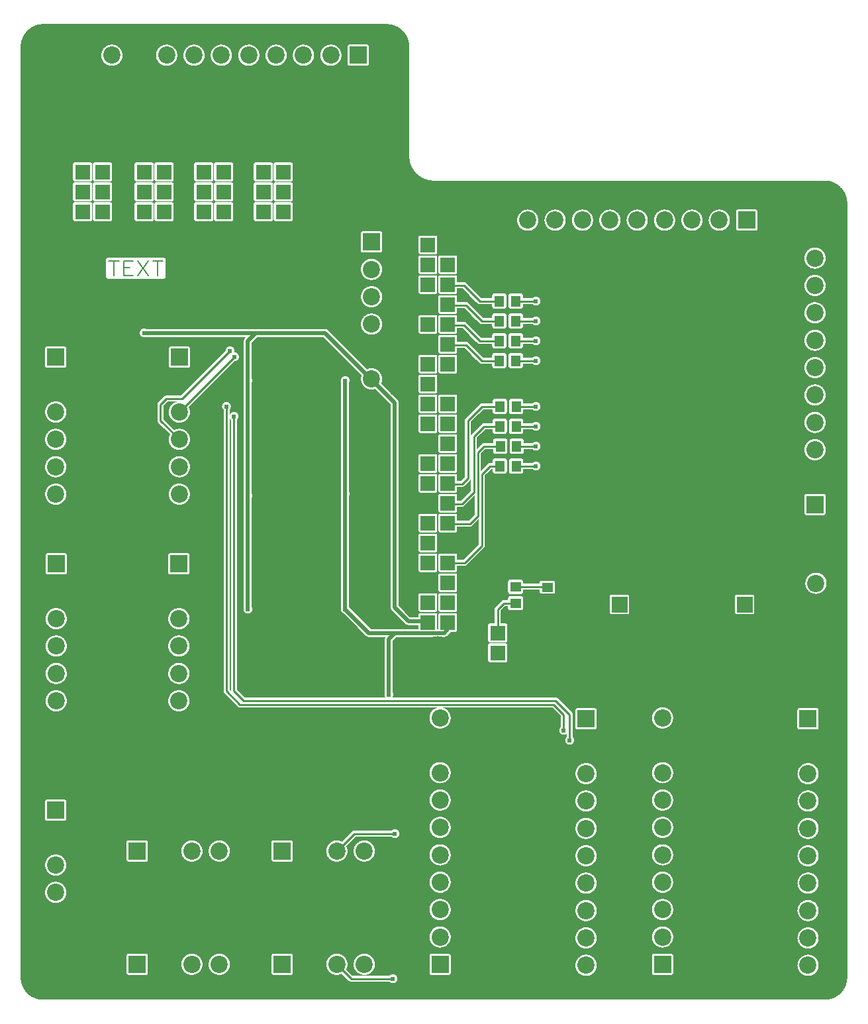
<source format=gtl>
G04 Layer: TopLayer*
G04 EasyEDA v5.9.42, Thu, 28 Feb 2019 09:02:48 GMT*
G04 e03dab3afe2a44069860df784644e5b2*
G04 Gerber Generator version 0.2*
G04 Scale: 100 percent, Rotated: No, Reflected: No *
G04 Dimensions in millimeters *
G04 leading zeros omitted , absolute positions ,3 integer and 3 decimal *
%FSLAX33Y33*%
%MOMM*%
G90*
G71D02*

%ADD10C,0.254000*%
%ADD11C,0.499999*%
%ADD12C,0.203200*%
%ADD13C,0.619760*%
%ADD14R,1.469898X1.160018*%
%ADD15R,1.399540X1.300480*%
%ADD16R,1.300480X1.399540*%
%ADD17R,1.930400X1.930400*%
%ADD18R,1.879600X1.879600*%
%ADD19R,2.199996X2.199996*%
%ADD20C,2.199996*%
%ADD21R,1.999996X1.999996*%
%ADD22C,6.199988*%

%LPD*%
G36*
G01X7619Y2999D02*
G01X152Y2999D01*
G01X152Y2949D01*
G01X156Y2849D01*
G01X159Y2799D01*
G01X163Y2749D01*
G01X168Y2699D01*
G01X180Y2599D01*
G01X188Y2549D01*
G01X196Y2500D01*
G01X205Y2450D01*
G01X238Y2303D01*
G01X251Y2254D01*
G01X279Y2158D01*
G01X294Y2110D01*
G01X311Y2062D01*
G01X327Y2015D01*
G01X345Y1968D01*
G01X364Y1921D01*
G01X383Y1875D01*
G01X425Y1783D01*
G01X446Y1738D01*
G01X469Y1693D01*
G01X517Y1605D01*
G01X542Y1561D01*
G01X594Y1475D01*
G01X621Y1433D01*
G01X649Y1391D01*
G01X678Y1350D01*
G01X708Y1310D01*
G01X738Y1269D01*
G01X800Y1191D01*
G01X833Y1152D01*
G01X865Y1114D01*
G01X933Y1040D01*
G01X968Y1004D01*
G01X1004Y968D01*
G01X1040Y933D01*
G01X1114Y865D01*
G01X1152Y833D01*
G01X1191Y800D01*
G01X1269Y738D01*
G01X1310Y708D01*
G01X1350Y678D01*
G01X1391Y649D01*
G01X1433Y621D01*
G01X1475Y594D01*
G01X1561Y542D01*
G01X1605Y517D01*
G01X1693Y469D01*
G01X1738Y446D01*
G01X1783Y425D01*
G01X1875Y383D01*
G01X1921Y364D01*
G01X1968Y345D01*
G01X2015Y327D01*
G01X2062Y311D01*
G01X2110Y294D01*
G01X2158Y279D01*
G01X2254Y251D01*
G01X2303Y238D01*
G01X2450Y205D01*
G01X2500Y196D01*
G01X2549Y188D01*
G01X2599Y180D01*
G01X2699Y168D01*
G01X2749Y163D01*
G01X2799Y159D01*
G01X2849Y156D01*
G01X2949Y152D01*
G01X7619Y152D01*
G01X7619Y2999D01*
G37*

%LPD*%
G36*
G01X33019Y3313D02*
G01X7619Y3313D01*
G01X7619Y152D01*
G01X33019Y152D01*
G01X33019Y3313D01*
G37*

%LPD*%

%LPD*%
G36*
G01X7619Y9684D02*
G01X152Y9684D01*
G01X152Y2999D01*
G01X7619Y2999D01*
G01X7619Y9684D01*
G37*

%LPD*%
G36*
G01X45719Y2444D02*
G01X33019Y2444D01*
G01X33019Y152D01*
G01X45719Y152D01*
G01X45719Y2444D01*
G37*

%LPD*%
G36*
G01X42160Y2556D02*
G01X33019Y2556D01*
G01X33019Y2444D01*
G01X42416Y2444D01*
G01X42409Y2445D01*
G01X42403Y2445D01*
G01X42396Y2446D01*
G01X42389Y2446D01*
G01X42382Y2447D01*
G01X42376Y2448D01*
G01X42355Y2451D01*
G01X42349Y2453D01*
G01X42342Y2454D01*
G01X42336Y2456D01*
G01X42329Y2458D01*
G01X42322Y2459D01*
G01X42316Y2461D01*
G01X42309Y2464D01*
G01X42297Y2468D01*
G01X42290Y2470D01*
G01X42278Y2476D01*
G01X42271Y2478D01*
G01X42253Y2487D01*
G01X42247Y2491D01*
G01X42235Y2497D01*
G01X42229Y2501D01*
G01X42224Y2505D01*
G01X42218Y2508D01*
G01X42212Y2512D01*
G01X42207Y2516D01*
G01X42201Y2520D01*
G01X42196Y2524D01*
G01X42190Y2528D01*
G01X42185Y2533D01*
G01X42180Y2537D01*
G01X42175Y2542D01*
G01X42170Y2546D01*
G01X42160Y2556D01*
G37*

%LPD*%
G36*
G01X41403Y3313D02*
G01X33019Y3313D01*
G01X33019Y2556D01*
G01X42160Y2556D01*
G01X41403Y3313D01*
G37*

%LPD*%

%LPD*%
G36*
G01X13693Y3567D02*
G01X7619Y3567D01*
G01X7619Y3313D01*
G01X13929Y3313D01*
G01X13925Y3314D01*
G01X13920Y3314D01*
G01X13916Y3315D01*
G01X13911Y3315D01*
G01X13907Y3316D01*
G01X13902Y3317D01*
G01X13898Y3317D01*
G01X13894Y3318D01*
G01X13889Y3319D01*
G01X13885Y3320D01*
G01X13880Y3322D01*
G01X13868Y3325D01*
G01X13863Y3327D01*
G01X13859Y3328D01*
G01X13851Y3332D01*
G01X13847Y3333D01*
G01X13842Y3335D01*
G01X13822Y3345D01*
G01X13819Y3348D01*
G01X13811Y3352D01*
G01X13807Y3355D01*
G01X13803Y3357D01*
G01X13800Y3360D01*
G01X13796Y3362D01*
G01X13792Y3365D01*
G01X13789Y3368D01*
G01X13785Y3371D01*
G01X13782Y3374D01*
G01X13779Y3376D01*
G01X13775Y3379D01*
G01X13772Y3383D01*
G01X13766Y3389D01*
G01X13762Y3392D01*
G01X13759Y3395D01*
G01X13756Y3399D01*
G01X13753Y3402D01*
G01X13751Y3406D01*
G01X13748Y3409D01*
G01X13745Y3413D01*
G01X13742Y3416D01*
G01X13740Y3420D01*
G01X13737Y3423D01*
G01X13735Y3427D01*
G01X13732Y3431D01*
G01X13730Y3435D01*
G01X13727Y3439D01*
G01X13725Y3443D01*
G01X13723Y3446D01*
G01X13717Y3458D01*
G01X13715Y3463D01*
G01X13713Y3467D01*
G01X13712Y3471D01*
G01X13708Y3479D01*
G01X13707Y3483D01*
G01X13705Y3488D01*
G01X13703Y3496D01*
G01X13701Y3501D01*
G01X13699Y3509D01*
G01X13698Y3514D01*
G01X13697Y3518D01*
G01X13697Y3522D01*
G01X13696Y3527D01*
G01X13695Y3531D01*
G01X13695Y3536D01*
G01X13694Y3540D01*
G01X13694Y3545D01*
G01X13693Y3549D01*
G01X13693Y3567D01*
G37*

%LPD*%
G36*
G01X45719Y12501D02*
G01X152Y12501D01*
G01X152Y9684D01*
G01X45719Y9684D01*
G01X45719Y12501D01*
G37*

%LPD*%
G36*
G01X13693Y5767D02*
G01X7619Y5767D01*
G01X7619Y3567D01*
G01X13693Y3567D01*
G01X13693Y5767D01*
G37*

%LPD*%
G36*
G01X13929Y6021D02*
G01X7619Y6021D01*
G01X7619Y5767D01*
G01X13693Y5767D01*
G01X13693Y5785D01*
G01X13694Y5789D01*
G01X13694Y5794D01*
G01X13695Y5798D01*
G01X13695Y5803D01*
G01X13696Y5807D01*
G01X13697Y5812D01*
G01X13697Y5816D01*
G01X13698Y5820D01*
G01X13699Y5825D01*
G01X13701Y5833D01*
G01X13703Y5838D01*
G01X13705Y5846D01*
G01X13707Y5851D01*
G01X13708Y5855D01*
G01X13712Y5863D01*
G01X13713Y5867D01*
G01X13715Y5871D01*
G01X13717Y5876D01*
G01X13723Y5888D01*
G01X13725Y5891D01*
G01X13727Y5895D01*
G01X13730Y5899D01*
G01X13732Y5903D01*
G01X13735Y5907D01*
G01X13737Y5911D01*
G01X13740Y5914D01*
G01X13742Y5918D01*
G01X13745Y5921D01*
G01X13748Y5925D01*
G01X13751Y5928D01*
G01X13753Y5932D01*
G01X13756Y5935D01*
G01X13759Y5939D01*
G01X13762Y5942D01*
G01X13766Y5945D01*
G01X13772Y5951D01*
G01X13775Y5955D01*
G01X13779Y5958D01*
G01X13782Y5960D01*
G01X13785Y5963D01*
G01X13789Y5966D01*
G01X13792Y5969D01*
G01X13796Y5972D01*
G01X13800Y5974D01*
G01X13803Y5977D01*
G01X13807Y5979D01*
G01X13811Y5982D01*
G01X13819Y5986D01*
G01X13822Y5989D01*
G01X13842Y5999D01*
G01X13847Y6001D01*
G01X13851Y6002D01*
G01X13859Y6006D01*
G01X13863Y6007D01*
G01X13868Y6009D01*
G01X13880Y6012D01*
G01X13885Y6014D01*
G01X13889Y6015D01*
G01X13894Y6016D01*
G01X13898Y6017D01*
G01X13902Y6017D01*
G01X13907Y6018D01*
G01X13911Y6019D01*
G01X13916Y6019D01*
G01X13920Y6020D01*
G01X13925Y6020D01*
G01X13929Y6021D01*
G37*

%LPD*%
G36*
G01X22046Y6022D02*
G01X7619Y6022D01*
G01X7619Y6021D01*
G01X22003Y6021D01*
G01X22046Y6022D01*
G37*

%LPD*%
G36*
G01X33019Y9684D02*
G01X7619Y9684D01*
G01X7619Y6022D01*
G01X33019Y6022D01*
G01X33019Y9684D01*
G37*

%LPD*%
G36*
G01X58419Y2261D02*
G01X45719Y2261D01*
G01X45719Y152D01*
G01X58419Y152D01*
G01X58419Y2261D01*
G37*

%LPD*%
G36*
G01X47336Y2444D02*
G01X45719Y2444D01*
G01X45719Y2261D01*
G01X47732Y2261D01*
G01X47712Y2263D01*
G01X47702Y2263D01*
G01X47682Y2265D01*
G01X47672Y2267D01*
G01X47662Y2268D01*
G01X47652Y2270D01*
G01X47643Y2272D01*
G01X47623Y2276D01*
G01X47614Y2278D01*
G01X47604Y2281D01*
G01X47594Y2283D01*
G01X47585Y2286D01*
G01X47575Y2289D01*
G01X47566Y2292D01*
G01X47557Y2296D01*
G01X47547Y2299D01*
G01X47502Y2319D01*
G01X47493Y2324D01*
G01X47484Y2328D01*
G01X47475Y2333D01*
G01X47467Y2338D01*
G01X47458Y2343D01*
G01X47450Y2349D01*
G01X47441Y2354D01*
G01X47433Y2359D01*
G01X47393Y2389D01*
G01X47386Y2396D01*
G01X47378Y2402D01*
G01X47371Y2409D01*
G01X47363Y2416D01*
G01X47342Y2437D01*
G01X47336Y2444D01*
G37*

%LPD*%

%LPD*%
G36*
G01X32235Y3567D02*
G01X26336Y3567D01*
G01X26316Y3553D01*
G01X26256Y3514D01*
G01X26235Y3501D01*
G01X26214Y3489D01*
G01X26193Y3478D01*
G01X26172Y3466D01*
G01X26150Y3455D01*
G01X26129Y3445D01*
G01X26063Y3415D01*
G01X26040Y3406D01*
G01X26018Y3398D01*
G01X25949Y3374D01*
G01X25926Y3368D01*
G01X25903Y3361D01*
G01X25880Y3355D01*
G01X25856Y3349D01*
G01X25833Y3344D01*
G01X25809Y3339D01*
G01X25786Y3334D01*
G01X25762Y3330D01*
G01X25738Y3327D01*
G01X25714Y3323D01*
G01X25690Y3321D01*
G01X25666Y3318D01*
G01X25642Y3316D01*
G01X25570Y3313D01*
G01X32472Y3313D01*
G01X32467Y3314D01*
G01X32463Y3314D01*
G01X32458Y3315D01*
G01X32454Y3315D01*
G01X32450Y3316D01*
G01X32445Y3316D01*
G01X32441Y3317D01*
G01X32436Y3318D01*
G01X32424Y3321D01*
G01X32419Y3322D01*
G01X32415Y3324D01*
G01X32411Y3325D01*
G01X32406Y3326D01*
G01X32402Y3328D01*
G01X32398Y3329D01*
G01X32386Y3335D01*
G01X32382Y3336D01*
G01X32366Y3344D01*
G01X32362Y3347D01*
G01X32354Y3351D01*
G01X32351Y3354D01*
G01X32347Y3356D01*
G01X32343Y3359D01*
G01X32340Y3361D01*
G01X32336Y3364D01*
G01X32333Y3366D01*
G01X32329Y3369D01*
G01X32326Y3372D01*
G01X32322Y3375D01*
G01X32316Y3381D01*
G01X32312Y3384D01*
G01X32303Y3393D01*
G01X32300Y3397D01*
G01X32294Y3403D01*
G01X32291Y3407D01*
G01X32289Y3410D01*
G01X32286Y3414D01*
G01X32283Y3417D01*
G01X32281Y3421D01*
G01X32278Y3425D01*
G01X32276Y3428D01*
G01X32273Y3432D01*
G01X32267Y3444D01*
G01X32264Y3448D01*
G01X32258Y3460D01*
G01X32257Y3464D01*
G01X32251Y3476D01*
G01X32250Y3480D01*
G01X32248Y3484D01*
G01X32247Y3488D01*
G01X32246Y3493D01*
G01X32244Y3497D01*
G01X32243Y3501D01*
G01X32242Y3506D01*
G01X32240Y3514D01*
G01X32239Y3519D01*
G01X32238Y3523D01*
G01X32238Y3527D01*
G01X32237Y3532D01*
G01X32236Y3536D01*
G01X32236Y3545D01*
G01X32235Y3549D01*
G01X32235Y3567D01*
G37*

%LPD*%
G36*
G01X22003Y6021D02*
G01X16165Y6021D01*
G01X16169Y6020D01*
G01X16174Y6020D01*
G01X16178Y6019D01*
G01X16183Y6019D01*
G01X16191Y6017D01*
G01X16196Y6017D01*
G01X16200Y6016D01*
G01X16205Y6015D01*
G01X16209Y6014D01*
G01X16213Y6012D01*
G01X16218Y6011D01*
G01X16226Y6009D01*
G01X16230Y6007D01*
G01X16235Y6006D01*
G01X16243Y6002D01*
G01X16247Y6001D01*
G01X16271Y5989D01*
G01X16275Y5986D01*
G01X16283Y5982D01*
G01X16287Y5979D01*
G01X16290Y5977D01*
G01X16294Y5974D01*
G01X16298Y5972D01*
G01X16301Y5969D01*
G01X16305Y5966D01*
G01X16308Y5963D01*
G01X16312Y5960D01*
G01X16315Y5958D01*
G01X16319Y5955D01*
G01X16322Y5951D01*
G01X16334Y5939D01*
G01X16337Y5935D01*
G01X16340Y5932D01*
G01X16343Y5928D01*
G01X16346Y5925D01*
G01X16349Y5921D01*
G01X16352Y5918D01*
G01X16354Y5914D01*
G01X16357Y5911D01*
G01X16359Y5907D01*
G01X16362Y5903D01*
G01X16366Y5895D01*
G01X16369Y5891D01*
G01X16371Y5888D01*
G01X16377Y5876D01*
G01X16379Y5871D01*
G01X16381Y5867D01*
G01X16382Y5863D01*
G01X16386Y5855D01*
G01X16387Y5851D01*
G01X16388Y5846D01*
G01X16390Y5842D01*
G01X16391Y5838D01*
G01X16392Y5833D01*
G01X16393Y5829D01*
G01X16395Y5825D01*
G01X16396Y5820D01*
G01X16396Y5816D01*
G01X16397Y5812D01*
G01X16398Y5807D01*
G01X16399Y5803D01*
G01X16399Y5798D01*
G01X16400Y5794D01*
G01X16400Y5789D01*
G01X16401Y5785D01*
G01X16401Y3549D01*
G01X16400Y3545D01*
G01X16400Y3541D01*
G01X16399Y3536D01*
G01X16399Y3532D01*
G01X16398Y3527D01*
G01X16397Y3523D01*
G01X16397Y3519D01*
G01X16396Y3514D01*
G01X16394Y3506D01*
G01X16393Y3501D01*
G01X16391Y3497D01*
G01X16390Y3493D01*
G01X16389Y3488D01*
G01X16387Y3484D01*
G01X16386Y3480D01*
G01X16384Y3476D01*
G01X16383Y3472D01*
G01X16365Y3436D01*
G01X16362Y3432D01*
G01X16360Y3428D01*
G01X16358Y3425D01*
G01X16355Y3421D01*
G01X16353Y3417D01*
G01X16350Y3414D01*
G01X16347Y3410D01*
G01X16344Y3407D01*
G01X16342Y3403D01*
G01X16336Y3397D01*
G01X16333Y3393D01*
G01X16327Y3387D01*
G01X16323Y3384D01*
G01X16314Y3375D01*
G01X16310Y3372D01*
G01X16307Y3369D01*
G01X16303Y3366D01*
G01X16300Y3364D01*
G01X16296Y3361D01*
G01X16293Y3359D01*
G01X16289Y3356D01*
G01X16285Y3354D01*
G01X16281Y3351D01*
G01X16278Y3349D01*
G01X16274Y3347D01*
G01X16270Y3344D01*
G01X16254Y3336D01*
G01X16250Y3335D01*
G01X16238Y3329D01*
G01X16233Y3328D01*
G01X16229Y3326D01*
G01X16221Y3324D01*
G01X16217Y3322D01*
G01X16212Y3321D01*
G01X16204Y3319D01*
G01X16199Y3318D01*
G01X16191Y3316D01*
G01X16186Y3316D01*
G01X16182Y3315D01*
G01X16177Y3315D01*
G01X16173Y3314D01*
G01X16169Y3314D01*
G01X16164Y3313D01*
G01X22022Y3313D01*
G01X21999Y3314D01*
G01X21951Y3316D01*
G01X21928Y3318D01*
G01X21904Y3320D01*
G01X21881Y3323D01*
G01X21857Y3326D01*
G01X21834Y3330D01*
G01X21810Y3334D01*
G01X21787Y3338D01*
G01X21718Y3353D01*
G01X21695Y3359D01*
G01X21672Y3366D01*
G01X21649Y3372D01*
G01X21627Y3379D01*
G01X21604Y3387D01*
G01X21560Y3403D01*
G01X21494Y3430D01*
G01X21452Y3450D01*
G01X21430Y3461D01*
G01X21409Y3472D01*
G01X21389Y3483D01*
G01X21368Y3495D01*
G01X21348Y3507D01*
G01X21327Y3519D01*
G01X21307Y3532D01*
G01X21288Y3545D01*
G01X21268Y3558D01*
G01X21230Y3586D01*
G01X21211Y3601D01*
G01X21193Y3615D01*
G01X21174Y3631D01*
G01X21157Y3646D01*
G01X21121Y3678D01*
G01X21087Y3710D01*
G01X21071Y3727D01*
G01X21054Y3745D01*
G01X21039Y3762D01*
G01X21007Y3798D01*
G01X20992Y3816D01*
G01X20978Y3835D01*
G01X20963Y3853D01*
G01X20949Y3872D01*
G01X20936Y3892D01*
G01X20922Y3911D01*
G01X20896Y3951D01*
G01X20872Y3991D01*
G01X20860Y4012D01*
G01X20838Y4054D01*
G01X20818Y4096D01*
G01X20798Y4140D01*
G01X20789Y4162D01*
G01X20781Y4184D01*
G01X20772Y4206D01*
G01X20765Y4228D01*
G01X20757Y4251D01*
G01X20750Y4273D01*
G01X20743Y4296D01*
G01X20731Y4342D01*
G01X20716Y4411D01*
G01X20708Y4457D01*
G01X20704Y4481D01*
G01X20701Y4504D01*
G01X20699Y4528D01*
G01X20696Y4551D01*
G01X20695Y4575D01*
G01X20693Y4599D01*
G01X20692Y4622D01*
G01X20692Y4646D01*
G01X20691Y4670D01*
G01X20692Y4693D01*
G01X20692Y4717D01*
G01X20693Y4741D01*
G01X20695Y4764D01*
G01X20697Y4788D01*
G01X20699Y4811D01*
G01X20702Y4835D01*
G01X20705Y4858D01*
G01X20708Y4882D01*
G01X20712Y4905D01*
G01X20717Y4928D01*
G01X20721Y4951D01*
G01X20727Y4975D01*
G01X20732Y4998D01*
G01X20738Y5020D01*
G01X20745Y5043D01*
G01X20751Y5066D01*
G01X20758Y5088D01*
G01X20766Y5111D01*
G01X20782Y5155D01*
G01X20800Y5199D01*
G01X20810Y5221D01*
G01X20819Y5242D01*
G01X20830Y5264D01*
G01X20840Y5285D01*
G01X20851Y5306D01*
G01X20863Y5327D01*
G01X20874Y5347D01*
G01X20886Y5368D01*
G01X20899Y5388D01*
G01X20911Y5408D01*
G01X20925Y5427D01*
G01X20938Y5447D01*
G01X20980Y5504D01*
G01X20995Y5522D01*
G01X21010Y5541D01*
G01X21026Y5558D01*
G01X21041Y5576D01*
G01X21057Y5594D01*
G01X21074Y5611D01*
G01X21090Y5628D01*
G01X21124Y5660D01*
G01X21160Y5692D01*
G01X21196Y5722D01*
G01X21215Y5737D01*
G01X21233Y5751D01*
G01X21252Y5765D01*
G01X21272Y5779D01*
G01X21291Y5792D01*
G01X21331Y5818D01*
G01X21351Y5830D01*
G01X21372Y5842D01*
G01X21392Y5854D01*
G01X21455Y5887D01*
G01X21477Y5897D01*
G01X21498Y5906D01*
G01X21520Y5916D01*
G01X21542Y5925D01*
G01X21564Y5933D01*
G01X21586Y5942D01*
G01X21608Y5949D01*
G01X21631Y5957D01*
G01X21654Y5964D01*
G01X21676Y5971D01*
G01X21722Y5983D01*
G01X21791Y5998D01*
G01X21815Y6002D01*
G01X21838Y6006D01*
G01X21861Y6009D01*
G01X21885Y6012D01*
G01X21908Y6015D01*
G01X21932Y6017D01*
G01X21955Y6019D01*
G01X22003Y6021D01*
G37*

%LPD*%
G36*
G01X25522Y6022D02*
G01X22070Y6022D01*
G01X22093Y6021D01*
G01X22141Y6019D01*
G01X22165Y6017D01*
G01X22188Y6015D01*
G01X22212Y6012D01*
G01X22235Y6009D01*
G01X22259Y6005D01*
G01X22282Y6001D01*
G01X22306Y5997D01*
G01X22352Y5987D01*
G01X22421Y5969D01*
G01X22467Y5955D01*
G01X22489Y5947D01*
G01X22512Y5939D01*
G01X22534Y5931D01*
G01X22600Y5904D01*
G01X22621Y5894D01*
G01X22643Y5883D01*
G01X22664Y5873D01*
G01X22685Y5862D01*
G01X22706Y5850D01*
G01X22727Y5839D01*
G01X22747Y5826D01*
G01X22767Y5814D01*
G01X22807Y5788D01*
G01X22827Y5774D01*
G01X22846Y5761D01*
G01X22865Y5746D01*
G01X22884Y5732D01*
G01X22902Y5717D01*
G01X22921Y5702D01*
G01X22939Y5686D01*
G01X22956Y5670D01*
G01X22974Y5654D01*
G01X22991Y5638D01*
G01X23008Y5621D01*
G01X23024Y5604D01*
G01X23041Y5587D01*
G01X23057Y5569D01*
G01X23072Y5551D01*
G01X23088Y5533D01*
G01X23103Y5515D01*
G01X23117Y5496D01*
G01X23132Y5477D01*
G01X23146Y5458D01*
G01X23160Y5438D01*
G01X23173Y5419D01*
G01X23199Y5379D01*
G01X23211Y5358D01*
G01X23223Y5338D01*
G01X23234Y5317D01*
G01X23246Y5296D01*
G01X23256Y5275D01*
G01X23267Y5254D01*
G01X23287Y5210D01*
G01X23296Y5189D01*
G01X23305Y5167D01*
G01X23314Y5144D01*
G01X23330Y5100D01*
G01X23351Y5031D01*
G01X23357Y5009D01*
G01X23363Y4985D01*
G01X23373Y4939D01*
G01X23377Y4916D01*
G01X23382Y4892D01*
G01X23385Y4869D01*
G01X23389Y4845D01*
G01X23392Y4822D01*
G01X23396Y4774D01*
G01X23398Y4751D01*
G01X23400Y4703D01*
G01X23400Y4632D01*
G01X23398Y4584D01*
G01X23396Y4561D01*
G01X23392Y4513D01*
G01X23389Y4490D01*
G01X23385Y4466D01*
G01X23382Y4443D01*
G01X23377Y4419D01*
G01X23373Y4396D01*
G01X23363Y4350D01*
G01X23351Y4304D01*
G01X23330Y4235D01*
G01X23314Y4191D01*
G01X23305Y4168D01*
G01X23296Y4146D01*
G01X23287Y4125D01*
G01X23267Y4081D01*
G01X23256Y4060D01*
G01X23246Y4039D01*
G01X23234Y4018D01*
G01X23223Y3997D01*
G01X23211Y3977D01*
G01X23199Y3956D01*
G01X23173Y3916D01*
G01X23160Y3897D01*
G01X23146Y3877D01*
G01X23132Y3858D01*
G01X23117Y3839D01*
G01X23103Y3820D01*
G01X23088Y3802D01*
G01X23072Y3784D01*
G01X23057Y3766D01*
G01X23041Y3748D01*
G01X23024Y3731D01*
G01X23008Y3714D01*
G01X22991Y3697D01*
G01X22974Y3681D01*
G01X22956Y3665D01*
G01X22939Y3649D01*
G01X22921Y3633D01*
G01X22902Y3618D01*
G01X22884Y3603D01*
G01X22865Y3589D01*
G01X22846Y3574D01*
G01X22827Y3561D01*
G01X22807Y3547D01*
G01X22767Y3521D01*
G01X22747Y3509D01*
G01X22727Y3496D01*
G01X22706Y3485D01*
G01X22685Y3473D01*
G01X22664Y3462D01*
G01X22643Y3452D01*
G01X22621Y3441D01*
G01X22600Y3431D01*
G01X22534Y3404D01*
G01X22512Y3396D01*
G01X22489Y3388D01*
G01X22467Y3380D01*
G01X22421Y3366D01*
G01X22352Y3348D01*
G01X22306Y3338D01*
G01X22282Y3334D01*
G01X22259Y3330D01*
G01X22235Y3326D01*
G01X22212Y3323D01*
G01X22188Y3321D01*
G01X22165Y3318D01*
G01X22141Y3316D01*
G01X22093Y3314D01*
G01X22070Y3313D01*
G01X25522Y3313D01*
G01X25498Y3314D01*
G01X25475Y3315D01*
G01X25451Y3316D01*
G01X25427Y3318D01*
G01X25404Y3321D01*
G01X25380Y3323D01*
G01X25356Y3326D01*
G01X25333Y3330D01*
G01X25309Y3334D01*
G01X25286Y3338D01*
G01X25240Y3348D01*
G01X25217Y3354D01*
G01X25193Y3360D01*
G01X25171Y3366D01*
G01X25125Y3380D01*
G01X25103Y3388D01*
G01X25080Y3396D01*
G01X25058Y3404D01*
G01X24992Y3431D01*
G01X24971Y3441D01*
G01X24949Y3452D01*
G01X24928Y3462D01*
G01X24907Y3473D01*
G01X24886Y3485D01*
G01X24865Y3496D01*
G01X24845Y3509D01*
G01X24825Y3521D01*
G01X24785Y3547D01*
G01X24765Y3561D01*
G01X24746Y3574D01*
G01X24727Y3589D01*
G01X24708Y3603D01*
G01X24690Y3618D01*
G01X24671Y3633D01*
G01X24653Y3649D01*
G01X24636Y3665D01*
G01X24618Y3681D01*
G01X24601Y3697D01*
G01X24567Y3731D01*
G01X24551Y3748D01*
G01X24519Y3784D01*
G01X24489Y3820D01*
G01X24474Y3839D01*
G01X24446Y3877D01*
G01X24432Y3897D01*
G01X24419Y3916D01*
G01X24393Y3956D01*
G01X24381Y3977D01*
G01X24369Y3997D01*
G01X24357Y4018D01*
G01X24335Y4060D01*
G01X24325Y4081D01*
G01X24305Y4125D01*
G01X24296Y4146D01*
G01X24287Y4168D01*
G01X24278Y4191D01*
G01X24262Y4235D01*
G01X24241Y4304D01*
G01X24229Y4350D01*
G01X24214Y4419D01*
G01X24210Y4443D01*
G01X24207Y4466D01*
G01X24203Y4490D01*
G01X24200Y4513D01*
G01X24196Y4561D01*
G01X24194Y4584D01*
G01X24192Y4632D01*
G01X24192Y4703D01*
G01X24194Y4751D01*
G01X24196Y4774D01*
G01X24200Y4822D01*
G01X24203Y4845D01*
G01X24207Y4869D01*
G01X24210Y4892D01*
G01X24214Y4916D01*
G01X24229Y4985D01*
G01X24235Y5009D01*
G01X24241Y5031D01*
G01X24262Y5100D01*
G01X24278Y5144D01*
G01X24287Y5167D01*
G01X24296Y5189D01*
G01X24305Y5210D01*
G01X24325Y5254D01*
G01X24335Y5275D01*
G01X24357Y5317D01*
G01X24369Y5338D01*
G01X24381Y5358D01*
G01X24393Y5379D01*
G01X24419Y5419D01*
G01X24432Y5438D01*
G01X24446Y5458D01*
G01X24474Y5496D01*
G01X24489Y5515D01*
G01X24519Y5551D01*
G01X24551Y5587D01*
G01X24567Y5604D01*
G01X24601Y5638D01*
G01X24618Y5654D01*
G01X24636Y5670D01*
G01X24653Y5686D01*
G01X24671Y5702D01*
G01X24690Y5717D01*
G01X24708Y5732D01*
G01X24727Y5746D01*
G01X24746Y5761D01*
G01X24765Y5774D01*
G01X24785Y5788D01*
G01X24825Y5814D01*
G01X24845Y5826D01*
G01X24865Y5839D01*
G01X24886Y5850D01*
G01X24907Y5862D01*
G01X24928Y5873D01*
G01X24949Y5883D01*
G01X24971Y5894D01*
G01X24992Y5904D01*
G01X25058Y5931D01*
G01X25080Y5939D01*
G01X25103Y5947D01*
G01X25125Y5955D01*
G01X25171Y5969D01*
G01X25193Y5975D01*
G01X25217Y5981D01*
G01X25240Y5987D01*
G01X25286Y5997D01*
G01X25309Y6001D01*
G01X25333Y6005D01*
G01X25356Y6009D01*
G01X25404Y6015D01*
G01X25427Y6017D01*
G01X25451Y6019D01*
G01X25475Y6020D01*
G01X25498Y6021D01*
G01X25522Y6022D01*
G37*

%LPD*%
G36*
G01X53760Y13018D02*
G01X45719Y13018D01*
G01X45719Y10309D01*
G01X53760Y10309D01*
G01X53688Y10312D01*
G01X53665Y10314D01*
G01X53641Y10316D01*
G01X53617Y10319D01*
G01X53594Y10322D01*
G01X53570Y10326D01*
G01X53524Y10334D01*
G01X53500Y10339D01*
G01X53477Y10344D01*
G01X53408Y10362D01*
G01X53385Y10369D01*
G01X53363Y10376D01*
G01X53340Y10384D01*
G01X53318Y10392D01*
G01X53295Y10400D01*
G01X53251Y10418D01*
G01X53230Y10427D01*
G01X53208Y10437D01*
G01X53187Y10448D01*
G01X53165Y10458D01*
G01X53144Y10469D01*
G01X53123Y10481D01*
G01X53103Y10492D01*
G01X53082Y10505D01*
G01X53062Y10517D01*
G01X53022Y10543D01*
G01X53003Y10557D01*
G01X52983Y10570D01*
G01X52964Y10585D01*
G01X52946Y10599D01*
G01X52927Y10614D01*
G01X52909Y10629D01*
G01X52855Y10677D01*
G01X52838Y10693D01*
G01X52821Y10710D01*
G01X52789Y10744D01*
G01X52757Y10780D01*
G01X52727Y10816D01*
G01X52697Y10854D01*
G01X52683Y10873D01*
G01X52670Y10892D01*
G01X52656Y10912D01*
G01X52643Y10932D01*
G01X52631Y10952D01*
G01X52618Y10973D01*
G01X52606Y10993D01*
G01X52562Y11077D01*
G01X52552Y11099D01*
G01X52542Y11120D01*
G01X52524Y11164D01*
G01X52516Y11187D01*
G01X52507Y11209D01*
G01X52500Y11231D01*
G01X52492Y11254D01*
G01X52485Y11277D01*
G01X52479Y11299D01*
G01X52467Y11345D01*
G01X52461Y11369D01*
G01X52456Y11392D01*
G01X52452Y11415D01*
G01X52448Y11439D01*
G01X52444Y11462D01*
G01X52441Y11486D01*
G01X52438Y11509D01*
G01X52435Y11533D01*
G01X52433Y11557D01*
G01X52431Y11580D01*
G01X52429Y11628D01*
G01X52429Y11699D01*
G01X52431Y11747D01*
G01X52433Y11770D01*
G01X52435Y11794D01*
G01X52438Y11818D01*
G01X52441Y11841D01*
G01X52444Y11865D01*
G01X52448Y11888D01*
G01X52452Y11912D01*
G01X52456Y11935D01*
G01X52461Y11958D01*
G01X52485Y12050D01*
G01X52492Y12073D01*
G01X52500Y12096D01*
G01X52507Y12118D01*
G01X52516Y12140D01*
G01X52524Y12163D01*
G01X52533Y12185D01*
G01X52542Y12206D01*
G01X52562Y12250D01*
G01X52606Y12334D01*
G01X52618Y12354D01*
G01X52631Y12375D01*
G01X52643Y12395D01*
G01X52656Y12415D01*
G01X52670Y12434D01*
G01X52683Y12454D01*
G01X52697Y12473D01*
G01X52727Y12511D01*
G01X52757Y12547D01*
G01X52789Y12583D01*
G01X52821Y12617D01*
G01X52838Y12634D01*
G01X52855Y12650D01*
G01X52909Y12698D01*
G01X52927Y12713D01*
G01X52946Y12728D01*
G01X52964Y12742D01*
G01X52983Y12756D01*
G01X53003Y12770D01*
G01X53022Y12784D01*
G01X53062Y12810D01*
G01X53082Y12822D01*
G01X53103Y12834D01*
G01X53123Y12846D01*
G01X53144Y12858D01*
G01X53165Y12869D01*
G01X53187Y12879D01*
G01X53208Y12890D01*
G01X53230Y12900D01*
G01X53251Y12909D01*
G01X53295Y12927D01*
G01X53318Y12935D01*
G01X53340Y12943D01*
G01X53363Y12951D01*
G01X53385Y12958D01*
G01X53408Y12965D01*
G01X53477Y12983D01*
G01X53500Y12988D01*
G01X53524Y12993D01*
G01X53570Y13001D01*
G01X53594Y13005D01*
G01X53617Y13008D01*
G01X53641Y13010D01*
G01X53665Y13013D01*
G01X53688Y13015D01*
G01X53760Y13018D01*
G37*

%LPD*%
G36*
G01X4612Y15210D02*
G01X152Y15210D01*
G01X152Y12501D01*
G01X4612Y12501D01*
G01X4588Y12502D01*
G01X4565Y12503D01*
G01X4541Y12504D01*
G01X4517Y12506D01*
G01X4494Y12508D01*
G01X4470Y12511D01*
G01X4447Y12514D01*
G01X4424Y12518D01*
G01X4400Y12522D01*
G01X4377Y12526D01*
G01X4308Y12541D01*
G01X4262Y12553D01*
G01X4239Y12560D01*
G01X4217Y12567D01*
G01X4194Y12575D01*
G01X4150Y12591D01*
G01X4106Y12609D01*
G01X4085Y12618D01*
G01X4063Y12628D01*
G01X4042Y12638D01*
G01X4000Y12659D01*
G01X3979Y12671D01*
G01X3958Y12682D01*
G01X3938Y12694D01*
G01X3918Y12707D01*
G01X3898Y12719D01*
G01X3878Y12733D01*
G01X3859Y12746D01*
G01X3839Y12760D01*
G01X3820Y12774D01*
G01X3802Y12788D01*
G01X3783Y12803D01*
G01X3747Y12833D01*
G01X3729Y12849D01*
G01X3695Y12881D01*
G01X3661Y12915D01*
G01X3629Y12949D01*
G01X3613Y12967D01*
G01X3583Y13003D01*
G01X3568Y13022D01*
G01X3554Y13040D01*
G01X3540Y13059D01*
G01X3526Y13079D01*
G01X3512Y13098D01*
G01X3499Y13118D01*
G01X3487Y13138D01*
G01X3474Y13158D01*
G01X3462Y13178D01*
G01X3451Y13199D01*
G01X3439Y13220D01*
G01X3429Y13241D01*
G01X3418Y13262D01*
G01X3408Y13283D01*
G01X3398Y13305D01*
G01X3389Y13326D01*
G01X3371Y13370D01*
G01X3355Y13414D01*
G01X3347Y13437D01*
G01X3340Y13459D01*
G01X3333Y13482D01*
G01X3321Y13528D01*
G01X3306Y13597D01*
G01X3302Y13620D01*
G01X3298Y13644D01*
G01X3294Y13667D01*
G01X3291Y13690D01*
G01X3288Y13714D01*
G01X3286Y13737D01*
G01X3284Y13761D01*
G01X3283Y13785D01*
G01X3282Y13808D01*
G01X3281Y13832D01*
G01X3281Y13879D01*
G01X3282Y13903D01*
G01X3283Y13926D01*
G01X3284Y13950D01*
G01X3286Y13974D01*
G01X3288Y13997D01*
G01X3291Y14021D01*
G01X3294Y14044D01*
G01X3298Y14067D01*
G01X3302Y14091D01*
G01X3306Y14114D01*
G01X3321Y14183D01*
G01X3333Y14229D01*
G01X3340Y14251D01*
G01X3347Y14274D01*
G01X3355Y14296D01*
G01X3363Y14319D01*
G01X3371Y14341D01*
G01X3389Y14385D01*
G01X3398Y14406D01*
G01X3408Y14428D01*
G01X3418Y14449D01*
G01X3429Y14470D01*
G01X3439Y14491D01*
G01X3451Y14512D01*
G01X3462Y14533D01*
G01X3474Y14553D01*
G01X3487Y14573D01*
G01X3499Y14593D01*
G01X3512Y14613D01*
G01X3526Y14632D01*
G01X3540Y14652D01*
G01X3554Y14671D01*
G01X3568Y14689D01*
G01X3583Y14708D01*
G01X3613Y14744D01*
G01X3629Y14762D01*
G01X3661Y14796D01*
G01X3695Y14830D01*
G01X3729Y14862D01*
G01X3747Y14878D01*
G01X3783Y14908D01*
G01X3802Y14923D01*
G01X3820Y14937D01*
G01X3839Y14951D01*
G01X3859Y14965D01*
G01X3878Y14978D01*
G01X3918Y15004D01*
G01X3958Y15028D01*
G01X3979Y15040D01*
G01X4000Y15051D01*
G01X4020Y15062D01*
G01X4042Y15073D01*
G01X4063Y15083D01*
G01X4085Y15093D01*
G01X4106Y15102D01*
G01X4150Y15120D01*
G01X4194Y15136D01*
G01X4217Y15144D01*
G01X4239Y15151D01*
G01X4262Y15157D01*
G01X4285Y15164D01*
G01X4308Y15170D01*
G01X4377Y15185D01*
G01X4400Y15189D01*
G01X4424Y15193D01*
G01X4447Y15197D01*
G01X4470Y15200D01*
G01X4494Y15203D01*
G01X4517Y15205D01*
G01X4541Y15207D01*
G01X4565Y15208D01*
G01X4588Y15209D01*
G01X4612Y15210D01*
G37*

%LPD*%
G36*
G01X45719Y15210D02*
G01X4659Y15210D01*
G01X4683Y15209D01*
G01X4706Y15208D01*
G01X4730Y15207D01*
G01X4753Y15205D01*
G01X4777Y15203D01*
G01X4801Y15200D01*
G01X4824Y15197D01*
G01X4847Y15193D01*
G01X4871Y15189D01*
G01X4894Y15185D01*
G01X4963Y15170D01*
G01X4986Y15164D01*
G01X5009Y15157D01*
G01X5031Y15151D01*
G01X5054Y15144D01*
G01X5076Y15136D01*
G01X5099Y15128D01*
G01X5121Y15120D01*
G01X5165Y15102D01*
G01X5186Y15093D01*
G01X5208Y15083D01*
G01X5229Y15073D01*
G01X5292Y15040D01*
G01X5313Y15028D01*
G01X5353Y15004D01*
G01X5393Y14978D01*
G01X5412Y14965D01*
G01X5432Y14951D01*
G01X5451Y14937D01*
G01X5469Y14923D01*
G01X5488Y14908D01*
G01X5524Y14878D01*
G01X5542Y14862D01*
G01X5576Y14830D01*
G01X5610Y14796D01*
G01X5642Y14762D01*
G01X5658Y14744D01*
G01X5688Y14708D01*
G01X5703Y14689D01*
G01X5717Y14671D01*
G01X5731Y14652D01*
G01X5745Y14632D01*
G01X5758Y14613D01*
G01X5784Y14573D01*
G01X5808Y14533D01*
G01X5820Y14512D01*
G01X5853Y14449D01*
G01X5863Y14428D01*
G01X5873Y14406D01*
G01X5882Y14385D01*
G01X5900Y14341D01*
G01X5908Y14319D01*
G01X5916Y14296D01*
G01X5924Y14274D01*
G01X5931Y14251D01*
G01X5937Y14229D01*
G01X5944Y14206D01*
G01X5950Y14183D01*
G01X5965Y14114D01*
G01X5969Y14091D01*
G01X5973Y14067D01*
G01X5977Y14044D01*
G01X5980Y14021D01*
G01X5983Y13997D01*
G01X5985Y13974D01*
G01X5987Y13950D01*
G01X5988Y13926D01*
G01X5989Y13903D01*
G01X5990Y13879D01*
G01X5990Y13832D01*
G01X5989Y13808D01*
G01X5988Y13785D01*
G01X5987Y13761D01*
G01X5985Y13737D01*
G01X5983Y13714D01*
G01X5980Y13690D01*
G01X5977Y13667D01*
G01X5973Y13644D01*
G01X5969Y13620D01*
G01X5965Y13597D01*
G01X5950Y13528D01*
G01X5944Y13505D01*
G01X5937Y13482D01*
G01X5931Y13459D01*
G01X5924Y13437D01*
G01X5916Y13414D01*
G01X5900Y13370D01*
G01X5882Y13326D01*
G01X5873Y13305D01*
G01X5863Y13283D01*
G01X5853Y13262D01*
G01X5820Y13199D01*
G01X5808Y13178D01*
G01X5784Y13138D01*
G01X5758Y13098D01*
G01X5745Y13079D01*
G01X5731Y13059D01*
G01X5717Y13040D01*
G01X5703Y13022D01*
G01X5688Y13003D01*
G01X5658Y12967D01*
G01X5642Y12949D01*
G01X5610Y12915D01*
G01X5576Y12881D01*
G01X5542Y12849D01*
G01X5524Y12833D01*
G01X5488Y12803D01*
G01X5469Y12788D01*
G01X5451Y12774D01*
G01X5432Y12760D01*
G01X5412Y12746D01*
G01X5393Y12733D01*
G01X5373Y12719D01*
G01X5353Y12707D01*
G01X5333Y12694D01*
G01X5313Y12682D01*
G01X5292Y12671D01*
G01X5271Y12659D01*
G01X5250Y12649D01*
G01X5229Y12638D01*
G01X5208Y12628D01*
G01X5186Y12618D01*
G01X5165Y12609D01*
G01X5121Y12591D01*
G01X5099Y12583D01*
G01X5076Y12575D01*
G01X5054Y12567D01*
G01X5031Y12560D01*
G01X5009Y12553D01*
G01X4963Y12541D01*
G01X4894Y12526D01*
G01X4871Y12522D01*
G01X4847Y12518D01*
G01X4824Y12514D01*
G01X4801Y12511D01*
G01X4777Y12508D01*
G01X4753Y12506D01*
G01X4730Y12504D01*
G01X4706Y12503D01*
G01X4683Y12502D01*
G01X4659Y12501D01*
G01X45719Y12501D01*
G01X45719Y15210D01*
G37*

%LPD*%
G36*
G01X45719Y9684D02*
G01X33019Y9684D01*
G01X33019Y6022D01*
G01X45719Y6022D01*
G01X45719Y9684D01*
G37*

%LPD*%
G36*
G01X58419Y9684D02*
G01X45719Y9684D01*
G01X45719Y9518D01*
G01X58419Y9518D01*
G01X58419Y9684D01*
G37*

%LPD*%
G36*
G01X71887Y10309D02*
G01X45719Y10309D01*
G01X45719Y10185D01*
G01X72429Y10185D01*
G01X72405Y10186D01*
G01X72380Y10187D01*
G01X72356Y10188D01*
G01X72332Y10190D01*
G01X72284Y10196D01*
G01X72259Y10199D01*
G01X72211Y10207D01*
G01X72188Y10211D01*
G01X72164Y10216D01*
G01X72116Y10228D01*
G01X72093Y10234D01*
G01X72069Y10241D01*
G01X72023Y10255D01*
G01X71977Y10271D01*
G01X71954Y10280D01*
G01X71932Y10289D01*
G01X71910Y10299D01*
G01X71887Y10309D01*
G37*

%LPD*%
G36*
G01X105847Y10185D02*
G01X45719Y10185D01*
G01X45719Y9684D01*
G01X105847Y9684D01*
G01X105847Y10185D01*
G37*

%LPD*%
G36*
G01X33019Y6022D02*
G01X25546Y6022D01*
G01X25589Y6021D01*
G01X33019Y6021D01*
G01X33019Y6022D01*
G37*

%LPD*%
G36*
G01X40588Y6022D02*
G01X33019Y6022D01*
G01X33019Y6021D01*
G01X40545Y6021D01*
G01X40588Y6022D01*
G37*

%LPD*%
G36*
G01X58419Y3310D02*
G01X48041Y3310D01*
G01X48057Y3300D01*
G01X48066Y3294D01*
G01X48074Y3289D01*
G01X48098Y3271D01*
G01X48105Y3265D01*
G01X48113Y3259D01*
G01X48121Y3252D01*
G01X48128Y3246D01*
G01X48135Y3239D01*
G01X48142Y3233D01*
G01X48163Y3212D01*
G01X48170Y3204D01*
G01X48176Y3197D01*
G01X48183Y3189D01*
G01X48189Y3182D01*
G01X48219Y3142D01*
G01X48229Y3126D01*
G01X48234Y3117D01*
G01X48240Y3109D01*
G01X48244Y3100D01*
G01X48249Y3092D01*
G01X48254Y3083D01*
G01X48278Y3029D01*
G01X48281Y3020D01*
G01X48285Y3010D01*
G01X48291Y2992D01*
G01X48294Y2982D01*
G01X48296Y2973D01*
G01X48299Y2963D01*
G01X48301Y2954D01*
G01X48305Y2934D01*
G01X48307Y2925D01*
G01X48309Y2915D01*
G01X48311Y2895D01*
G01X48313Y2886D01*
G01X48314Y2876D01*
G01X48314Y2866D01*
G01X48315Y2856D01*
G01X48315Y2846D01*
G01X48316Y2836D01*
G01X48316Y2807D01*
G01X48315Y2797D01*
G01X48315Y2787D01*
G01X48313Y2767D01*
G01X48312Y2758D01*
G01X48310Y2748D01*
G01X48309Y2738D01*
G01X48307Y2728D01*
G01X48306Y2719D01*
G01X48302Y2699D01*
G01X48299Y2690D01*
G01X48297Y2680D01*
G01X48294Y2671D01*
G01X48291Y2661D01*
G01X48285Y2643D01*
G01X48282Y2633D01*
G01X48279Y2624D01*
G01X48255Y2570D01*
G01X48245Y2552D01*
G01X48241Y2544D01*
G01X48236Y2535D01*
G01X48230Y2527D01*
G01X48225Y2519D01*
G01X48220Y2510D01*
G01X48208Y2494D01*
G01X48203Y2486D01*
G01X48197Y2478D01*
G01X48190Y2471D01*
G01X48184Y2463D01*
G01X48178Y2456D01*
G01X48171Y2448D01*
G01X48165Y2441D01*
G01X48137Y2413D01*
G01X48129Y2406D01*
G01X48122Y2400D01*
G01X48115Y2393D01*
G01X48075Y2363D01*
G01X48067Y2358D01*
G01X48059Y2352D01*
G01X48051Y2347D01*
G01X48042Y2342D01*
G01X48034Y2337D01*
G01X48025Y2332D01*
G01X48017Y2327D01*
G01X48008Y2323D01*
G01X47999Y2318D01*
G01X47963Y2302D01*
G01X47954Y2299D01*
G01X47945Y2295D01*
G01X47935Y2292D01*
G01X47917Y2286D01*
G01X47907Y2283D01*
G01X47898Y2280D01*
G01X47888Y2278D01*
G01X47879Y2276D01*
G01X47869Y2273D01*
G01X47859Y2272D01*
G01X47850Y2270D01*
G01X47840Y2268D01*
G01X47830Y2267D01*
G01X47820Y2265D01*
G01X47810Y2264D01*
G01X47801Y2263D01*
G01X47791Y2262D01*
G01X47781Y2262D01*
G01X47771Y2261D01*
G01X58419Y2261D01*
G01X58419Y3310D01*
G37*

%LPD*%
G36*
G01X96519Y3185D02*
G01X58419Y3185D01*
G01X58419Y152D01*
G01X96519Y152D01*
G01X96519Y3185D01*
G37*

%LPD*%
G36*
G01X41403Y3313D02*
G01X41237Y3479D01*
G01X41216Y3467D01*
G01X41194Y3456D01*
G01X41173Y3446D01*
G01X41151Y3435D01*
G01X41129Y3426D01*
G01X41106Y3416D01*
G01X41084Y3407D01*
G01X41061Y3398D01*
G01X41039Y3390D01*
G01X41016Y3382D01*
G01X40970Y3368D01*
G01X40946Y3361D01*
G01X40923Y3355D01*
G01X40899Y3349D01*
G01X40876Y3344D01*
G01X40852Y3339D01*
G01X40828Y3335D01*
G01X40805Y3330D01*
G01X40709Y3318D01*
G01X40685Y3316D01*
G01X40660Y3315D01*
G01X40612Y3313D01*
G01X41403Y3313D01*
G37*

%LPD*%
G36*
G01X40545Y6021D02*
G01X34707Y6021D01*
G01X34711Y6020D01*
G01X34716Y6020D01*
G01X34720Y6019D01*
G01X34725Y6019D01*
G01X34733Y6017D01*
G01X34738Y6017D01*
G01X34742Y6016D01*
G01X34747Y6015D01*
G01X34751Y6014D01*
G01X34755Y6012D01*
G01X34760Y6011D01*
G01X34768Y6009D01*
G01X34772Y6007D01*
G01X34777Y6006D01*
G01X34785Y6002D01*
G01X34789Y6001D01*
G01X34813Y5989D01*
G01X34817Y5986D01*
G01X34825Y5982D01*
G01X34829Y5979D01*
G01X34832Y5977D01*
G01X34836Y5974D01*
G01X34840Y5972D01*
G01X34843Y5969D01*
G01X34847Y5966D01*
G01X34850Y5963D01*
G01X34854Y5960D01*
G01X34857Y5958D01*
G01X34861Y5955D01*
G01X34864Y5951D01*
G01X34876Y5939D01*
G01X34879Y5935D01*
G01X34882Y5932D01*
G01X34885Y5928D01*
G01X34888Y5925D01*
G01X34891Y5921D01*
G01X34894Y5918D01*
G01X34896Y5914D01*
G01X34899Y5911D01*
G01X34901Y5907D01*
G01X34904Y5903D01*
G01X34908Y5895D01*
G01X34911Y5891D01*
G01X34913Y5888D01*
G01X34919Y5876D01*
G01X34921Y5871D01*
G01X34923Y5867D01*
G01X34924Y5863D01*
G01X34928Y5855D01*
G01X34929Y5851D01*
G01X34930Y5846D01*
G01X34932Y5842D01*
G01X34933Y5838D01*
G01X34934Y5833D01*
G01X34935Y5829D01*
G01X34937Y5825D01*
G01X34938Y5820D01*
G01X34938Y5816D01*
G01X34939Y5812D01*
G01X34940Y5807D01*
G01X34941Y5803D01*
G01X34941Y5798D01*
G01X34942Y5794D01*
G01X34942Y5789D01*
G01X34943Y5785D01*
G01X34943Y3549D01*
G01X34942Y3545D01*
G01X34942Y3541D01*
G01X34941Y3536D01*
G01X34941Y3532D01*
G01X34940Y3527D01*
G01X34939Y3523D01*
G01X34939Y3519D01*
G01X34938Y3514D01*
G01X34936Y3506D01*
G01X34935Y3501D01*
G01X34933Y3497D01*
G01X34932Y3493D01*
G01X34931Y3488D01*
G01X34929Y3484D01*
G01X34928Y3480D01*
G01X34926Y3476D01*
G01X34925Y3472D01*
G01X34907Y3436D01*
G01X34904Y3432D01*
G01X34902Y3428D01*
G01X34900Y3425D01*
G01X34897Y3421D01*
G01X34895Y3417D01*
G01X34892Y3414D01*
G01X34889Y3410D01*
G01X34886Y3407D01*
G01X34884Y3403D01*
G01X34878Y3397D01*
G01X34875Y3393D01*
G01X34869Y3387D01*
G01X34865Y3384D01*
G01X34856Y3375D01*
G01X34852Y3372D01*
G01X34849Y3369D01*
G01X34845Y3366D01*
G01X34842Y3364D01*
G01X34838Y3361D01*
G01X34835Y3359D01*
G01X34831Y3356D01*
G01X34827Y3354D01*
G01X34823Y3351D01*
G01X34820Y3349D01*
G01X34816Y3347D01*
G01X34812Y3344D01*
G01X34796Y3336D01*
G01X34792Y3335D01*
G01X34780Y3329D01*
G01X34775Y3328D01*
G01X34771Y3326D01*
G01X34763Y3324D01*
G01X34759Y3322D01*
G01X34754Y3321D01*
G01X34746Y3319D01*
G01X34741Y3318D01*
G01X34733Y3316D01*
G01X34728Y3316D01*
G01X34724Y3315D01*
G01X34719Y3315D01*
G01X34715Y3314D01*
G01X34711Y3314D01*
G01X34706Y3313D01*
G01X40564Y3313D01*
G01X40541Y3314D01*
G01X40493Y3316D01*
G01X40470Y3318D01*
G01X40446Y3320D01*
G01X40423Y3323D01*
G01X40399Y3326D01*
G01X40376Y3330D01*
G01X40352Y3334D01*
G01X40329Y3338D01*
G01X40260Y3353D01*
G01X40237Y3359D01*
G01X40214Y3366D01*
G01X40191Y3372D01*
G01X40169Y3379D01*
G01X40146Y3387D01*
G01X40102Y3403D01*
G01X40036Y3430D01*
G01X39994Y3450D01*
G01X39972Y3461D01*
G01X39951Y3472D01*
G01X39931Y3483D01*
G01X39910Y3495D01*
G01X39890Y3507D01*
G01X39869Y3519D01*
G01X39849Y3532D01*
G01X39830Y3545D01*
G01X39810Y3558D01*
G01X39772Y3586D01*
G01X39753Y3601D01*
G01X39735Y3615D01*
G01X39716Y3631D01*
G01X39699Y3646D01*
G01X39663Y3678D01*
G01X39629Y3710D01*
G01X39613Y3727D01*
G01X39596Y3745D01*
G01X39581Y3762D01*
G01X39549Y3798D01*
G01X39534Y3816D01*
G01X39520Y3835D01*
G01X39505Y3853D01*
G01X39491Y3872D01*
G01X39478Y3892D01*
G01X39464Y3911D01*
G01X39438Y3951D01*
G01X39414Y3991D01*
G01X39402Y4012D01*
G01X39380Y4054D01*
G01X39360Y4096D01*
G01X39340Y4140D01*
G01X39331Y4162D01*
G01X39323Y4184D01*
G01X39314Y4206D01*
G01X39307Y4228D01*
G01X39299Y4251D01*
G01X39292Y4273D01*
G01X39285Y4296D01*
G01X39273Y4342D01*
G01X39258Y4411D01*
G01X39250Y4457D01*
G01X39246Y4481D01*
G01X39243Y4504D01*
G01X39241Y4528D01*
G01X39238Y4551D01*
G01X39237Y4575D01*
G01X39235Y4599D01*
G01X39234Y4622D01*
G01X39234Y4646D01*
G01X39233Y4670D01*
G01X39234Y4693D01*
G01X39234Y4717D01*
G01X39235Y4741D01*
G01X39237Y4764D01*
G01X39239Y4788D01*
G01X39241Y4811D01*
G01X39244Y4835D01*
G01X39247Y4858D01*
G01X39250Y4882D01*
G01X39254Y4905D01*
G01X39259Y4928D01*
G01X39263Y4951D01*
G01X39269Y4975D01*
G01X39274Y4998D01*
G01X39280Y5020D01*
G01X39287Y5043D01*
G01X39293Y5066D01*
G01X39300Y5088D01*
G01X39308Y5111D01*
G01X39324Y5155D01*
G01X39342Y5199D01*
G01X39352Y5221D01*
G01X39361Y5242D01*
G01X39372Y5264D01*
G01X39382Y5285D01*
G01X39393Y5306D01*
G01X39405Y5327D01*
G01X39416Y5347D01*
G01X39428Y5368D01*
G01X39441Y5388D01*
G01X39453Y5408D01*
G01X39467Y5427D01*
G01X39480Y5447D01*
G01X39522Y5504D01*
G01X39537Y5522D01*
G01X39552Y5541D01*
G01X39568Y5558D01*
G01X39583Y5576D01*
G01X39599Y5594D01*
G01X39616Y5611D01*
G01X39632Y5628D01*
G01X39666Y5660D01*
G01X39702Y5692D01*
G01X39738Y5722D01*
G01X39757Y5737D01*
G01X39775Y5751D01*
G01X39794Y5765D01*
G01X39814Y5779D01*
G01X39833Y5792D01*
G01X39873Y5818D01*
G01X39893Y5830D01*
G01X39914Y5842D01*
G01X39934Y5854D01*
G01X39997Y5887D01*
G01X40019Y5897D01*
G01X40040Y5906D01*
G01X40062Y5916D01*
G01X40084Y5925D01*
G01X40106Y5933D01*
G01X40128Y5942D01*
G01X40150Y5949D01*
G01X40173Y5957D01*
G01X40196Y5964D01*
G01X40218Y5971D01*
G01X40264Y5983D01*
G01X40333Y5998D01*
G01X40357Y6002D01*
G01X40380Y6006D01*
G01X40403Y6009D01*
G01X40427Y6012D01*
G01X40450Y6015D01*
G01X40474Y6017D01*
G01X40497Y6019D01*
G01X40545Y6021D01*
G37*

%LPD*%
G36*
G01X32235Y5767D02*
G01X26337Y5767D01*
G01X26356Y5753D01*
G01X26375Y5738D01*
G01X26394Y5724D01*
G01X26412Y5709D01*
G01X26431Y5693D01*
G01X26448Y5678D01*
G01X26466Y5662D01*
G01X26483Y5645D01*
G01X26500Y5629D01*
G01X26517Y5612D01*
G01X26533Y5595D01*
G01X26550Y5577D01*
G01X26565Y5559D01*
G01X26581Y5541D01*
G01X26611Y5505D01*
G01X26625Y5486D01*
G01X26640Y5467D01*
G01X26653Y5447D01*
G01X26667Y5428D01*
G01X26693Y5388D01*
G01X26705Y5368D01*
G01X26718Y5347D01*
G01X26729Y5327D01*
G01X26741Y5306D01*
G01X26752Y5285D01*
G01X26762Y5263D01*
G01X26773Y5242D01*
G01X26783Y5220D01*
G01X26792Y5199D01*
G01X26810Y5155D01*
G01X26818Y5132D01*
G01X26826Y5110D01*
G01X26834Y5087D01*
G01X26841Y5065D01*
G01X26848Y5042D01*
G01X26866Y4973D01*
G01X26871Y4950D01*
G01X26876Y4926D01*
G01X26884Y4880D01*
G01X26887Y4856D01*
G01X26890Y4833D01*
G01X26893Y4809D01*
G01X26895Y4785D01*
G01X26897Y4762D01*
G01X26899Y4738D01*
G01X26900Y4714D01*
G01X26900Y4619D01*
G01X26899Y4595D01*
G01X26897Y4572D01*
G01X26893Y4524D01*
G01X26890Y4501D01*
G01X26887Y4477D01*
G01X26883Y4454D01*
G01X26880Y4430D01*
G01X26870Y4384D01*
G01X26865Y4360D01*
G01X26860Y4337D01*
G01X26854Y4314D01*
G01X26847Y4291D01*
G01X26840Y4269D01*
G01X26826Y4223D01*
G01X26818Y4201D01*
G01X26782Y4113D01*
G01X26772Y4091D01*
G01X26762Y4070D01*
G01X26740Y4028D01*
G01X26728Y4007D01*
G01X26717Y3986D01*
G01X26705Y3966D01*
G01X26666Y3906D01*
G01X26652Y3886D01*
G01X26639Y3867D01*
G01X26624Y3848D01*
G01X26610Y3829D01*
G01X26595Y3811D01*
G01X26580Y3792D01*
G01X26564Y3774D01*
G01X26548Y3757D01*
G01X26532Y3739D01*
G01X26516Y3722D01*
G01X26499Y3705D01*
G01X26482Y3689D01*
G01X26465Y3672D01*
G01X26447Y3656D01*
G01X26429Y3641D01*
G01X26411Y3625D01*
G01X26393Y3610D01*
G01X26374Y3596D01*
G01X26355Y3581D01*
G01X26336Y3567D01*
G01X32235Y3567D01*
G01X32235Y5767D01*
G37*

%LPD*%
G36*
G01X72430Y12894D02*
G01X54349Y12894D01*
G01X54371Y12884D01*
G01X54392Y12873D01*
G01X54413Y12863D01*
G01X54434Y12851D01*
G01X54455Y12840D01*
G01X54495Y12816D01*
G01X54516Y12803D01*
G01X54535Y12790D01*
G01X54555Y12777D01*
G01X54612Y12735D01*
G01X54631Y12720D01*
G01X54667Y12690D01*
G01X54703Y12658D01*
G01X54737Y12626D01*
G01X54754Y12609D01*
G01X54770Y12592D01*
G01X54786Y12574D01*
G01X54802Y12557D01*
G01X54817Y12539D01*
G01X54832Y12520D01*
G01X54847Y12502D01*
G01X54862Y12483D01*
G01X54890Y12445D01*
G01X54903Y12426D01*
G01X54942Y12366D01*
G01X54954Y12345D01*
G01X54965Y12325D01*
G01X54977Y12304D01*
G01X54999Y12262D01*
G01X55009Y12241D01*
G01X55019Y12219D01*
G01X55028Y12197D01*
G01X55037Y12176D01*
G01X55046Y12154D01*
G01X55055Y12131D01*
G01X55063Y12109D01*
G01X55070Y12087D01*
G01X55084Y12041D01*
G01X55091Y12019D01*
G01X55097Y11996D01*
G01X55107Y11950D01*
G01X55112Y11926D01*
G01X55117Y11903D01*
G01X55121Y11880D01*
G01X55124Y11856D01*
G01X55127Y11833D01*
G01X55130Y11809D01*
G01X55132Y11786D01*
G01X55134Y11762D01*
G01X55136Y11739D01*
G01X55138Y11691D01*
G01X55138Y11644D01*
G01X55136Y11596D01*
G01X55135Y11573D01*
G01X55133Y11549D01*
G01X55131Y11526D01*
G01X55128Y11502D01*
G01X55125Y11479D01*
G01X55122Y11455D01*
G01X55114Y11409D01*
G01X55109Y11385D01*
G01X55099Y11339D01*
G01X55093Y11316D01*
G01X55086Y11293D01*
G01X55080Y11271D01*
G01X55073Y11248D01*
G01X55065Y11225D01*
G01X55049Y11181D01*
G01X55022Y11115D01*
G01X55012Y11094D01*
G01X55002Y11072D01*
G01X54992Y11051D01*
G01X54981Y11030D01*
G01X54969Y11009D01*
G01X54958Y10989D01*
G01X54946Y10968D01*
G01X54933Y10948D01*
G01X54921Y10928D01*
G01X54908Y10908D01*
G01X54894Y10889D01*
G01X54881Y10869D01*
G01X54867Y10850D01*
G01X54852Y10831D01*
G01X54838Y10813D01*
G01X54822Y10795D01*
G01X54807Y10776D01*
G01X54791Y10759D01*
G01X54775Y10741D01*
G01X54743Y10707D01*
G01X54726Y10690D01*
G01X54709Y10674D01*
G01X54673Y10642D01*
G01X54619Y10597D01*
G01X54562Y10555D01*
G01X54542Y10541D01*
G01X54522Y10528D01*
G01X54502Y10516D01*
G01X54482Y10503D01*
G01X54462Y10491D01*
G01X54441Y10479D01*
G01X54399Y10457D01*
G01X54378Y10447D01*
G01X54357Y10436D01*
G01X54335Y10426D01*
G01X54314Y10417D01*
G01X54270Y10399D01*
G01X54248Y10391D01*
G01X54225Y10383D01*
G01X54203Y10375D01*
G01X54180Y10368D01*
G01X54157Y10362D01*
G01X54135Y10355D01*
G01X54112Y10349D01*
G01X54066Y10339D01*
G01X54042Y10334D01*
G01X53996Y10326D01*
G01X53972Y10322D01*
G01X53949Y10319D01*
G01X53925Y10316D01*
G01X53902Y10314D01*
G01X53878Y10312D01*
G01X53854Y10311D01*
G01X53831Y10310D01*
G01X53807Y10309D01*
G01X71887Y10309D01*
G01X71845Y10329D01*
G01X71803Y10351D01*
G01X71782Y10363D01*
G01X71762Y10375D01*
G01X71741Y10387D01*
G01X71721Y10400D01*
G01X71702Y10413D01*
G01X71682Y10426D01*
G01X71663Y10440D01*
G01X71643Y10454D01*
G01X71625Y10468D01*
G01X71606Y10483D01*
G01X71570Y10513D01*
G01X71534Y10545D01*
G01X71500Y10577D01*
G01X71483Y10594D01*
G01X71467Y10611D01*
G01X71451Y10629D01*
G01X71435Y10646D01*
G01X71420Y10664D01*
G01X71404Y10683D01*
G01X71390Y10701D01*
G01X71375Y10720D01*
G01X71347Y10758D01*
G01X71334Y10777D01*
G01X71320Y10797D01*
G01X71308Y10817D01*
G01X71295Y10837D01*
G01X71283Y10858D01*
G01X71271Y10878D01*
G01X71238Y10941D01*
G01X71228Y10962D01*
G01X71218Y10984D01*
G01X71209Y11006D01*
G01X71199Y11027D01*
G01X71191Y11049D01*
G01X71182Y11072D01*
G01X71174Y11094D01*
G01X71167Y11116D01*
G01X71153Y11162D01*
G01X71146Y11184D01*
G01X71140Y11207D01*
G01X71135Y11230D01*
G01X71129Y11253D01*
G01X71125Y11277D01*
G01X71120Y11300D01*
G01X71116Y11323D01*
G01X71113Y11347D01*
G01X71110Y11370D01*
G01X71107Y11394D01*
G01X71104Y11417D01*
G01X71103Y11441D01*
G01X71101Y11464D01*
G01X71099Y11512D01*
G01X71099Y11559D01*
G01X71100Y11583D01*
G01X71101Y11606D01*
G01X71102Y11630D01*
G01X71104Y11654D01*
G01X71106Y11677D01*
G01X71109Y11701D01*
G01X71112Y11724D01*
G01X71115Y11748D01*
G01X71123Y11794D01*
G01X71128Y11818D01*
G01X71138Y11864D01*
G01X71150Y11910D01*
G01X71157Y11932D01*
G01X71164Y11955D01*
G01X71172Y11977D01*
G01X71180Y12000D01*
G01X71196Y12044D01*
G01X71205Y12066D01*
G01X71215Y12088D01*
G01X71225Y12109D01*
G01X71235Y12131D01*
G01X71245Y12152D01*
G01X71267Y12194D01*
G01X71279Y12214D01*
G01X71291Y12235D01*
G01X71303Y12255D01*
G01X71329Y12295D01*
G01X71342Y12314D01*
G01X71356Y12334D01*
G01X71370Y12353D01*
G01X71385Y12372D01*
G01X71399Y12390D01*
G01X71414Y12408D01*
G01X71430Y12426D01*
G01X71445Y12444D01*
G01X71461Y12462D01*
G01X71478Y12479D01*
G01X71494Y12496D01*
G01X71511Y12512D01*
G01X71528Y12529D01*
G01X71546Y12545D01*
G01X71563Y12561D01*
G01X71581Y12576D01*
G01X71600Y12591D01*
G01X71618Y12606D01*
G01X71675Y12648D01*
G01X71695Y12662D01*
G01X71714Y12675D01*
G01X71734Y12687D01*
G01X71755Y12700D01*
G01X71775Y12712D01*
G01X71796Y12724D01*
G01X71816Y12735D01*
G01X71837Y12746D01*
G01X71859Y12756D01*
G01X71880Y12767D01*
G01X71902Y12776D01*
G01X71923Y12786D01*
G01X71967Y12804D01*
G01X71989Y12812D01*
G01X72012Y12820D01*
G01X72034Y12827D01*
G01X72057Y12835D01*
G01X72079Y12841D01*
G01X72102Y12848D01*
G01X72125Y12854D01*
G01X72194Y12869D01*
G01X72218Y12873D01*
G01X72241Y12877D01*
G01X72265Y12881D01*
G01X72288Y12884D01*
G01X72312Y12887D01*
G01X72335Y12889D01*
G01X72359Y12891D01*
G01X72382Y12892D01*
G01X72430Y12894D01*
G37*

%LPD*%
G36*
G01X82207Y13018D02*
G01X53808Y13018D01*
G01X53856Y13016D01*
G01X53881Y13014D01*
G01X53929Y13010D01*
G01X53977Y13004D01*
G01X54049Y12992D01*
G01X54073Y12987D01*
G01X54097Y12981D01*
G01X54120Y12975D01*
G01X54144Y12969D01*
G01X54167Y12962D01*
G01X54191Y12955D01*
G01X54214Y12948D01*
G01X54237Y12940D01*
G01X54260Y12931D01*
G01X54282Y12923D01*
G01X54305Y12914D01*
G01X54349Y12894D01*
G01X81665Y12894D01*
G01X81688Y12904D01*
G01X81710Y12914D01*
G01X81732Y12923D01*
G01X81755Y12931D01*
G01X81778Y12940D01*
G01X81801Y12948D01*
G01X81847Y12962D01*
G01X81871Y12969D01*
G01X81894Y12975D01*
G01X81942Y12987D01*
G01X81965Y12992D01*
G01X82037Y13004D01*
G01X82062Y13007D01*
G01X82086Y13010D01*
G01X82158Y13016D01*
G01X82183Y13017D01*
G01X82207Y13018D01*
G37*

%LPD*%
G36*
G01X105847Y13685D02*
G01X45719Y13685D01*
G01X45719Y13018D01*
G01X105847Y13018D01*
G01X105847Y13685D01*
G37*

%LPD*%
G36*
G01X45719Y16001D02*
G01X152Y16001D01*
G01X152Y15210D01*
G01X45719Y15210D01*
G01X45719Y16001D01*
G37*

%LPD*%
G36*
G01X53760Y16518D02*
G01X45719Y16518D01*
G01X45719Y13809D01*
G01X53760Y13809D01*
G01X53736Y13810D01*
G01X53713Y13811D01*
G01X53689Y13812D01*
G01X53665Y13814D01*
G01X53642Y13816D01*
G01X53618Y13819D01*
G01X53595Y13822D01*
G01X53572Y13826D01*
G01X53548Y13830D01*
G01X53525Y13834D01*
G01X53456Y13849D01*
G01X53433Y13855D01*
G01X53410Y13862D01*
G01X53387Y13868D01*
G01X53365Y13875D01*
G01X53342Y13883D01*
G01X53298Y13899D01*
G01X53232Y13926D01*
G01X53190Y13946D01*
G01X53168Y13957D01*
G01X53148Y13968D01*
G01X53127Y13979D01*
G01X53106Y13991D01*
G01X53066Y14015D01*
G01X53026Y14041D01*
G01X53007Y14054D01*
G01X52987Y14068D01*
G01X52949Y14096D01*
G01X52895Y14141D01*
G01X52877Y14157D01*
G01X52860Y14173D01*
G01X52842Y14189D01*
G01X52826Y14206D01*
G01X52809Y14223D01*
G01X52777Y14257D01*
G01X52761Y14275D01*
G01X52731Y14311D01*
G01X52716Y14330D01*
G01X52702Y14348D01*
G01X52688Y14367D01*
G01X52674Y14387D01*
G01X52660Y14406D01*
G01X52647Y14426D01*
G01X52635Y14446D01*
G01X52622Y14466D01*
G01X52610Y14486D01*
G01X52599Y14507D01*
G01X52587Y14528D01*
G01X52577Y14549D01*
G01X52566Y14570D01*
G01X52556Y14591D01*
G01X52546Y14613D01*
G01X52537Y14634D01*
G01X52519Y14678D01*
G01X52511Y14700D01*
G01X52503Y14723D01*
G01X52495Y14745D01*
G01X52488Y14768D01*
G01X52481Y14790D01*
G01X52469Y14836D01*
G01X52449Y14928D01*
G01X52446Y14952D01*
G01X52442Y14975D01*
G01X52439Y14998D01*
G01X52436Y15022D01*
G01X52434Y15046D01*
G01X52432Y15069D01*
G01X52431Y15093D01*
G01X52430Y15116D01*
G01X52429Y15140D01*
G01X52429Y15187D01*
G01X52430Y15211D01*
G01X52431Y15234D01*
G01X52432Y15258D01*
G01X52434Y15282D01*
G01X52436Y15305D01*
G01X52439Y15329D01*
G01X52442Y15352D01*
G01X52446Y15375D01*
G01X52449Y15399D01*
G01X52469Y15491D01*
G01X52481Y15537D01*
G01X52488Y15560D01*
G01X52495Y15582D01*
G01X52503Y15605D01*
G01X52519Y15649D01*
G01X52537Y15693D01*
G01X52546Y15714D01*
G01X52556Y15736D01*
G01X52566Y15757D01*
G01X52577Y15778D01*
G01X52587Y15799D01*
G01X52599Y15820D01*
G01X52610Y15841D01*
G01X52622Y15861D01*
G01X52635Y15881D01*
G01X52647Y15901D01*
G01X52660Y15921D01*
G01X52674Y15940D01*
G01X52688Y15960D01*
G01X52702Y15979D01*
G01X52716Y15997D01*
G01X52731Y16016D01*
G01X52761Y16052D01*
G01X52777Y16070D01*
G01X52809Y16104D01*
G01X52826Y16121D01*
G01X52842Y16138D01*
G01X52860Y16154D01*
G01X52877Y16170D01*
G01X52895Y16186D01*
G01X52949Y16231D01*
G01X52987Y16259D01*
G01X53007Y16273D01*
G01X53026Y16286D01*
G01X53046Y16300D01*
G01X53066Y16312D01*
G01X53086Y16325D01*
G01X53106Y16337D01*
G01X53127Y16348D01*
G01X53148Y16360D01*
G01X53190Y16381D01*
G01X53232Y16401D01*
G01X53298Y16428D01*
G01X53342Y16444D01*
G01X53365Y16452D01*
G01X53387Y16459D01*
G01X53410Y16466D01*
G01X53456Y16478D01*
G01X53525Y16493D01*
G01X53548Y16497D01*
G01X53572Y16501D01*
G01X53595Y16505D01*
G01X53618Y16508D01*
G01X53642Y16511D01*
G01X53665Y16513D01*
G01X53689Y16515D01*
G01X53713Y16516D01*
G01X53736Y16517D01*
G01X53760Y16518D01*
G37*

%LPD*%
G36*
G01X71887Y13809D02*
G01X45719Y13809D01*
G01X45719Y13685D01*
G01X72429Y13685D01*
G01X72405Y13686D01*
G01X72380Y13687D01*
G01X72308Y13693D01*
G01X72284Y13696D01*
G01X72259Y13699D01*
G01X72211Y13707D01*
G01X72188Y13711D01*
G01X72164Y13716D01*
G01X72116Y13728D01*
G01X72093Y13734D01*
G01X72069Y13741D01*
G01X72023Y13755D01*
G01X72000Y13763D01*
G01X71977Y13772D01*
G01X71954Y13780D01*
G01X71932Y13790D01*
G01X71910Y13799D01*
G01X71887Y13809D01*
G37*

%LPD*%
G36*
G01X44064Y6022D02*
G01X40612Y6022D01*
G01X40635Y6021D01*
G01X40683Y6019D01*
G01X40707Y6017D01*
G01X40730Y6015D01*
G01X40754Y6012D01*
G01X40777Y6009D01*
G01X40801Y6005D01*
G01X40824Y6001D01*
G01X40848Y5997D01*
G01X40894Y5987D01*
G01X40963Y5969D01*
G01X41009Y5955D01*
G01X41031Y5947D01*
G01X41054Y5939D01*
G01X41076Y5931D01*
G01X41142Y5904D01*
G01X41163Y5894D01*
G01X41185Y5883D01*
G01X41206Y5873D01*
G01X41227Y5862D01*
G01X41248Y5850D01*
G01X41268Y5839D01*
G01X41289Y5826D01*
G01X41309Y5814D01*
G01X41349Y5788D01*
G01X41368Y5774D01*
G01X41388Y5761D01*
G01X41407Y5746D01*
G01X41426Y5732D01*
G01X41462Y5702D01*
G01X41516Y5654D01*
G01X41533Y5638D01*
G01X41550Y5621D01*
G01X41566Y5604D01*
G01X41583Y5587D01*
G01X41599Y5569D01*
G01X41614Y5551D01*
G01X41630Y5533D01*
G01X41645Y5515D01*
G01X41659Y5496D01*
G01X41674Y5477D01*
G01X41688Y5458D01*
G01X41701Y5439D01*
G01X41715Y5419D01*
G01X41728Y5399D01*
G01X41740Y5379D01*
G01X41753Y5359D01*
G01X41765Y5338D01*
G01X41776Y5317D01*
G01X41788Y5296D01*
G01X41798Y5275D01*
G01X41809Y5254D01*
G01X41819Y5232D01*
G01X41829Y5211D01*
G01X41856Y5145D01*
G01X41864Y5122D01*
G01X41872Y5100D01*
G01X41879Y5077D01*
G01X41886Y5055D01*
G01X41892Y5032D01*
G01X41899Y5009D01*
G01X41904Y4986D01*
G01X41910Y4963D01*
G01X41915Y4939D01*
G01X41919Y4916D01*
G01X41924Y4893D01*
G01X41927Y4869D01*
G01X41931Y4846D01*
G01X41934Y4822D01*
G01X41936Y4798D01*
G01X41938Y4775D01*
G01X41940Y4751D01*
G01X41942Y4703D01*
G01X41942Y4632D01*
G01X41941Y4608D01*
G01X41940Y4585D01*
G01X41936Y4537D01*
G01X41934Y4514D01*
G01X41931Y4490D01*
G01X41927Y4467D01*
G01X41924Y4443D01*
G01X41919Y4420D01*
G01X41915Y4396D01*
G01X41905Y4350D01*
G01X41893Y4304D01*
G01X41879Y4258D01*
G01X41872Y4236D01*
G01X41864Y4213D01*
G01X41856Y4191D01*
G01X41829Y4125D01*
G01X41819Y4103D01*
G01X41809Y4082D01*
G01X41799Y4060D01*
G01X41777Y4018D01*
G01X42482Y3313D01*
G01X44064Y3313D01*
G01X44040Y3314D01*
G01X44017Y3315D01*
G01X43993Y3316D01*
G01X43969Y3318D01*
G01X43946Y3321D01*
G01X43922Y3323D01*
G01X43898Y3326D01*
G01X43875Y3330D01*
G01X43851Y3334D01*
G01X43828Y3338D01*
G01X43782Y3348D01*
G01X43759Y3354D01*
G01X43735Y3360D01*
G01X43713Y3366D01*
G01X43667Y3380D01*
G01X43645Y3388D01*
G01X43622Y3396D01*
G01X43600Y3404D01*
G01X43534Y3431D01*
G01X43513Y3441D01*
G01X43491Y3452D01*
G01X43470Y3462D01*
G01X43449Y3473D01*
G01X43428Y3485D01*
G01X43407Y3496D01*
G01X43387Y3509D01*
G01X43367Y3521D01*
G01X43327Y3547D01*
G01X43307Y3561D01*
G01X43288Y3574D01*
G01X43269Y3589D01*
G01X43250Y3603D01*
G01X43232Y3618D01*
G01X43213Y3633D01*
G01X43195Y3649D01*
G01X43178Y3665D01*
G01X43160Y3681D01*
G01X43143Y3697D01*
G01X43109Y3731D01*
G01X43093Y3748D01*
G01X43061Y3784D01*
G01X43031Y3820D01*
G01X43016Y3839D01*
G01X42988Y3877D01*
G01X42974Y3897D01*
G01X42961Y3916D01*
G01X42935Y3956D01*
G01X42923Y3977D01*
G01X42911Y3997D01*
G01X42899Y4018D01*
G01X42877Y4060D01*
G01X42867Y4081D01*
G01X42847Y4125D01*
G01X42838Y4146D01*
G01X42829Y4168D01*
G01X42820Y4191D01*
G01X42804Y4235D01*
G01X42783Y4304D01*
G01X42771Y4350D01*
G01X42756Y4419D01*
G01X42752Y4443D01*
G01X42749Y4466D01*
G01X42745Y4490D01*
G01X42742Y4513D01*
G01X42738Y4561D01*
G01X42736Y4584D01*
G01X42734Y4632D01*
G01X42734Y4703D01*
G01X42736Y4751D01*
G01X42738Y4774D01*
G01X42742Y4822D01*
G01X42745Y4845D01*
G01X42749Y4869D01*
G01X42752Y4892D01*
G01X42756Y4916D01*
G01X42771Y4985D01*
G01X42777Y5009D01*
G01X42783Y5031D01*
G01X42804Y5100D01*
G01X42820Y5144D01*
G01X42829Y5167D01*
G01X42838Y5189D01*
G01X42847Y5210D01*
G01X42867Y5254D01*
G01X42877Y5275D01*
G01X42899Y5317D01*
G01X42911Y5338D01*
G01X42923Y5358D01*
G01X42935Y5379D01*
G01X42961Y5419D01*
G01X42974Y5438D01*
G01X42988Y5458D01*
G01X43016Y5496D01*
G01X43031Y5515D01*
G01X43061Y5551D01*
G01X43093Y5587D01*
G01X43109Y5604D01*
G01X43143Y5638D01*
G01X43160Y5654D01*
G01X43178Y5670D01*
G01X43195Y5686D01*
G01X43213Y5702D01*
G01X43232Y5717D01*
G01X43250Y5732D01*
G01X43269Y5746D01*
G01X43288Y5761D01*
G01X43307Y5774D01*
G01X43327Y5788D01*
G01X43367Y5814D01*
G01X43387Y5826D01*
G01X43407Y5839D01*
G01X43428Y5850D01*
G01X43449Y5862D01*
G01X43470Y5873D01*
G01X43491Y5883D01*
G01X43513Y5894D01*
G01X43534Y5904D01*
G01X43600Y5931D01*
G01X43622Y5939D01*
G01X43645Y5947D01*
G01X43667Y5955D01*
G01X43713Y5969D01*
G01X43735Y5975D01*
G01X43759Y5981D01*
G01X43782Y5987D01*
G01X43828Y5997D01*
G01X43851Y6001D01*
G01X43875Y6005D01*
G01X43898Y6009D01*
G01X43946Y6015D01*
G01X43969Y6017D01*
G01X43993Y6019D01*
G01X44017Y6020D01*
G01X44040Y6021D01*
G01X44064Y6022D01*
G37*

%LPD*%
G36*
G01X45719Y6022D02*
G01X44112Y6022D01*
G01X44136Y6021D01*
G01X44159Y6020D01*
G01X44183Y6019D01*
G01X44207Y6017D01*
G01X44230Y6015D01*
G01X44278Y6009D01*
G01X44324Y6001D01*
G01X44348Y5997D01*
G01X44394Y5987D01*
G01X44463Y5969D01*
G01X44509Y5955D01*
G01X44531Y5947D01*
G01X44554Y5939D01*
G01X44576Y5931D01*
G01X44642Y5904D01*
G01X44663Y5894D01*
G01X44685Y5883D01*
G01X44706Y5873D01*
G01X44727Y5862D01*
G01X44748Y5850D01*
G01X44769Y5839D01*
G01X44789Y5826D01*
G01X44809Y5814D01*
G01X44849Y5788D01*
G01X44869Y5774D01*
G01X44888Y5761D01*
G01X44907Y5746D01*
G01X44926Y5732D01*
G01X44944Y5717D01*
G01X44963Y5702D01*
G01X44981Y5686D01*
G01X44998Y5670D01*
G01X45016Y5654D01*
G01X45033Y5638D01*
G01X45067Y5604D01*
G01X45083Y5587D01*
G01X45099Y5569D01*
G01X45114Y5551D01*
G01X45130Y5533D01*
G01X45145Y5515D01*
G01X45160Y5496D01*
G01X45188Y5458D01*
G01X45202Y5438D01*
G01X45215Y5419D01*
G01X45241Y5379D01*
G01X45253Y5358D01*
G01X45265Y5338D01*
G01X45277Y5317D01*
G01X45299Y5275D01*
G01X45309Y5254D01*
G01X45329Y5210D01*
G01X45338Y5189D01*
G01X45347Y5167D01*
G01X45356Y5144D01*
G01X45372Y5100D01*
G01X45393Y5031D01*
G01X45399Y5009D01*
G01X45405Y4985D01*
G01X45420Y4916D01*
G01X45424Y4892D01*
G01X45427Y4869D01*
G01X45431Y4845D01*
G01X45434Y4822D01*
G01X45438Y4774D01*
G01X45440Y4751D01*
G01X45442Y4703D01*
G01X45442Y4632D01*
G01X45440Y4584D01*
G01X45438Y4561D01*
G01X45434Y4513D01*
G01X45431Y4490D01*
G01X45427Y4466D01*
G01X45424Y4443D01*
G01X45420Y4419D01*
G01X45405Y4350D01*
G01X45393Y4304D01*
G01X45372Y4235D01*
G01X45356Y4191D01*
G01X45347Y4168D01*
G01X45338Y4146D01*
G01X45329Y4125D01*
G01X45309Y4081D01*
G01X45299Y4060D01*
G01X45277Y4018D01*
G01X45265Y3997D01*
G01X45253Y3977D01*
G01X45241Y3956D01*
G01X45215Y3916D01*
G01X45202Y3897D01*
G01X45188Y3877D01*
G01X45160Y3839D01*
G01X45145Y3820D01*
G01X45130Y3802D01*
G01X45114Y3784D01*
G01X45099Y3766D01*
G01X45083Y3748D01*
G01X45067Y3731D01*
G01X45033Y3697D01*
G01X45016Y3681D01*
G01X44998Y3665D01*
G01X44981Y3649D01*
G01X44963Y3633D01*
G01X44944Y3618D01*
G01X44926Y3603D01*
G01X44907Y3589D01*
G01X44888Y3574D01*
G01X44869Y3561D01*
G01X44849Y3547D01*
G01X44809Y3521D01*
G01X44789Y3509D01*
G01X44769Y3496D01*
G01X44748Y3485D01*
G01X44727Y3473D01*
G01X44706Y3462D01*
G01X44685Y3452D01*
G01X44663Y3441D01*
G01X44642Y3431D01*
G01X44576Y3404D01*
G01X44554Y3396D01*
G01X44531Y3388D01*
G01X44509Y3380D01*
G01X44463Y3366D01*
G01X44394Y3348D01*
G01X44348Y3338D01*
G01X44324Y3334D01*
G01X44278Y3326D01*
G01X44254Y3323D01*
G01X44230Y3321D01*
G01X44207Y3318D01*
G01X44183Y3316D01*
G01X44159Y3315D01*
G01X44136Y3314D01*
G01X44112Y3313D01*
G01X45719Y3313D01*
G01X45719Y6022D01*
G37*

%LPD*%
G36*
G01X58419Y6809D02*
G01X45719Y6809D01*
G01X45719Y6019D01*
G01X58419Y6019D01*
G01X58419Y6809D01*
G37*

%LPD*%
G36*
G01X53760Y9518D02*
G01X45719Y9518D01*
G01X45719Y6809D01*
G01X53760Y6809D01*
G01X53688Y6812D01*
G01X53665Y6814D01*
G01X53641Y6817D01*
G01X53617Y6819D01*
G01X53594Y6822D01*
G01X53570Y6826D01*
G01X53524Y6834D01*
G01X53500Y6839D01*
G01X53477Y6844D01*
G01X53408Y6862D01*
G01X53385Y6869D01*
G01X53363Y6876D01*
G01X53340Y6884D01*
G01X53318Y6892D01*
G01X53295Y6900D01*
G01X53251Y6918D01*
G01X53230Y6927D01*
G01X53208Y6937D01*
G01X53187Y6948D01*
G01X53165Y6958D01*
G01X53144Y6969D01*
G01X53123Y6981D01*
G01X53103Y6993D01*
G01X53082Y7005D01*
G01X53062Y7017D01*
G01X53022Y7043D01*
G01X53003Y7057D01*
G01X52983Y7071D01*
G01X52964Y7085D01*
G01X52946Y7099D01*
G01X52927Y7114D01*
G01X52909Y7129D01*
G01X52855Y7177D01*
G01X52838Y7193D01*
G01X52821Y7210D01*
G01X52789Y7244D01*
G01X52757Y7280D01*
G01X52727Y7316D01*
G01X52697Y7354D01*
G01X52683Y7373D01*
G01X52670Y7393D01*
G01X52656Y7412D01*
G01X52643Y7432D01*
G01X52631Y7452D01*
G01X52618Y7473D01*
G01X52606Y7493D01*
G01X52562Y7577D01*
G01X52542Y7621D01*
G01X52533Y7642D01*
G01X52524Y7664D01*
G01X52516Y7687D01*
G01X52507Y7709D01*
G01X52500Y7731D01*
G01X52492Y7754D01*
G01X52485Y7777D01*
G01X52461Y7869D01*
G01X52456Y7892D01*
G01X52452Y7915D01*
G01X52448Y7939D01*
G01X52444Y7962D01*
G01X52441Y7986D01*
G01X52438Y8009D01*
G01X52435Y8033D01*
G01X52433Y8057D01*
G01X52431Y8080D01*
G01X52429Y8128D01*
G01X52429Y8199D01*
G01X52431Y8247D01*
G01X52433Y8270D01*
G01X52435Y8294D01*
G01X52438Y8318D01*
G01X52441Y8341D01*
G01X52444Y8365D01*
G01X52448Y8388D01*
G01X52452Y8412D01*
G01X52456Y8435D01*
G01X52461Y8458D01*
G01X52467Y8482D01*
G01X52479Y8528D01*
G01X52485Y8550D01*
G01X52492Y8573D01*
G01X52500Y8596D01*
G01X52507Y8618D01*
G01X52516Y8640D01*
G01X52524Y8663D01*
G01X52542Y8707D01*
G01X52552Y8728D01*
G01X52562Y8750D01*
G01X52606Y8834D01*
G01X52618Y8854D01*
G01X52631Y8875D01*
G01X52643Y8895D01*
G01X52656Y8915D01*
G01X52670Y8935D01*
G01X52683Y8954D01*
G01X52697Y8973D01*
G01X52727Y9011D01*
G01X52757Y9047D01*
G01X52789Y9083D01*
G01X52821Y9117D01*
G01X52838Y9134D01*
G01X52855Y9150D01*
G01X52909Y9198D01*
G01X52927Y9213D01*
G01X52946Y9228D01*
G01X52964Y9242D01*
G01X52983Y9257D01*
G01X53003Y9270D01*
G01X53022Y9284D01*
G01X53062Y9310D01*
G01X53082Y9322D01*
G01X53103Y9335D01*
G01X53123Y9346D01*
G01X53144Y9358D01*
G01X53165Y9369D01*
G01X53187Y9379D01*
G01X53208Y9390D01*
G01X53230Y9400D01*
G01X53251Y9409D01*
G01X53295Y9427D01*
G01X53318Y9435D01*
G01X53340Y9443D01*
G01X53363Y9451D01*
G01X53385Y9458D01*
G01X53408Y9465D01*
G01X53477Y9483D01*
G01X53500Y9488D01*
G01X53524Y9493D01*
G01X53570Y9501D01*
G01X53594Y9505D01*
G01X53617Y9508D01*
G01X53641Y9511D01*
G01X53665Y9513D01*
G01X53688Y9515D01*
G01X53760Y9518D01*
G37*

%LPD*%
G36*
G01X58419Y9518D02*
G01X53807Y9518D01*
G01X53855Y9516D01*
G01X53878Y9515D01*
G01X53926Y9511D01*
G01X53949Y9508D01*
G01X53973Y9505D01*
G01X53996Y9501D01*
G01X54020Y9497D01*
G01X54043Y9493D01*
G01X54067Y9488D01*
G01X54090Y9483D01*
G01X54159Y9465D01*
G01X54182Y9458D01*
G01X54204Y9451D01*
G01X54227Y9443D01*
G01X54271Y9427D01*
G01X54294Y9418D01*
G01X54315Y9409D01*
G01X54337Y9400D01*
G01X54359Y9390D01*
G01X54380Y9379D01*
G01X54402Y9369D01*
G01X54423Y9358D01*
G01X54443Y9346D01*
G01X54464Y9335D01*
G01X54485Y9322D01*
G01X54505Y9310D01*
G01X54545Y9284D01*
G01X54564Y9270D01*
G01X54583Y9257D01*
G01X54602Y9242D01*
G01X54621Y9228D01*
G01X54640Y9213D01*
G01X54658Y9198D01*
G01X54694Y9166D01*
G01X54711Y9150D01*
G01X54729Y9134D01*
G01X54745Y9117D01*
G01X54762Y9100D01*
G01X54778Y9083D01*
G01X54810Y9047D01*
G01X54840Y9011D01*
G01X54855Y8992D01*
G01X54897Y8935D01*
G01X54936Y8875D01*
G01X54948Y8854D01*
G01X54960Y8834D01*
G01X54972Y8813D01*
G01X55005Y8750D01*
G01X55015Y8728D01*
G01X55024Y8707D01*
G01X55034Y8685D01*
G01X55043Y8663D01*
G01X55051Y8640D01*
G01X55067Y8596D01*
G01X55075Y8573D01*
G01X55082Y8550D01*
G01X55088Y8528D01*
G01X55100Y8482D01*
G01X55105Y8458D01*
G01X55115Y8412D01*
G01X55119Y8388D01*
G01X55123Y8365D01*
G01X55126Y8341D01*
G01X55129Y8318D01*
G01X55132Y8294D01*
G01X55134Y8270D01*
G01X55135Y8247D01*
G01X55137Y8223D01*
G01X55137Y8199D01*
G01X55138Y8175D01*
G01X55138Y8152D01*
G01X55137Y8128D01*
G01X55137Y8104D01*
G01X55135Y8080D01*
G01X55134Y8057D01*
G01X55132Y8033D01*
G01X55129Y8009D01*
G01X55126Y7986D01*
G01X55123Y7962D01*
G01X55119Y7939D01*
G01X55115Y7915D01*
G01X55100Y7846D01*
G01X55082Y7777D01*
G01X55075Y7754D01*
G01X55067Y7731D01*
G01X55051Y7687D01*
G01X55043Y7664D01*
G01X55034Y7642D01*
G01X55024Y7621D01*
G01X55015Y7599D01*
G01X55005Y7577D01*
G01X54972Y7514D01*
G01X54960Y7493D01*
G01X54948Y7473D01*
G01X54936Y7452D01*
G01X54910Y7412D01*
G01X54897Y7393D01*
G01X54883Y7373D01*
G01X54855Y7335D01*
G01X54840Y7316D01*
G01X54810Y7280D01*
G01X54778Y7244D01*
G01X54762Y7227D01*
G01X54745Y7210D01*
G01X54729Y7193D01*
G01X54711Y7177D01*
G01X54694Y7161D01*
G01X54658Y7129D01*
G01X54640Y7114D01*
G01X54621Y7099D01*
G01X54545Y7043D01*
G01X54505Y7017D01*
G01X54485Y7005D01*
G01X54443Y6981D01*
G01X54423Y6969D01*
G01X54402Y6958D01*
G01X54380Y6948D01*
G01X54359Y6937D01*
G01X54337Y6927D01*
G01X54315Y6918D01*
G01X54294Y6909D01*
G01X54271Y6900D01*
G01X54227Y6884D01*
G01X54204Y6876D01*
G01X54182Y6869D01*
G01X54159Y6862D01*
G01X54090Y6844D01*
G01X54067Y6839D01*
G01X54043Y6834D01*
G01X54020Y6830D01*
G01X53996Y6826D01*
G01X53973Y6822D01*
G01X53949Y6819D01*
G01X53926Y6817D01*
G01X53902Y6814D01*
G01X53878Y6812D01*
G01X53855Y6811D01*
G01X53807Y6809D01*
G01X58419Y6809D01*
G01X58419Y9518D01*
G37*

%LPD*%
G36*
G01X82207Y9518D02*
G01X58419Y9518D01*
G01X58419Y9394D01*
G01X81665Y9394D01*
G01X81688Y9404D01*
G01X81710Y9414D01*
G01X81732Y9423D01*
G01X81755Y9432D01*
G01X81801Y9448D01*
G01X81824Y9455D01*
G01X81847Y9463D01*
G01X81871Y9469D01*
G01X81894Y9475D01*
G01X81942Y9487D01*
G01X81965Y9492D01*
G01X82037Y9504D01*
G01X82062Y9507D01*
G01X82110Y9513D01*
G01X82134Y9515D01*
G01X82158Y9516D01*
G01X82183Y9517D01*
G01X82207Y9518D01*
G37*

%LPD*%
G36*
G01X96519Y9684D02*
G01X58419Y9684D01*
G01X58419Y9518D01*
G01X96519Y9518D01*
G01X96519Y9684D01*
G37*

%LPD*%
G36*
G01X100277Y10309D02*
G01X73019Y10309D01*
G01X72975Y10289D01*
G01X72952Y10280D01*
G01X72930Y10271D01*
G01X72884Y10255D01*
G01X72861Y10248D01*
G01X72837Y10241D01*
G01X72814Y10234D01*
G01X72791Y10228D01*
G01X72743Y10216D01*
G01X72719Y10211D01*
G01X72647Y10199D01*
G01X72575Y10190D01*
G01X72551Y10188D01*
G01X72526Y10187D01*
G01X72478Y10185D01*
G01X100819Y10185D01*
G01X100771Y10187D01*
G01X100746Y10188D01*
G01X100722Y10190D01*
G01X100650Y10199D01*
G01X100625Y10203D01*
G01X100601Y10207D01*
G01X100578Y10211D01*
G01X100554Y10216D01*
G01X100506Y10228D01*
G01X100483Y10234D01*
G01X100460Y10241D01*
G01X100436Y10248D01*
G01X100413Y10255D01*
G01X100367Y10271D01*
G01X100345Y10280D01*
G01X100322Y10289D01*
G01X100300Y10299D01*
G01X100277Y10309D01*
G37*

%LPD*%
G36*
G01X105847Y9684D02*
G01X96519Y9684D01*
G01X96519Y9394D01*
G01X105847Y9394D01*
G01X105847Y9684D01*
G37*

%LPD*%
G36*
G01X105847Y12894D02*
G01X100867Y12894D01*
G01X100891Y12893D01*
G01X100914Y12892D01*
G01X100938Y12891D01*
G01X100962Y12889D01*
G01X100985Y12887D01*
G01X101009Y12884D01*
G01X101032Y12881D01*
G01X101055Y12877D01*
G01X101079Y12873D01*
G01X101102Y12869D01*
G01X101171Y12854D01*
G01X101217Y12842D01*
G01X101240Y12835D01*
G01X101262Y12828D01*
G01X101285Y12820D01*
G01X101329Y12804D01*
G01X101373Y12786D01*
G01X101394Y12777D01*
G01X101416Y12767D01*
G01X101437Y12757D01*
G01X101521Y12713D01*
G01X101541Y12701D01*
G01X101601Y12662D01*
G01X101620Y12649D01*
G01X101640Y12635D01*
G01X101659Y12621D01*
G01X101677Y12607D01*
G01X101696Y12592D01*
G01X101732Y12562D01*
G01X101750Y12546D01*
G01X101784Y12514D01*
G01X101818Y12480D01*
G01X101850Y12446D01*
G01X101866Y12428D01*
G01X101896Y12392D01*
G01X101911Y12373D01*
G01X101925Y12355D01*
G01X101939Y12336D01*
G01X101953Y12316D01*
G01X101966Y12297D01*
G01X101980Y12277D01*
G01X101992Y12257D01*
G01X102005Y12237D01*
G01X102017Y12217D01*
G01X102061Y12133D01*
G01X102071Y12112D01*
G01X102081Y12090D01*
G01X102090Y12069D01*
G01X102108Y12025D01*
G01X102116Y12003D01*
G01X102124Y11980D01*
G01X102132Y11958D01*
G01X102139Y11936D01*
G01X102146Y11913D01*
G01X102158Y11867D01*
G01X102173Y11798D01*
G01X102177Y11775D01*
G01X102181Y11751D01*
G01X102185Y11728D01*
G01X102188Y11705D01*
G01X102191Y11681D01*
G01X102193Y11658D01*
G01X102195Y11634D01*
G01X102196Y11610D01*
G01X102197Y11587D01*
G01X102198Y11563D01*
G01X102198Y11516D01*
G01X102197Y11492D01*
G01X102196Y11469D01*
G01X102195Y11445D01*
G01X102193Y11421D01*
G01X102191Y11398D01*
G01X102188Y11374D01*
G01X102185Y11351D01*
G01X102181Y11328D01*
G01X102177Y11304D01*
G01X102173Y11281D01*
G01X102158Y11212D01*
G01X102146Y11166D01*
G01X102139Y11143D01*
G01X102132Y11121D01*
G01X102124Y11098D01*
G01X102108Y11054D01*
G01X102090Y11010D01*
G01X102081Y10989D01*
G01X102071Y10967D01*
G01X102061Y10946D01*
G01X102017Y10862D01*
G01X102005Y10842D01*
G01X101992Y10822D01*
G01X101980Y10802D01*
G01X101966Y10782D01*
G01X101953Y10763D01*
G01X101939Y10743D01*
G01X101925Y10724D01*
G01X101911Y10706D01*
G01X101896Y10687D01*
G01X101866Y10651D01*
G01X101850Y10633D01*
G01X101818Y10599D01*
G01X101784Y10565D01*
G01X101750Y10533D01*
G01X101732Y10517D01*
G01X101696Y10487D01*
G01X101677Y10472D01*
G01X101659Y10458D01*
G01X101640Y10444D01*
G01X101620Y10430D01*
G01X101601Y10417D01*
G01X101581Y10403D01*
G01X101561Y10391D01*
G01X101541Y10378D01*
G01X101521Y10366D01*
G01X101437Y10322D01*
G01X101416Y10312D01*
G01X101394Y10302D01*
G01X101373Y10293D01*
G01X101329Y10275D01*
G01X101285Y10259D01*
G01X101262Y10251D01*
G01X101240Y10244D01*
G01X101217Y10237D01*
G01X101171Y10225D01*
G01X101102Y10210D01*
G01X101079Y10206D01*
G01X101055Y10202D01*
G01X101032Y10198D01*
G01X101009Y10195D01*
G01X100985Y10192D01*
G01X100962Y10190D01*
G01X100938Y10188D01*
G01X100914Y10187D01*
G01X100891Y10186D01*
G01X100867Y10185D01*
G01X105847Y10185D01*
G01X105847Y12894D01*
G37*

%LPD*%
G36*
G01X32471Y6021D02*
G01X25589Y6021D01*
G01X25613Y6020D01*
G01X25638Y6019D01*
G01X25686Y6015D01*
G01X25734Y6009D01*
G01X25806Y5997D01*
G01X25854Y5987D01*
G01X25877Y5981D01*
G01X25901Y5975D01*
G01X25924Y5968D01*
G01X25948Y5961D01*
G01X25971Y5954D01*
G01X26017Y5938D01*
G01X26039Y5929D01*
G01X26062Y5920D01*
G01X26084Y5911D01*
G01X26106Y5901D01*
G01X26128Y5890D01*
G01X26150Y5880D01*
G01X26172Y5869D01*
G01X26193Y5857D01*
G01X26215Y5845D01*
G01X26236Y5833D01*
G01X26256Y5821D01*
G01X26277Y5808D01*
G01X26297Y5795D01*
G01X26337Y5767D01*
G01X32235Y5767D01*
G01X32235Y5785D01*
G01X32236Y5789D01*
G01X32236Y5794D01*
G01X32237Y5798D01*
G01X32237Y5803D01*
G01X32238Y5807D01*
G01X32239Y5812D01*
G01X32239Y5816D01*
G01X32240Y5820D01*
G01X32241Y5825D01*
G01X32243Y5833D01*
G01X32245Y5838D01*
G01X32247Y5846D01*
G01X32249Y5851D01*
G01X32250Y5855D01*
G01X32254Y5863D01*
G01X32255Y5867D01*
G01X32257Y5871D01*
G01X32259Y5876D01*
G01X32265Y5888D01*
G01X32267Y5891D01*
G01X32269Y5895D01*
G01X32272Y5899D01*
G01X32274Y5903D01*
G01X32277Y5907D01*
G01X32279Y5911D01*
G01X32282Y5914D01*
G01X32284Y5918D01*
G01X32287Y5921D01*
G01X32290Y5925D01*
G01X32293Y5928D01*
G01X32295Y5932D01*
G01X32298Y5935D01*
G01X32301Y5939D01*
G01X32304Y5942D01*
G01X32308Y5945D01*
G01X32314Y5951D01*
G01X32317Y5955D01*
G01X32321Y5958D01*
G01X32324Y5960D01*
G01X32327Y5963D01*
G01X32331Y5966D01*
G01X32334Y5969D01*
G01X32338Y5972D01*
G01X32342Y5974D01*
G01X32345Y5977D01*
G01X32349Y5979D01*
G01X32353Y5982D01*
G01X32361Y5986D01*
G01X32364Y5989D01*
G01X32384Y5999D01*
G01X32389Y6001D01*
G01X32393Y6002D01*
G01X32401Y6006D01*
G01X32405Y6007D01*
G01X32410Y6009D01*
G01X32422Y6012D01*
G01X32427Y6014D01*
G01X32431Y6015D01*
G01X32436Y6016D01*
G01X32440Y6017D01*
G01X32444Y6017D01*
G01X32449Y6018D01*
G01X32453Y6019D01*
G01X32458Y6019D01*
G01X32462Y6020D01*
G01X32467Y6020D01*
G01X32471Y6021D01*
G37*

%LPD*%
G36*
G01X52500Y3390D02*
G01X47772Y3390D01*
G01X47792Y3388D01*
G01X47802Y3388D01*
G01X47812Y3387D01*
G01X47822Y3385D01*
G01X47842Y3383D01*
G01X47882Y3375D01*
G01X47892Y3372D01*
G01X47901Y3370D01*
G01X47921Y3364D01*
G01X47930Y3361D01*
G01X47940Y3357D01*
G01X47950Y3354D01*
G01X47959Y3350D01*
G01X47968Y3347D01*
G01X47978Y3343D01*
G01X47987Y3338D01*
G01X48005Y3330D01*
G01X48041Y3310D01*
G01X52671Y3310D01*
G01X52667Y3311D01*
G01X52662Y3311D01*
G01X52658Y3312D01*
G01X52653Y3312D01*
G01X52649Y3313D01*
G01X52644Y3313D01*
G01X52640Y3314D01*
G01X52635Y3315D01*
G01X52627Y3317D01*
G01X52622Y3318D01*
G01X52614Y3320D01*
G01X52609Y3322D01*
G01X52601Y3324D01*
G01X52596Y3326D01*
G01X52592Y3328D01*
G01X52588Y3329D01*
G01X52552Y3347D01*
G01X52548Y3350D01*
G01X52544Y3352D01*
G01X52541Y3355D01*
G01X52537Y3357D01*
G01X52533Y3360D01*
G01X52530Y3363D01*
G01X52526Y3366D01*
G01X52523Y3368D01*
G01X52519Y3371D01*
G01X52516Y3374D01*
G01X52512Y3377D01*
G01X52506Y3383D01*
G01X52503Y3387D01*
G01X52500Y3390D01*
G37*

%LPD*%
G36*
G01X58419Y3565D02*
G01X55139Y3565D01*
G01X55139Y3556D01*
G01X55138Y3551D01*
G01X55138Y3542D01*
G01X55137Y3538D01*
G01X55137Y3533D01*
G01X55136Y3529D01*
G01X55136Y3524D01*
G01X55134Y3516D01*
G01X55133Y3511D01*
G01X55132Y3507D01*
G01X55131Y3502D01*
G01X55129Y3494D01*
G01X55127Y3489D01*
G01X55125Y3481D01*
G01X55123Y3477D01*
G01X55121Y3472D01*
G01X55120Y3468D01*
G01X55102Y3432D01*
G01X55099Y3428D01*
G01X55097Y3425D01*
G01X55094Y3421D01*
G01X55092Y3417D01*
G01X55089Y3414D01*
G01X55086Y3410D01*
G01X55084Y3406D01*
G01X55078Y3400D01*
G01X55075Y3396D01*
G01X55069Y3390D01*
G01X55066Y3386D01*
G01X55063Y3383D01*
G01X55059Y3380D01*
G01X55053Y3374D01*
G01X55049Y3371D01*
G01X55046Y3368D01*
G01X55042Y3365D01*
G01X55039Y3363D01*
G01X55035Y3360D01*
G01X55032Y3357D01*
G01X55028Y3355D01*
G01X55024Y3352D01*
G01X55020Y3350D01*
G01X55017Y3347D01*
G01X55005Y3341D01*
G01X55001Y3338D01*
G01X54997Y3336D01*
G01X54993Y3335D01*
G01X54981Y3329D01*
G01X54976Y3327D01*
G01X54972Y3326D01*
G01X54968Y3324D01*
G01X54964Y3323D01*
G01X54959Y3322D01*
G01X54955Y3320D01*
G01X54947Y3318D01*
G01X54942Y3317D01*
G01X54938Y3316D01*
G01X54933Y3315D01*
G01X54925Y3313D01*
G01X54920Y3313D01*
G01X54916Y3312D01*
G01X54911Y3312D01*
G01X54907Y3311D01*
G01X54902Y3311D01*
G01X54898Y3310D01*
G01X58419Y3310D01*
G01X58419Y3565D01*
G37*

%LPD*%
G36*
G01X72430Y5894D02*
G01X58419Y5894D01*
G01X58419Y3185D01*
G01X72430Y3185D01*
G01X72358Y3188D01*
G01X72335Y3190D01*
G01X72311Y3192D01*
G01X72287Y3195D01*
G01X72264Y3198D01*
G01X72240Y3202D01*
G01X72194Y3210D01*
G01X72170Y3215D01*
G01X72147Y3220D01*
G01X72078Y3238D01*
G01X72055Y3245D01*
G01X72033Y3252D01*
G01X72010Y3260D01*
G01X71988Y3268D01*
G01X71965Y3276D01*
G01X71921Y3294D01*
G01X71900Y3303D01*
G01X71878Y3313D01*
G01X71857Y3324D01*
G01X71835Y3334D01*
G01X71814Y3345D01*
G01X71793Y3357D01*
G01X71773Y3368D01*
G01X71752Y3381D01*
G01X71732Y3393D01*
G01X71692Y3419D01*
G01X71673Y3433D01*
G01X71653Y3446D01*
G01X71634Y3461D01*
G01X71616Y3475D01*
G01X71597Y3490D01*
G01X71579Y3505D01*
G01X71543Y3537D01*
G01X71526Y3553D01*
G01X71508Y3569D01*
G01X71491Y3586D01*
G01X71459Y3620D01*
G01X71427Y3656D01*
G01X71397Y3692D01*
G01X71367Y3730D01*
G01X71353Y3749D01*
G01X71340Y3769D01*
G01X71326Y3788D01*
G01X71313Y3808D01*
G01X71301Y3828D01*
G01X71288Y3849D01*
G01X71276Y3869D01*
G01X71232Y3953D01*
G01X71222Y3975D01*
G01X71213Y3997D01*
G01X71203Y4018D01*
G01X71194Y4040D01*
G01X71186Y4063D01*
G01X71177Y4085D01*
G01X71170Y4107D01*
G01X71162Y4130D01*
G01X71155Y4153D01*
G01X71131Y4245D01*
G01X71126Y4268D01*
G01X71122Y4291D01*
G01X71118Y4315D01*
G01X71114Y4338D01*
G01X71111Y4362D01*
G01X71108Y4385D01*
G01X71105Y4409D01*
G01X71103Y4433D01*
G01X71101Y4456D01*
G01X71099Y4504D01*
G01X71099Y4575D01*
G01X71101Y4623D01*
G01X71103Y4646D01*
G01X71105Y4670D01*
G01X71108Y4694D01*
G01X71111Y4717D01*
G01X71114Y4741D01*
G01X71118Y4764D01*
G01X71122Y4788D01*
G01X71126Y4811D01*
G01X71131Y4834D01*
G01X71155Y4926D01*
G01X71162Y4949D01*
G01X71170Y4972D01*
G01X71177Y4994D01*
G01X71186Y5016D01*
G01X71194Y5039D01*
G01X71203Y5061D01*
G01X71213Y5082D01*
G01X71222Y5104D01*
G01X71232Y5126D01*
G01X71276Y5210D01*
G01X71288Y5230D01*
G01X71301Y5251D01*
G01X71313Y5271D01*
G01X71326Y5291D01*
G01X71340Y5310D01*
G01X71353Y5330D01*
G01X71367Y5349D01*
G01X71397Y5387D01*
G01X71427Y5423D01*
G01X71459Y5459D01*
G01X71491Y5493D01*
G01X71508Y5510D01*
G01X71526Y5526D01*
G01X71543Y5542D01*
G01X71579Y5574D01*
G01X71597Y5589D01*
G01X71616Y5604D01*
G01X71634Y5618D01*
G01X71653Y5633D01*
G01X71673Y5646D01*
G01X71692Y5660D01*
G01X71732Y5686D01*
G01X71752Y5698D01*
G01X71773Y5711D01*
G01X71793Y5722D01*
G01X71814Y5734D01*
G01X71835Y5745D01*
G01X71857Y5755D01*
G01X71878Y5766D01*
G01X71900Y5776D01*
G01X71921Y5785D01*
G01X71965Y5803D01*
G01X71988Y5811D01*
G01X72010Y5819D01*
G01X72033Y5827D01*
G01X72055Y5834D01*
G01X72078Y5841D01*
G01X72147Y5859D01*
G01X72170Y5864D01*
G01X72194Y5869D01*
G01X72240Y5877D01*
G01X72264Y5881D01*
G01X72287Y5884D01*
G01X72311Y5886D01*
G01X72335Y5889D01*
G01X72358Y5891D01*
G01X72430Y5894D01*
G37*

%LPD*%
G36*
G01X96519Y3310D02*
G01X73022Y3310D01*
G01X73000Y3300D01*
G01X72977Y3290D01*
G01X72955Y3281D01*
G01X72932Y3272D01*
G01X72863Y3248D01*
G01X72839Y3241D01*
G01X72816Y3234D01*
G01X72768Y3222D01*
G01X72745Y3217D01*
G01X72697Y3207D01*
G01X72673Y3203D01*
G01X72648Y3199D01*
G01X72600Y3193D01*
G01X72576Y3191D01*
G01X72551Y3189D01*
G01X72527Y3187D01*
G01X72502Y3186D01*
G01X72478Y3185D01*
G01X96519Y3185D01*
G01X96519Y3310D01*
G37*

%LPD*%
G36*
G01X100820Y5894D02*
G01X96519Y5894D01*
G01X96519Y3185D01*
G01X100820Y3185D01*
G01X100772Y3187D01*
G01X100749Y3188D01*
G01X100701Y3192D01*
G01X100678Y3195D01*
G01X100654Y3198D01*
G01X100630Y3202D01*
G01X100584Y3210D01*
G01X100560Y3215D01*
G01X100537Y3220D01*
G01X100468Y3238D01*
G01X100445Y3245D01*
G01X100423Y3252D01*
G01X100400Y3260D01*
G01X100356Y3276D01*
G01X100333Y3285D01*
G01X100311Y3294D01*
G01X100290Y3303D01*
G01X100268Y3313D01*
G01X100247Y3324D01*
G01X100225Y3334D01*
G01X100204Y3345D01*
G01X100183Y3357D01*
G01X100163Y3368D01*
G01X100142Y3381D01*
G01X100122Y3393D01*
G01X100082Y3419D01*
G01X100063Y3433D01*
G01X100044Y3446D01*
G01X100024Y3461D01*
G01X100006Y3475D01*
G01X99987Y3490D01*
G01X99969Y3505D01*
G01X99933Y3537D01*
G01X99916Y3553D01*
G01X99898Y3569D01*
G01X99882Y3586D01*
G01X99865Y3603D01*
G01X99849Y3620D01*
G01X99817Y3656D01*
G01X99787Y3692D01*
G01X99772Y3711D01*
G01X99744Y3749D01*
G01X99730Y3769D01*
G01X99716Y3788D01*
G01X99703Y3808D01*
G01X99691Y3828D01*
G01X99678Y3849D01*
G01X99667Y3869D01*
G01X99655Y3890D01*
G01X99622Y3953D01*
G01X99612Y3975D01*
G01X99603Y3997D01*
G01X99593Y4018D01*
G01X99584Y4040D01*
G01X99576Y4063D01*
G01X99560Y4107D01*
G01X99552Y4130D01*
G01X99545Y4153D01*
G01X99521Y4245D01*
G01X99517Y4268D01*
G01X99512Y4291D01*
G01X99508Y4315D01*
G01X99504Y4338D01*
G01X99501Y4362D01*
G01X99498Y4385D01*
G01X99495Y4409D01*
G01X99493Y4433D01*
G01X99492Y4456D01*
G01X99490Y4480D01*
G01X99489Y4504D01*
G01X99489Y4575D01*
G01X99490Y4599D01*
G01X99492Y4623D01*
G01X99493Y4646D01*
G01X99495Y4670D01*
G01X99498Y4694D01*
G01X99501Y4717D01*
G01X99504Y4741D01*
G01X99508Y4764D01*
G01X99512Y4788D01*
G01X99517Y4811D01*
G01X99521Y4834D01*
G01X99545Y4926D01*
G01X99552Y4949D01*
G01X99560Y4972D01*
G01X99576Y5016D01*
G01X99584Y5039D01*
G01X99593Y5061D01*
G01X99603Y5082D01*
G01X99612Y5104D01*
G01X99622Y5126D01*
G01X99655Y5189D01*
G01X99667Y5210D01*
G01X99678Y5230D01*
G01X99691Y5251D01*
G01X99703Y5271D01*
G01X99716Y5291D01*
G01X99730Y5310D01*
G01X99744Y5330D01*
G01X99772Y5368D01*
G01X99787Y5387D01*
G01X99817Y5423D01*
G01X99849Y5459D01*
G01X99865Y5476D01*
G01X99882Y5493D01*
G01X99898Y5510D01*
G01X99916Y5526D01*
G01X99933Y5542D01*
G01X99969Y5574D01*
G01X99987Y5589D01*
G01X100006Y5604D01*
G01X100024Y5618D01*
G01X100044Y5633D01*
G01X100063Y5646D01*
G01X100082Y5660D01*
G01X100122Y5686D01*
G01X100142Y5698D01*
G01X100163Y5711D01*
G01X100183Y5722D01*
G01X100204Y5734D01*
G01X100225Y5745D01*
G01X100247Y5755D01*
G01X100268Y5766D01*
G01X100290Y5776D01*
G01X100311Y5785D01*
G01X100333Y5794D01*
G01X100356Y5803D01*
G01X100400Y5819D01*
G01X100423Y5827D01*
G01X100445Y5834D01*
G01X100468Y5841D01*
G01X100537Y5859D01*
G01X100560Y5864D01*
G01X100584Y5869D01*
G01X100630Y5877D01*
G01X100654Y5881D01*
G01X100678Y5884D01*
G01X100701Y5886D01*
G01X100725Y5889D01*
G01X100749Y5891D01*
G01X100772Y5892D01*
G01X100820Y5894D01*
G37*

%LPD*%
G36*
G01X105847Y2999D02*
G01X96519Y2999D01*
G01X96519Y152D01*
G01X103049Y152D01*
G01X103149Y156D01*
G01X103198Y159D01*
G01X103248Y163D01*
G01X103297Y167D01*
G01X103347Y173D01*
G01X103445Y187D01*
G01X103494Y195D01*
G01X103543Y204D01*
G01X103592Y214D01*
G01X103688Y236D01*
G01X103737Y249D01*
G01X103784Y262D01*
G01X103832Y276D01*
G01X103879Y291D01*
G01X103927Y307D01*
G01X103973Y324D01*
G01X104020Y341D01*
G01X104066Y359D01*
G01X104112Y378D01*
G01X104158Y398D01*
G01X104248Y440D01*
G01X104292Y462D01*
G01X104336Y485D01*
G01X104380Y509D01*
G01X104423Y533D01*
G01X104466Y559D01*
G01X104550Y611D01*
G01X104592Y639D01*
G01X104633Y667D01*
G01X104713Y725D01*
G01X104753Y756D01*
G01X104792Y786D01*
G01X104868Y850D01*
G01X104905Y883D01*
G01X104942Y917D01*
G01X104978Y951D01*
G01X105048Y1021D01*
G01X105082Y1057D01*
G01X105116Y1094D01*
G01X105149Y1131D01*
G01X105181Y1169D01*
G01X105212Y1207D01*
G01X105243Y1246D01*
G01X105274Y1286D01*
G01X105332Y1366D01*
G01X105360Y1407D01*
G01X105388Y1449D01*
G01X105414Y1490D01*
G01X105466Y1576D01*
G01X105490Y1619D01*
G01X105514Y1663D01*
G01X105537Y1707D01*
G01X105559Y1751D01*
G01X105601Y1841D01*
G01X105621Y1887D01*
G01X105640Y1933D01*
G01X105658Y1979D01*
G01X105675Y2026D01*
G01X105692Y2072D01*
G01X105708Y2120D01*
G01X105723Y2167D01*
G01X105737Y2215D01*
G01X105750Y2262D01*
G01X105763Y2311D01*
G01X105785Y2407D01*
G01X105795Y2456D01*
G01X105804Y2505D01*
G01X105812Y2554D01*
G01X105826Y2652D01*
G01X105831Y2702D01*
G01X105836Y2751D01*
G01X105840Y2801D01*
G01X105843Y2850D01*
G01X105847Y2950D01*
G01X105847Y2999D01*
G37*

%LPD*%
G36*
G01X105847Y3185D02*
G01X96519Y3185D01*
G01X96519Y2999D01*
G01X105847Y2999D01*
G01X105847Y3185D01*
G37*

%LPD*%
G36*
G01X81665Y12894D02*
G01X72477Y12894D01*
G01X72501Y12893D01*
G01X72524Y12892D01*
G01X72548Y12891D01*
G01X72572Y12889D01*
G01X72595Y12887D01*
G01X72619Y12884D01*
G01X72642Y12881D01*
G01X72666Y12877D01*
G01X72712Y12869D01*
G01X72736Y12864D01*
G01X72782Y12854D01*
G01X72805Y12848D01*
G01X72827Y12841D01*
G01X72850Y12835D01*
G01X72873Y12827D01*
G01X72895Y12820D01*
G01X72918Y12812D01*
G01X72940Y12804D01*
G01X72984Y12786D01*
G01X73005Y12776D01*
G01X73027Y12767D01*
G01X73048Y12756D01*
G01X73069Y12746D01*
G01X73111Y12724D01*
G01X73132Y12712D01*
G01X73152Y12700D01*
G01X73172Y12687D01*
G01X73192Y12675D01*
G01X73212Y12662D01*
G01X73232Y12648D01*
G01X73289Y12606D01*
G01X73343Y12561D01*
G01X73379Y12529D01*
G01X73396Y12512D01*
G01X73413Y12496D01*
G01X73429Y12479D01*
G01X73446Y12462D01*
G01X73461Y12444D01*
G01X73477Y12426D01*
G01X73492Y12408D01*
G01X73508Y12390D01*
G01X73522Y12372D01*
G01X73537Y12353D01*
G01X73551Y12334D01*
G01X73564Y12314D01*
G01X73578Y12295D01*
G01X73604Y12255D01*
G01X73616Y12235D01*
G01X73628Y12214D01*
G01X73639Y12194D01*
G01X73651Y12173D01*
G01X73662Y12152D01*
G01X73672Y12131D01*
G01X73682Y12109D01*
G01X73692Y12088D01*
G01X73719Y12022D01*
G01X73727Y12000D01*
G01X73735Y11977D01*
G01X73743Y11955D01*
G01X73750Y11932D01*
G01X73756Y11910D01*
G01X73763Y11887D01*
G01X73769Y11864D01*
G01X73779Y11818D01*
G01X73784Y11794D01*
G01X73792Y11748D01*
G01X73795Y11724D01*
G01X73798Y11701D01*
G01X73801Y11677D01*
G01X73803Y11654D01*
G01X73805Y11630D01*
G01X73806Y11606D01*
G01X73807Y11583D01*
G01X73808Y11559D01*
G01X73808Y11512D01*
G01X73806Y11464D01*
G01X73804Y11441D01*
G01X73802Y11417D01*
G01X73800Y11394D01*
G01X73797Y11370D01*
G01X73794Y11347D01*
G01X73791Y11323D01*
G01X73787Y11300D01*
G01X73782Y11277D01*
G01X73777Y11253D01*
G01X73767Y11207D01*
G01X73761Y11184D01*
G01X73754Y11162D01*
G01X73740Y11116D01*
G01X73733Y11094D01*
G01X73725Y11072D01*
G01X73716Y11049D01*
G01X73707Y11027D01*
G01X73698Y11006D01*
G01X73689Y10984D01*
G01X73679Y10962D01*
G01X73669Y10941D01*
G01X73647Y10899D01*
G01X73635Y10878D01*
G01X73624Y10858D01*
G01X73612Y10837D01*
G01X73573Y10777D01*
G01X73560Y10758D01*
G01X73532Y10720D01*
G01X73517Y10701D01*
G01X73502Y10683D01*
G01X73487Y10664D01*
G01X73472Y10646D01*
G01X73456Y10629D01*
G01X73440Y10611D01*
G01X73424Y10594D01*
G01X73407Y10577D01*
G01X73373Y10545D01*
G01X73337Y10513D01*
G01X73301Y10483D01*
G01X73282Y10468D01*
G01X73225Y10426D01*
G01X73205Y10413D01*
G01X73186Y10400D01*
G01X73166Y10387D01*
G01X73145Y10375D01*
G01X73125Y10363D01*
G01X73104Y10351D01*
G01X73062Y10329D01*
G01X73041Y10319D01*
G01X73019Y10309D01*
G01X82208Y10309D01*
G01X82160Y10311D01*
G01X82137Y10312D01*
G01X82113Y10314D01*
G01X82090Y10316D01*
G01X82066Y10319D01*
G01X82043Y10322D01*
G01X82019Y10326D01*
G01X81996Y10330D01*
G01X81972Y10334D01*
G01X81903Y10349D01*
G01X81880Y10355D01*
G01X81857Y10362D01*
G01X81835Y10368D01*
G01X81812Y10375D01*
G01X81790Y10383D01*
G01X81767Y10391D01*
G01X81745Y10399D01*
G01X81679Y10426D01*
G01X81658Y10436D01*
G01X81637Y10447D01*
G01X81615Y10457D01*
G01X81594Y10468D01*
G01X81574Y10479D01*
G01X81553Y10491D01*
G01X81533Y10503D01*
G01X81512Y10516D01*
G01X81492Y10528D01*
G01X81473Y10541D01*
G01X81453Y10555D01*
G01X81396Y10597D01*
G01X81378Y10612D01*
G01X81359Y10627D01*
G01X81341Y10642D01*
G01X81324Y10658D01*
G01X81306Y10674D01*
G01X81289Y10690D01*
G01X81272Y10707D01*
G01X81256Y10724D01*
G01X81239Y10741D01*
G01X81223Y10759D01*
G01X81208Y10776D01*
G01X81192Y10795D01*
G01X81177Y10813D01*
G01X81163Y10831D01*
G01X81148Y10850D01*
G01X81134Y10869D01*
G01X81120Y10889D01*
G01X81107Y10908D01*
G01X81081Y10948D01*
G01X81069Y10968D01*
G01X81057Y10989D01*
G01X81045Y11009D01*
G01X81023Y11051D01*
G01X81013Y11072D01*
G01X81003Y11094D01*
G01X80993Y11115D01*
G01X80983Y11137D01*
G01X80974Y11159D01*
G01X80950Y11225D01*
G01X80942Y11248D01*
G01X80935Y11271D01*
G01X80928Y11293D01*
G01X80916Y11339D01*
G01X80906Y11385D01*
G01X80901Y11409D01*
G01X80893Y11455D01*
G01X80890Y11479D01*
G01X80887Y11502D01*
G01X80884Y11526D01*
G01X80882Y11549D01*
G01X80880Y11573D01*
G01X80879Y11596D01*
G01X80877Y11644D01*
G01X80877Y11691D01*
G01X80879Y11739D01*
G01X80881Y11762D01*
G01X80882Y11786D01*
G01X80885Y11809D01*
G01X80888Y11833D01*
G01X80891Y11856D01*
G01X80894Y11880D01*
G01X80898Y11903D01*
G01X80903Y11926D01*
G01X80907Y11950D01*
G01X80913Y11973D01*
G01X80918Y11996D01*
G01X80924Y12019D01*
G01X80931Y12041D01*
G01X80945Y12087D01*
G01X80952Y12109D01*
G01X80960Y12131D01*
G01X80969Y12154D01*
G01X80977Y12176D01*
G01X80987Y12197D01*
G01X80996Y12219D01*
G01X81006Y12241D01*
G01X81016Y12262D01*
G01X81049Y12325D01*
G01X81061Y12345D01*
G01X81073Y12366D01*
G01X81086Y12386D01*
G01X81098Y12406D01*
G01X81112Y12426D01*
G01X81125Y12445D01*
G01X81153Y12483D01*
G01X81168Y12502D01*
G01X81182Y12520D01*
G01X81198Y12539D01*
G01X81213Y12557D01*
G01X81229Y12574D01*
G01X81245Y12592D01*
G01X81261Y12609D01*
G01X81278Y12626D01*
G01X81312Y12658D01*
G01X81348Y12690D01*
G01X81384Y12720D01*
G01X81403Y12735D01*
G01X81421Y12749D01*
G01X81441Y12763D01*
G01X81460Y12777D01*
G01X81479Y12790D01*
G01X81519Y12816D01*
G01X81540Y12828D01*
G01X81560Y12840D01*
G01X81581Y12851D01*
G01X81602Y12863D01*
G01X81623Y12873D01*
G01X81644Y12884D01*
G01X81665Y12894D01*
G37*

%LPD*%
G36*
G01X105847Y13018D02*
G01X82256Y13018D01*
G01X82304Y13016D01*
G01X82329Y13014D01*
G01X82377Y13010D01*
G01X82425Y13004D01*
G01X82497Y12992D01*
G01X82521Y12987D01*
G01X82545Y12981D01*
G01X82568Y12975D01*
G01X82592Y12969D01*
G01X82615Y12962D01*
G01X82639Y12955D01*
G01X82662Y12948D01*
G01X82685Y12940D01*
G01X82708Y12931D01*
G01X82730Y12923D01*
G01X82753Y12914D01*
G01X82797Y12894D01*
G01X105847Y12894D01*
G01X105847Y13018D01*
G37*

%LPD*%
G36*
G01X100277Y13809D02*
G01X73019Y13809D01*
G01X72997Y13799D01*
G01X72975Y13790D01*
G01X72952Y13780D01*
G01X72930Y13772D01*
G01X72907Y13763D01*
G01X72884Y13755D01*
G01X72861Y13748D01*
G01X72837Y13741D01*
G01X72814Y13734D01*
G01X72791Y13728D01*
G01X72743Y13716D01*
G01X72719Y13711D01*
G01X72647Y13699D01*
G01X72599Y13693D01*
G01X72551Y13689D01*
G01X72526Y13687D01*
G01X72478Y13685D01*
G01X100819Y13685D01*
G01X100771Y13687D01*
G01X100746Y13689D01*
G01X100698Y13693D01*
G01X100650Y13699D01*
G01X100625Y13703D01*
G01X100601Y13707D01*
G01X100578Y13711D01*
G01X100554Y13716D01*
G01X100506Y13728D01*
G01X100483Y13734D01*
G01X100460Y13741D01*
G01X100436Y13748D01*
G01X100413Y13755D01*
G01X100390Y13763D01*
G01X100367Y13772D01*
G01X100345Y13780D01*
G01X100322Y13790D01*
G01X100300Y13799D01*
G01X100277Y13809D01*
G37*

%LPD*%
G36*
G01X105847Y16394D02*
G01X100867Y16394D01*
G01X100939Y16391D01*
G01X100962Y16389D01*
G01X100986Y16387D01*
G01X101010Y16384D01*
G01X101033Y16381D01*
G01X101057Y16377D01*
G01X101103Y16369D01*
G01X101127Y16364D01*
G01X101150Y16359D01*
G01X101219Y16341D01*
G01X101242Y16334D01*
G01X101264Y16327D01*
G01X101287Y16319D01*
G01X101309Y16312D01*
G01X101332Y16303D01*
G01X101376Y16285D01*
G01X101397Y16276D01*
G01X101419Y16266D01*
G01X101440Y16256D01*
G01X101462Y16245D01*
G01X101483Y16234D01*
G01X101504Y16222D01*
G01X101524Y16211D01*
G01X101545Y16199D01*
G01X101605Y16160D01*
G01X101624Y16146D01*
G01X101644Y16133D01*
G01X101663Y16118D01*
G01X101681Y16104D01*
G01X101700Y16089D01*
G01X101718Y16074D01*
G01X101754Y16042D01*
G01X101771Y16026D01*
G01X101789Y16010D01*
G01X101805Y15993D01*
G01X101822Y15976D01*
G01X101838Y15959D01*
G01X101870Y15923D01*
G01X101900Y15887D01*
G01X101915Y15868D01*
G01X101929Y15849D01*
G01X101944Y15830D01*
G01X101957Y15811D01*
G01X101971Y15791D01*
G01X101984Y15771D01*
G01X101996Y15751D01*
G01X102009Y15731D01*
G01X102020Y15710D01*
G01X102032Y15689D01*
G01X102065Y15626D01*
G01X102075Y15604D01*
G01X102084Y15583D01*
G01X102094Y15561D01*
G01X102103Y15539D01*
G01X102111Y15516D01*
G01X102127Y15472D01*
G01X102135Y15449D01*
G01X102142Y15426D01*
G01X102148Y15404D01*
G01X102160Y15358D01*
G01X102166Y15334D01*
G01X102171Y15311D01*
G01X102175Y15288D01*
G01X102179Y15264D01*
G01X102183Y15241D01*
G01X102186Y15217D01*
G01X102189Y15194D01*
G01X102192Y15170D01*
G01X102194Y15146D01*
G01X102195Y15123D01*
G01X102197Y15099D01*
G01X102198Y15075D01*
G01X102198Y15004D01*
G01X102197Y14980D01*
G01X102195Y14956D01*
G01X102194Y14933D01*
G01X102192Y14909D01*
G01X102189Y14885D01*
G01X102186Y14862D01*
G01X102183Y14838D01*
G01X102179Y14815D01*
G01X102175Y14791D01*
G01X102171Y14768D01*
G01X102166Y14745D01*
G01X102142Y14653D01*
G01X102135Y14630D01*
G01X102127Y14607D01*
G01X102103Y14541D01*
G01X102094Y14519D01*
G01X102084Y14497D01*
G01X102075Y14475D01*
G01X102065Y14453D01*
G01X102032Y14390D01*
G01X102020Y14369D01*
G01X102009Y14349D01*
G01X101996Y14328D01*
G01X101984Y14308D01*
G01X101971Y14288D01*
G01X101957Y14269D01*
G01X101944Y14249D01*
G01X101929Y14230D01*
G01X101915Y14211D01*
G01X101900Y14192D01*
G01X101870Y14156D01*
G01X101838Y14120D01*
G01X101822Y14103D01*
G01X101805Y14086D01*
G01X101789Y14069D01*
G01X101771Y14053D01*
G01X101754Y14037D01*
G01X101718Y14005D01*
G01X101700Y13990D01*
G01X101681Y13975D01*
G01X101663Y13961D01*
G01X101644Y13947D01*
G01X101624Y13933D01*
G01X101605Y13919D01*
G01X101565Y13893D01*
G01X101545Y13881D01*
G01X101524Y13869D01*
G01X101504Y13857D01*
G01X101483Y13845D01*
G01X101462Y13834D01*
G01X101440Y13824D01*
G01X101419Y13813D01*
G01X101397Y13803D01*
G01X101376Y13794D01*
G01X101332Y13776D01*
G01X101309Y13768D01*
G01X101287Y13760D01*
G01X101264Y13752D01*
G01X101242Y13745D01*
G01X101219Y13738D01*
G01X101150Y13720D01*
G01X101127Y13715D01*
G01X101103Y13710D01*
G01X101057Y13702D01*
G01X101033Y13698D01*
G01X101010Y13695D01*
G01X100986Y13693D01*
G01X100962Y13690D01*
G01X100939Y13688D01*
G01X100867Y13685D01*
G01X105847Y13685D01*
G01X105847Y16394D01*
G37*

%LPD*%
G36*
G01X45719Y17791D02*
G01X5918Y17791D01*
G01X5926Y17768D01*
G01X5933Y17745D01*
G01X5939Y17722D01*
G01X5946Y17700D01*
G01X5951Y17676D01*
G01X5957Y17653D01*
G01X5962Y17630D01*
G01X5966Y17607D01*
G01X5971Y17583D01*
G01X5974Y17560D01*
G01X5978Y17536D01*
G01X5981Y17513D01*
G01X5987Y17441D01*
G01X5989Y17418D01*
G01X5989Y17394D01*
G01X5990Y17370D01*
G01X5990Y17322D01*
G01X5989Y17299D01*
G01X5988Y17275D01*
G01X5984Y17227D01*
G01X5981Y17204D01*
G01X5979Y17180D01*
G01X5975Y17157D01*
G01X5972Y17133D01*
G01X5967Y17110D01*
G01X5963Y17086D01*
G01X5953Y17040D01*
G01X5941Y16994D01*
G01X5920Y16925D01*
G01X5904Y16881D01*
G01X5895Y16858D01*
G01X5877Y16814D01*
G01X5867Y16793D01*
G01X5857Y16771D01*
G01X5847Y16750D01*
G01X5825Y16708D01*
G01X5801Y16666D01*
G01X5789Y16646D01*
G01X5750Y16586D01*
G01X5736Y16566D01*
G01X5708Y16528D01*
G01X5693Y16510D01*
G01X5678Y16491D01*
G01X5663Y16473D01*
G01X5631Y16437D01*
G01X5615Y16420D01*
G01X5581Y16386D01*
G01X5547Y16354D01*
G01X5511Y16322D01*
G01X5493Y16307D01*
G01X5455Y16277D01*
G01X5417Y16249D01*
G01X5397Y16236D01*
G01X5378Y16222D01*
G01X5358Y16210D01*
G01X5337Y16197D01*
G01X5317Y16185D01*
G01X5296Y16173D01*
G01X5233Y16140D01*
G01X5212Y16130D01*
G01X5168Y16110D01*
G01X5124Y16092D01*
G01X5102Y16084D01*
G01X5079Y16076D01*
G01X5057Y16068D01*
G01X5011Y16054D01*
G01X4942Y16036D01*
G01X4896Y16026D01*
G01X4872Y16022D01*
G01X4849Y16018D01*
G01X4825Y16014D01*
G01X4802Y16011D01*
G01X4778Y16009D01*
G01X4754Y16006D01*
G01X4731Y16004D01*
G01X4659Y16001D01*
G01X45719Y16001D01*
G01X45719Y17791D01*
G37*

%LPD*%
G36*
G01X4612Y18710D02*
G01X152Y18710D01*
G01X152Y16001D01*
G01X4612Y16001D01*
G01X4540Y16004D01*
G01X4517Y16006D01*
G01X4493Y16009D01*
G01X4469Y16011D01*
G01X4446Y16014D01*
G01X4422Y16018D01*
G01X4376Y16026D01*
G01X4352Y16031D01*
G01X4329Y16036D01*
G01X4260Y16054D01*
G01X4237Y16061D01*
G01X4215Y16068D01*
G01X4192Y16076D01*
G01X4170Y16084D01*
G01X4147Y16092D01*
G01X4103Y16110D01*
G01X4082Y16119D01*
G01X4060Y16129D01*
G01X4039Y16140D01*
G01X4017Y16150D01*
G01X3996Y16161D01*
G01X3975Y16173D01*
G01X3955Y16185D01*
G01X3934Y16197D01*
G01X3914Y16209D01*
G01X3874Y16235D01*
G01X3855Y16249D01*
G01X3835Y16263D01*
G01X3816Y16277D01*
G01X3798Y16291D01*
G01X3779Y16306D01*
G01X3761Y16321D01*
G01X3725Y16353D01*
G01X3708Y16369D01*
G01X3690Y16385D01*
G01X3673Y16402D01*
G01X3641Y16436D01*
G01X3609Y16472D01*
G01X3579Y16508D01*
G01X3549Y16546D01*
G01X3535Y16565D01*
G01X3522Y16585D01*
G01X3508Y16604D01*
G01X3495Y16624D01*
G01X3483Y16644D01*
G01X3470Y16665D01*
G01X3458Y16685D01*
G01X3414Y16769D01*
G01X3404Y16791D01*
G01X3395Y16813D01*
G01X3385Y16834D01*
G01X3376Y16857D01*
G01X3368Y16879D01*
G01X3359Y16901D01*
G01X3352Y16923D01*
G01X3344Y16946D01*
G01X3337Y16969D01*
G01X3313Y17061D01*
G01X3308Y17084D01*
G01X3304Y17107D01*
G01X3300Y17131D01*
G01X3296Y17154D01*
G01X3293Y17178D01*
G01X3290Y17201D01*
G01X3287Y17225D01*
G01X3285Y17249D01*
G01X3283Y17272D01*
G01X3281Y17320D01*
G01X3281Y17391D01*
G01X3283Y17439D01*
G01X3285Y17462D01*
G01X3287Y17486D01*
G01X3290Y17510D01*
G01X3293Y17533D01*
G01X3296Y17557D01*
G01X3300Y17580D01*
G01X3304Y17604D01*
G01X3308Y17627D01*
G01X3313Y17650D01*
G01X3319Y17674D01*
G01X3331Y17720D01*
G01X3337Y17742D01*
G01X3344Y17765D01*
G01X3352Y17788D01*
G01X3359Y17810D01*
G01X3368Y17832D01*
G01X3376Y17855D01*
G01X3385Y17877D01*
G01X3395Y17899D01*
G01X3404Y17920D01*
G01X3414Y17942D01*
G01X3458Y18026D01*
G01X3470Y18047D01*
G01X3483Y18067D01*
G01X3495Y18087D01*
G01X3508Y18107D01*
G01X3522Y18127D01*
G01X3535Y18146D01*
G01X3549Y18165D01*
G01X3579Y18203D01*
G01X3609Y18239D01*
G01X3641Y18275D01*
G01X3673Y18309D01*
G01X3690Y18326D01*
G01X3708Y18342D01*
G01X3725Y18358D01*
G01X3761Y18390D01*
G01X3779Y18405D01*
G01X3798Y18420D01*
G01X3816Y18434D01*
G01X3835Y18449D01*
G01X3855Y18462D01*
G01X3874Y18476D01*
G01X3914Y18502D01*
G01X3934Y18514D01*
G01X3955Y18527D01*
G01X3975Y18538D01*
G01X3996Y18550D01*
G01X4017Y18561D01*
G01X4039Y18571D01*
G01X4060Y18582D01*
G01X4082Y18592D01*
G01X4103Y18601D01*
G01X4147Y18619D01*
G01X4170Y18627D01*
G01X4192Y18635D01*
G01X4215Y18643D01*
G01X4237Y18650D01*
G01X4260Y18657D01*
G01X4329Y18675D01*
G01X4352Y18680D01*
G01X4376Y18685D01*
G01X4422Y18693D01*
G01X4446Y18697D01*
G01X4469Y18700D01*
G01X4493Y18703D01*
G01X4517Y18705D01*
G01X4540Y18707D01*
G01X4612Y18710D01*
G37*

%LPD*%
G36*
G01X72430Y16394D02*
G01X54349Y16394D01*
G01X54371Y16384D01*
G01X54392Y16374D01*
G01X54434Y16352D01*
G01X54455Y16340D01*
G01X54495Y16316D01*
G01X54516Y16303D01*
G01X54535Y16290D01*
G01X54555Y16277D01*
G01X54612Y16235D01*
G01X54631Y16220D01*
G01X54667Y16190D01*
G01X54703Y16158D01*
G01X54737Y16126D01*
G01X54754Y16109D01*
G01X54770Y16092D01*
G01X54786Y16074D01*
G01X54802Y16057D01*
G01X54832Y16021D01*
G01X54862Y15983D01*
G01X54890Y15945D01*
G01X54903Y15926D01*
G01X54942Y15866D01*
G01X54954Y15846D01*
G01X54965Y15825D01*
G01X54977Y15804D01*
G01X54999Y15762D01*
G01X55009Y15741D01*
G01X55019Y15719D01*
G01X55028Y15698D01*
G01X55055Y15632D01*
G01X55063Y15609D01*
G01X55070Y15587D01*
G01X55077Y15564D01*
G01X55084Y15542D01*
G01X55091Y15519D01*
G01X55097Y15496D01*
G01X55112Y15427D01*
G01X55117Y15403D01*
G01X55121Y15380D01*
G01X55124Y15356D01*
G01X55127Y15333D01*
G01X55130Y15309D01*
G01X55132Y15286D01*
G01X55134Y15262D01*
G01X55136Y15239D01*
G01X55138Y15191D01*
G01X55138Y15144D01*
G01X55137Y15120D01*
G01X55136Y15097D01*
G01X55135Y15073D01*
G01X55133Y15049D01*
G01X55131Y15026D01*
G01X55128Y15002D01*
G01X55125Y14979D01*
G01X55122Y14955D01*
G01X55114Y14909D01*
G01X55109Y14885D01*
G01X55099Y14839D01*
G01X55093Y14816D01*
G01X55086Y14793D01*
G01X55080Y14771D01*
G01X55073Y14748D01*
G01X55065Y14726D01*
G01X55057Y14703D01*
G01X55049Y14681D01*
G01X55022Y14615D01*
G01X55012Y14594D01*
G01X55002Y14572D01*
G01X54992Y14551D01*
G01X54981Y14530D01*
G01X54969Y14509D01*
G01X54958Y14489D01*
G01X54946Y14468D01*
G01X54933Y14448D01*
G01X54921Y14428D01*
G01X54908Y14408D01*
G01X54894Y14389D01*
G01X54881Y14369D01*
G01X54867Y14350D01*
G01X54852Y14331D01*
G01X54838Y14313D01*
G01X54822Y14295D01*
G01X54807Y14277D01*
G01X54775Y14241D01*
G01X54743Y14207D01*
G01X54726Y14191D01*
G01X54709Y14174D01*
G01X54691Y14158D01*
G01X54673Y14143D01*
G01X54655Y14127D01*
G01X54619Y14097D01*
G01X54562Y14055D01*
G01X54542Y14041D01*
G01X54522Y14028D01*
G01X54502Y14016D01*
G01X54482Y14003D01*
G01X54462Y13991D01*
G01X54441Y13980D01*
G01X54420Y13968D01*
G01X54399Y13957D01*
G01X54378Y13947D01*
G01X54357Y13936D01*
G01X54335Y13927D01*
G01X54314Y13917D01*
G01X54270Y13899D01*
G01X54248Y13891D01*
G01X54225Y13883D01*
G01X54203Y13876D01*
G01X54180Y13868D01*
G01X54157Y13862D01*
G01X54135Y13855D01*
G01X54112Y13849D01*
G01X54066Y13839D01*
G01X54042Y13834D01*
G01X53996Y13826D01*
G01X53972Y13822D01*
G01X53949Y13819D01*
G01X53925Y13816D01*
G01X53902Y13814D01*
G01X53878Y13812D01*
G01X53854Y13811D01*
G01X53831Y13810D01*
G01X53807Y13809D01*
G01X71887Y13809D01*
G01X71866Y13819D01*
G01X71845Y13830D01*
G01X71824Y13840D01*
G01X71803Y13852D01*
G01X71782Y13863D01*
G01X71762Y13875D01*
G01X71741Y13887D01*
G01X71721Y13900D01*
G01X71702Y13913D01*
G01X71682Y13926D01*
G01X71663Y13940D01*
G01X71643Y13954D01*
G01X71625Y13968D01*
G01X71606Y13983D01*
G01X71570Y14013D01*
G01X71534Y14045D01*
G01X71517Y14061D01*
G01X71500Y14078D01*
G01X71483Y14094D01*
G01X71467Y14111D01*
G01X71451Y14129D01*
G01X71435Y14146D01*
G01X71420Y14164D01*
G01X71404Y14183D01*
G01X71390Y14201D01*
G01X71375Y14220D01*
G01X71347Y14258D01*
G01X71334Y14278D01*
G01X71320Y14297D01*
G01X71308Y14317D01*
G01X71295Y14337D01*
G01X71283Y14358D01*
G01X71271Y14378D01*
G01X71238Y14441D01*
G01X71228Y14462D01*
G01X71218Y14484D01*
G01X71209Y14506D01*
G01X71199Y14527D01*
G01X71191Y14549D01*
G01X71182Y14572D01*
G01X71174Y14594D01*
G01X71167Y14616D01*
G01X71153Y14662D01*
G01X71146Y14684D01*
G01X71140Y14707D01*
G01X71135Y14730D01*
G01X71129Y14753D01*
G01X71125Y14777D01*
G01X71120Y14800D01*
G01X71116Y14823D01*
G01X71113Y14847D01*
G01X71110Y14870D01*
G01X71107Y14894D01*
G01X71104Y14917D01*
G01X71103Y14941D01*
G01X71101Y14965D01*
G01X71100Y14988D01*
G01X71099Y15012D01*
G01X71099Y15059D01*
G01X71101Y15107D01*
G01X71102Y15130D01*
G01X71104Y15154D01*
G01X71106Y15177D01*
G01X71109Y15201D01*
G01X71112Y15224D01*
G01X71115Y15248D01*
G01X71119Y15271D01*
G01X71123Y15295D01*
G01X71138Y15364D01*
G01X71150Y15410D01*
G01X71157Y15432D01*
G01X71164Y15455D01*
G01X71172Y15478D01*
G01X71196Y15544D01*
G01X71205Y15566D01*
G01X71215Y15588D01*
G01X71225Y15609D01*
G01X71235Y15631D01*
G01X71245Y15652D01*
G01X71267Y15694D01*
G01X71279Y15714D01*
G01X71291Y15735D01*
G01X71303Y15755D01*
G01X71329Y15795D01*
G01X71342Y15814D01*
G01X71356Y15834D01*
G01X71370Y15853D01*
G01X71385Y15872D01*
G01X71399Y15890D01*
G01X71414Y15909D01*
G01X71430Y15927D01*
G01X71445Y15944D01*
G01X71461Y15962D01*
G01X71478Y15979D01*
G01X71494Y15996D01*
G01X71511Y16013D01*
G01X71528Y16029D01*
G01X71546Y16045D01*
G01X71563Y16061D01*
G01X71581Y16076D01*
G01X71600Y16091D01*
G01X71618Y16106D01*
G01X71675Y16148D01*
G01X71695Y16162D01*
G01X71714Y16175D01*
G01X71734Y16188D01*
G01X71755Y16200D01*
G01X71775Y16212D01*
G01X71796Y16224D01*
G01X71816Y16235D01*
G01X71837Y16246D01*
G01X71859Y16257D01*
G01X71880Y16267D01*
G01X71902Y16277D01*
G01X71923Y16286D01*
G01X71967Y16304D01*
G01X71989Y16312D01*
G01X72012Y16320D01*
G01X72034Y16328D01*
G01X72057Y16335D01*
G01X72079Y16341D01*
G01X72102Y16348D01*
G01X72125Y16354D01*
G01X72194Y16369D01*
G01X72218Y16373D01*
G01X72241Y16377D01*
G01X72265Y16381D01*
G01X72288Y16384D01*
G01X72312Y16387D01*
G01X72335Y16389D01*
G01X72359Y16391D01*
G01X72382Y16392D01*
G01X72430Y16394D01*
G37*

%LPD*%
G36*
G01X82207Y16518D02*
G01X53808Y16518D01*
G01X53856Y16516D01*
G01X53881Y16515D01*
G01X53905Y16513D01*
G01X53977Y16504D01*
G01X54049Y16492D01*
G01X54073Y16487D01*
G01X54097Y16481D01*
G01X54120Y16475D01*
G01X54144Y16469D01*
G01X54167Y16462D01*
G01X54191Y16455D01*
G01X54214Y16448D01*
G01X54260Y16432D01*
G01X54282Y16423D01*
G01X54305Y16414D01*
G01X54349Y16394D01*
G01X81665Y16394D01*
G01X81688Y16404D01*
G01X81710Y16414D01*
G01X81732Y16423D01*
G01X81755Y16432D01*
G01X81801Y16448D01*
G01X81847Y16462D01*
G01X81871Y16469D01*
G01X81894Y16475D01*
G01X81942Y16487D01*
G01X81965Y16492D01*
G01X82037Y16504D01*
G01X82062Y16507D01*
G01X82110Y16513D01*
G01X82134Y16515D01*
G01X82158Y16516D01*
G01X82183Y16517D01*
G01X82207Y16518D01*
G37*

%LPD*%
G36*
G01X105847Y17185D02*
G01X45719Y17185D01*
G01X45719Y16518D01*
G01X105847Y16518D01*
G01X105847Y17185D01*
G37*

%LPD*%
G36*
G01X45719Y3313D02*
G01X42482Y3313D01*
G01X42588Y3207D01*
G01X45719Y3207D01*
G01X45719Y3313D01*
G37*

%LPD*%
G36*
G01X47732Y3390D02*
G01X45719Y3390D01*
G01X45719Y3207D01*
G01X47336Y3207D01*
G01X47342Y3214D01*
G01X47363Y3235D01*
G01X47371Y3242D01*
G01X47378Y3249D01*
G01X47386Y3255D01*
G01X47393Y3262D01*
G01X47433Y3292D01*
G01X47441Y3297D01*
G01X47450Y3302D01*
G01X47458Y3308D01*
G01X47467Y3313D01*
G01X47475Y3318D01*
G01X47484Y3323D01*
G01X47493Y3327D01*
G01X47502Y3332D01*
G01X47547Y3352D01*
G01X47557Y3355D01*
G01X47566Y3359D01*
G01X47575Y3362D01*
G01X47585Y3365D01*
G01X47594Y3368D01*
G01X47604Y3370D01*
G01X47614Y3373D01*
G01X47623Y3375D01*
G01X47643Y3379D01*
G01X47652Y3381D01*
G01X47662Y3383D01*
G01X47672Y3384D01*
G01X47682Y3386D01*
G01X47702Y3388D01*
G01X47712Y3388D01*
G01X47732Y3390D01*
G37*

%LPD*%
G36*
G01X52430Y3565D02*
G01X45719Y3565D01*
G01X45719Y3390D01*
G01X52500Y3390D01*
G01X52497Y3393D01*
G01X52494Y3397D01*
G01X52488Y3403D01*
G01X52485Y3407D01*
G01X52482Y3410D01*
G01X52480Y3414D01*
G01X52477Y3418D01*
G01X52474Y3421D01*
G01X52472Y3425D01*
G01X52469Y3429D01*
G01X52467Y3433D01*
G01X52465Y3436D01*
G01X52463Y3440D01*
G01X52460Y3444D01*
G01X52452Y3460D01*
G01X52451Y3464D01*
G01X52449Y3469D01*
G01X52447Y3473D01*
G01X52446Y3477D01*
G01X52444Y3481D01*
G01X52443Y3485D01*
G01X52441Y3490D01*
G01X52439Y3498D01*
G01X52438Y3503D01*
G01X52436Y3511D01*
G01X52435Y3516D01*
G01X52433Y3524D01*
G01X52433Y3529D01*
G01X52432Y3533D01*
G01X52432Y3538D01*
G01X52431Y3542D01*
G01X52431Y3547D01*
G01X52430Y3551D01*
G01X52430Y3565D01*
G37*

%LPD*%
G36*
G01X52676Y6019D02*
G01X45719Y6019D01*
G01X45719Y3565D01*
G01X52430Y3565D01*
G01X52430Y5778D01*
G01X52431Y5782D01*
G01X52431Y5787D01*
G01X52432Y5791D01*
G01X52432Y5796D01*
G01X52433Y5800D01*
G01X52433Y5805D01*
G01X52435Y5813D01*
G01X52436Y5818D01*
G01X52437Y5822D01*
G01X52438Y5827D01*
G01X52440Y5835D01*
G01X52441Y5840D01*
G01X52443Y5844D01*
G01X52444Y5848D01*
G01X52446Y5852D01*
G01X52447Y5856D01*
G01X52449Y5861D01*
G01X52453Y5869D01*
G01X52454Y5873D01*
G01X52458Y5881D01*
G01X52461Y5885D01*
G01X52467Y5897D01*
G01X52470Y5901D01*
G01X52472Y5904D01*
G01X52475Y5908D01*
G01X52477Y5912D01*
G01X52480Y5915D01*
G01X52482Y5919D01*
G01X52485Y5922D01*
G01X52488Y5926D01*
G01X52491Y5929D01*
G01X52494Y5933D01*
G01X52500Y5939D01*
G01X52503Y5943D01*
G01X52509Y5949D01*
G01X52513Y5952D01*
G01X52519Y5958D01*
G01X52523Y5961D01*
G01X52526Y5964D01*
G01X52530Y5966D01*
G01X52534Y5969D01*
G01X52537Y5972D01*
G01X52541Y5974D01*
G01X52545Y5977D01*
G01X52548Y5979D01*
G01X52552Y5982D01*
G01X52592Y6002D01*
G01X52597Y6003D01*
G01X52601Y6005D01*
G01X52609Y6007D01*
G01X52614Y6009D01*
G01X52622Y6011D01*
G01X52627Y6012D01*
G01X52631Y6013D01*
G01X52636Y6014D01*
G01X52644Y6016D01*
G01X52649Y6016D01*
G01X52653Y6017D01*
G01X52658Y6017D01*
G01X52662Y6018D01*
G01X52671Y6018D01*
G01X52676Y6019D01*
G37*

%LPD*%
G36*
G01X58419Y6019D02*
G01X54893Y6019D01*
G01X54898Y6018D01*
G01X54907Y6018D01*
G01X54911Y6017D01*
G01X54916Y6017D01*
G01X54920Y6016D01*
G01X54925Y6016D01*
G01X54933Y6014D01*
G01X54938Y6013D01*
G01X54942Y6012D01*
G01X54947Y6011D01*
G01X54955Y6009D01*
G01X54959Y6007D01*
G01X54964Y6006D01*
G01X54968Y6005D01*
G01X54972Y6003D01*
G01X54976Y6002D01*
G01X54981Y6000D01*
G01X55017Y5982D01*
G01X55020Y5979D01*
G01X55024Y5977D01*
G01X55028Y5974D01*
G01X55032Y5972D01*
G01X55035Y5969D01*
G01X55039Y5966D01*
G01X55042Y5964D01*
G01X55046Y5961D01*
G01X55049Y5958D01*
G01X55053Y5955D01*
G01X55059Y5949D01*
G01X55063Y5946D01*
G01X55066Y5943D01*
G01X55069Y5939D01*
G01X55075Y5933D01*
G01X55078Y5929D01*
G01X55081Y5926D01*
G01X55084Y5922D01*
G01X55086Y5919D01*
G01X55089Y5915D01*
G01X55092Y5912D01*
G01X55094Y5908D01*
G01X55097Y5904D01*
G01X55099Y5901D01*
G01X55102Y5897D01*
G01X55120Y5861D01*
G01X55121Y5856D01*
G01X55125Y5848D01*
G01X55127Y5840D01*
G01X55129Y5835D01*
G01X55131Y5827D01*
G01X55132Y5822D01*
G01X55133Y5818D01*
G01X55134Y5813D01*
G01X55136Y5805D01*
G01X55136Y5800D01*
G01X55137Y5796D01*
G01X55137Y5791D01*
G01X55138Y5787D01*
G01X55138Y5778D01*
G01X55139Y5773D01*
G01X55139Y5764D01*
G01X58419Y5764D01*
G01X58419Y6019D01*
G37*

%LPD*%
G36*
G01X72430Y9394D02*
G01X58419Y9394D01*
G01X58419Y6685D01*
G01X72430Y6685D01*
G01X72406Y6686D01*
G01X72383Y6687D01*
G01X72359Y6688D01*
G01X72335Y6690D01*
G01X72312Y6693D01*
G01X72288Y6695D01*
G01X72265Y6698D01*
G01X72242Y6702D01*
G01X72218Y6706D01*
G01X72195Y6710D01*
G01X72126Y6725D01*
G01X72103Y6731D01*
G01X72080Y6738D01*
G01X72057Y6744D01*
G01X72035Y6751D01*
G01X72012Y6759D01*
G01X71968Y6775D01*
G01X71924Y6793D01*
G01X71903Y6802D01*
G01X71881Y6812D01*
G01X71860Y6822D01*
G01X71838Y6833D01*
G01X71818Y6844D01*
G01X71797Y6855D01*
G01X71776Y6867D01*
G01X71736Y6891D01*
G01X71696Y6917D01*
G01X71677Y6930D01*
G01X71657Y6944D01*
G01X71638Y6958D01*
G01X71620Y6972D01*
G01X71601Y6987D01*
G01X71565Y7017D01*
G01X71547Y7033D01*
G01X71513Y7065D01*
G01X71479Y7099D01*
G01X71447Y7133D01*
G01X71431Y7151D01*
G01X71401Y7187D01*
G01X71386Y7206D01*
G01X71372Y7224D01*
G01X71358Y7243D01*
G01X71344Y7263D01*
G01X71330Y7282D01*
G01X71317Y7302D01*
G01X71305Y7322D01*
G01X71292Y7342D01*
G01X71280Y7362D01*
G01X71269Y7383D01*
G01X71257Y7404D01*
G01X71247Y7425D01*
G01X71236Y7446D01*
G01X71226Y7467D01*
G01X71216Y7489D01*
G01X71207Y7510D01*
G01X71189Y7554D01*
G01X71181Y7576D01*
G01X71173Y7599D01*
G01X71165Y7621D01*
G01X71158Y7644D01*
G01X71151Y7666D01*
G01X71139Y7712D01*
G01X71124Y7781D01*
G01X71120Y7804D01*
G01X71116Y7828D01*
G01X71112Y7851D01*
G01X71109Y7875D01*
G01X71106Y7898D01*
G01X71104Y7922D01*
G01X71102Y7945D01*
G01X71101Y7969D01*
G01X71100Y7992D01*
G01X71099Y8016D01*
G01X71099Y8063D01*
G01X71101Y8111D01*
G01X71102Y8134D01*
G01X71104Y8158D01*
G01X71106Y8181D01*
G01X71109Y8205D01*
G01X71112Y8228D01*
G01X71116Y8252D01*
G01X71124Y8298D01*
G01X71139Y8367D01*
G01X71151Y8413D01*
G01X71158Y8436D01*
G01X71165Y8458D01*
G01X71173Y8481D01*
G01X71189Y8525D01*
G01X71216Y8591D01*
G01X71236Y8633D01*
G01X71247Y8655D01*
G01X71257Y8676D01*
G01X71269Y8696D01*
G01X71280Y8717D01*
G01X71292Y8737D01*
G01X71305Y8757D01*
G01X71317Y8777D01*
G01X71330Y8797D01*
G01X71344Y8817D01*
G01X71386Y8874D01*
G01X71431Y8928D01*
G01X71447Y8946D01*
G01X71463Y8963D01*
G01X71479Y8981D01*
G01X71496Y8997D01*
G01X71513Y9014D01*
G01X71547Y9046D01*
G01X71565Y9062D01*
G01X71601Y9092D01*
G01X71620Y9107D01*
G01X71638Y9121D01*
G01X71657Y9135D01*
G01X71677Y9149D01*
G01X71696Y9163D01*
G01X71716Y9176D01*
G01X71736Y9188D01*
G01X71756Y9201D01*
G01X71776Y9213D01*
G01X71797Y9224D01*
G01X71818Y9236D01*
G01X71860Y9257D01*
G01X71881Y9267D01*
G01X71903Y9277D01*
G01X71924Y9286D01*
G01X71968Y9304D01*
G01X72012Y9320D01*
G01X72035Y9328D01*
G01X72057Y9335D01*
G01X72080Y9342D01*
G01X72126Y9354D01*
G01X72149Y9359D01*
G01X72172Y9365D01*
G01X72195Y9369D01*
G01X72218Y9374D01*
G01X72242Y9377D01*
G01X72265Y9381D01*
G01X72288Y9384D01*
G01X72312Y9387D01*
G01X72335Y9389D01*
G01X72359Y9391D01*
G01X72383Y9392D01*
G01X72406Y9393D01*
G01X72430Y9394D01*
G37*

%LPD*%
G36*
G01X81124Y6019D02*
G01X58419Y6019D01*
G01X58419Y5894D01*
G01X80914Y5894D01*
G01X80918Y5902D01*
G01X80921Y5905D01*
G01X80923Y5909D01*
G01X80926Y5913D01*
G01X80928Y5916D01*
G01X80931Y5920D01*
G01X80934Y5923D01*
G01X80937Y5927D01*
G01X80940Y5930D01*
G01X80943Y5934D01*
G01X80952Y5943D01*
G01X80955Y5947D01*
G01X80961Y5953D01*
G01X80965Y5956D01*
G01X80968Y5959D01*
G01X80972Y5961D01*
G01X80975Y5964D01*
G01X80979Y5967D01*
G01X80982Y5970D01*
G01X80986Y5972D01*
G01X80990Y5975D01*
G01X80993Y5977D01*
G01X80997Y5980D01*
G01X81005Y5984D01*
G01X81009Y5987D01*
G01X81012Y5989D01*
G01X81024Y5995D01*
G01X81029Y5997D01*
G01X81033Y5998D01*
G01X81041Y6002D01*
G01X81045Y6003D01*
G01X81049Y6005D01*
G01X81054Y6006D01*
G01X81058Y6008D01*
G01X81066Y6010D01*
G01X81071Y6011D01*
G01X81079Y6013D01*
G01X81084Y6014D01*
G01X81088Y6015D01*
G01X81093Y6016D01*
G01X81097Y6016D01*
G01X81101Y6017D01*
G01X81106Y6017D01*
G01X81110Y6018D01*
G01X81119Y6018D01*
G01X81124Y6019D01*
G37*

%LPD*%
G36*
G01X96519Y6685D02*
G01X58419Y6685D01*
G01X58419Y6019D01*
G01X96519Y6019D01*
G01X96519Y6685D01*
G37*

%LPD*%
G36*
G01X81665Y9394D02*
G01X72477Y9394D01*
G01X72501Y9393D01*
G01X72524Y9392D01*
G01X72548Y9391D01*
G01X72572Y9389D01*
G01X72595Y9387D01*
G01X72619Y9384D01*
G01X72642Y9381D01*
G01X72666Y9377D01*
G01X72712Y9369D01*
G01X72736Y9364D01*
G01X72782Y9354D01*
G01X72805Y9348D01*
G01X72827Y9341D01*
G01X72850Y9335D01*
G01X72873Y9328D01*
G01X72895Y9320D01*
G01X72918Y9312D01*
G01X72940Y9304D01*
G01X72984Y9286D01*
G01X73005Y9277D01*
G01X73027Y9267D01*
G01X73048Y9257D01*
G01X73111Y9224D01*
G01X73132Y9212D01*
G01X73172Y9188D01*
G01X73212Y9162D01*
G01X73232Y9148D01*
G01X73289Y9106D01*
G01X73343Y9061D01*
G01X73379Y9029D01*
G01X73396Y9013D01*
G01X73413Y8996D01*
G01X73429Y8979D01*
G01X73446Y8962D01*
G01X73461Y8944D01*
G01X73477Y8927D01*
G01X73492Y8909D01*
G01X73508Y8890D01*
G01X73522Y8872D01*
G01X73537Y8853D01*
G01X73551Y8834D01*
G01X73564Y8814D01*
G01X73578Y8795D01*
G01X73604Y8755D01*
G01X73628Y8715D01*
G01X73639Y8694D01*
G01X73651Y8673D01*
G01X73662Y8652D01*
G01X73672Y8631D01*
G01X73682Y8609D01*
G01X73692Y8588D01*
G01X73719Y8522D01*
G01X73735Y8478D01*
G01X73743Y8455D01*
G01X73750Y8432D01*
G01X73756Y8410D01*
G01X73763Y8387D01*
G01X73769Y8364D01*
G01X73784Y8295D01*
G01X73788Y8271D01*
G01X73792Y8248D01*
G01X73795Y8224D01*
G01X73798Y8201D01*
G01X73801Y8177D01*
G01X73803Y8154D01*
G01X73805Y8130D01*
G01X73806Y8107D01*
G01X73808Y8059D01*
G01X73808Y8012D01*
G01X73807Y7988D01*
G01X73806Y7965D01*
G01X73802Y7917D01*
G01X73800Y7894D01*
G01X73797Y7870D01*
G01X73794Y7847D01*
G01X73791Y7823D01*
G01X73787Y7800D01*
G01X73782Y7777D01*
G01X73777Y7753D01*
G01X73767Y7707D01*
G01X73761Y7684D01*
G01X73754Y7662D01*
G01X73740Y7616D01*
G01X73733Y7594D01*
G01X73725Y7572D01*
G01X73689Y7484D01*
G01X73679Y7462D01*
G01X73669Y7441D01*
G01X73647Y7399D01*
G01X73635Y7378D01*
G01X73624Y7358D01*
G01X73612Y7337D01*
G01X73586Y7297D01*
G01X73573Y7278D01*
G01X73560Y7258D01*
G01X73532Y7220D01*
G01X73517Y7201D01*
G01X73502Y7183D01*
G01X73487Y7164D01*
G01X73472Y7147D01*
G01X73440Y7111D01*
G01X73424Y7094D01*
G01X73407Y7078D01*
G01X73390Y7061D01*
G01X73373Y7045D01*
G01X73337Y7013D01*
G01X73301Y6983D01*
G01X73282Y6968D01*
G01X73225Y6926D01*
G01X73205Y6913D01*
G01X73186Y6900D01*
G01X73166Y6887D01*
G01X73145Y6875D01*
G01X73125Y6863D01*
G01X73104Y6852D01*
G01X73083Y6840D01*
G01X73062Y6830D01*
G01X73041Y6819D01*
G01X73019Y6809D01*
G01X82208Y6809D01*
G01X82160Y6811D01*
G01X82137Y6812D01*
G01X82113Y6814D01*
G01X82090Y6817D01*
G01X82066Y6819D01*
G01X82043Y6822D01*
G01X82019Y6826D01*
G01X81996Y6830D01*
G01X81972Y6834D01*
G01X81903Y6849D01*
G01X81880Y6855D01*
G01X81857Y6862D01*
G01X81835Y6868D01*
G01X81812Y6876D01*
G01X81790Y6883D01*
G01X81767Y6891D01*
G01X81745Y6899D01*
G01X81701Y6917D01*
G01X81679Y6927D01*
G01X81658Y6936D01*
G01X81637Y6947D01*
G01X81615Y6957D01*
G01X81594Y6968D01*
G01X81574Y6980D01*
G01X81553Y6991D01*
G01X81533Y7003D01*
G01X81512Y7016D01*
G01X81492Y7028D01*
G01X81473Y7041D01*
G01X81453Y7055D01*
G01X81396Y7097D01*
G01X81378Y7112D01*
G01X81359Y7127D01*
G01X81341Y7143D01*
G01X81324Y7158D01*
G01X81306Y7174D01*
G01X81289Y7191D01*
G01X81272Y7207D01*
G01X81256Y7224D01*
G01X81239Y7241D01*
G01X81223Y7259D01*
G01X81208Y7277D01*
G01X81192Y7295D01*
G01X81177Y7313D01*
G01X81163Y7332D01*
G01X81148Y7350D01*
G01X81134Y7369D01*
G01X81120Y7389D01*
G01X81107Y7408D01*
G01X81081Y7448D01*
G01X81069Y7468D01*
G01X81057Y7489D01*
G01X81045Y7509D01*
G01X81023Y7551D01*
G01X81013Y7572D01*
G01X81003Y7594D01*
G01X80993Y7615D01*
G01X80983Y7637D01*
G01X80974Y7659D01*
G01X80958Y7703D01*
G01X80950Y7726D01*
G01X80942Y7748D01*
G01X80935Y7771D01*
G01X80928Y7793D01*
G01X80916Y7839D01*
G01X80906Y7885D01*
G01X80901Y7909D01*
G01X80893Y7955D01*
G01X80890Y7979D01*
G01X80887Y8002D01*
G01X80884Y8026D01*
G01X80882Y8049D01*
G01X80880Y8073D01*
G01X80879Y8097D01*
G01X80878Y8120D01*
G01X80877Y8144D01*
G01X80877Y8191D01*
G01X80879Y8239D01*
G01X80881Y8262D01*
G01X80882Y8286D01*
G01X80885Y8309D01*
G01X80888Y8333D01*
G01X80891Y8356D01*
G01X80894Y8380D01*
G01X80898Y8403D01*
G01X80903Y8427D01*
G01X80907Y8450D01*
G01X80913Y8473D01*
G01X80918Y8496D01*
G01X80924Y8519D01*
G01X80931Y8542D01*
G01X80938Y8564D01*
G01X80945Y8587D01*
G01X80952Y8609D01*
G01X80960Y8632D01*
G01X80969Y8654D01*
G01X80977Y8676D01*
G01X80987Y8698D01*
G01X80996Y8719D01*
G01X81006Y8741D01*
G01X81016Y8762D01*
G01X81049Y8825D01*
G01X81061Y8846D01*
G01X81073Y8866D01*
G01X81086Y8886D01*
G01X81098Y8906D01*
G01X81112Y8926D01*
G01X81125Y8945D01*
G01X81153Y8983D01*
G01X81168Y9002D01*
G01X81182Y9021D01*
G01X81198Y9039D01*
G01X81213Y9057D01*
G01X81229Y9074D01*
G01X81245Y9092D01*
G01X81261Y9109D01*
G01X81278Y9126D01*
G01X81312Y9158D01*
G01X81348Y9190D01*
G01X81384Y9220D01*
G01X81403Y9235D01*
G01X81421Y9249D01*
G01X81441Y9263D01*
G01X81460Y9277D01*
G01X81479Y9290D01*
G01X81519Y9316D01*
G01X81540Y9328D01*
G01X81560Y9340D01*
G01X81581Y9352D01*
G01X81623Y9374D01*
G01X81665Y9394D01*
G37*

%LPD*%
G36*
G01X96519Y9518D02*
G01X82255Y9518D01*
G01X82303Y9516D01*
G01X82326Y9515D01*
G01X82374Y9511D01*
G01X82397Y9508D01*
G01X82421Y9505D01*
G01X82444Y9501D01*
G01X82468Y9497D01*
G01X82491Y9493D01*
G01X82515Y9488D01*
G01X82538Y9483D01*
G01X82607Y9465D01*
G01X82630Y9458D01*
G01X82652Y9451D01*
G01X82675Y9443D01*
G01X82719Y9427D01*
G01X82742Y9418D01*
G01X82763Y9409D01*
G01X82785Y9400D01*
G01X82807Y9390D01*
G01X82828Y9379D01*
G01X82850Y9369D01*
G01X82871Y9358D01*
G01X82891Y9346D01*
G01X82912Y9335D01*
G01X82933Y9322D01*
G01X82953Y9310D01*
G01X82993Y9284D01*
G01X83012Y9270D01*
G01X83031Y9257D01*
G01X83050Y9242D01*
G01X83069Y9228D01*
G01X83088Y9213D01*
G01X83106Y9198D01*
G01X83142Y9166D01*
G01X83159Y9150D01*
G01X83177Y9134D01*
G01X83193Y9117D01*
G01X83210Y9100D01*
G01X83226Y9083D01*
G01X83258Y9047D01*
G01X83288Y9011D01*
G01X83303Y8992D01*
G01X83345Y8935D01*
G01X83384Y8875D01*
G01X83396Y8854D01*
G01X83408Y8834D01*
G01X83420Y8813D01*
G01X83453Y8750D01*
G01X83463Y8728D01*
G01X83472Y8707D01*
G01X83482Y8685D01*
G01X83491Y8663D01*
G01X83499Y8640D01*
G01X83515Y8596D01*
G01X83523Y8573D01*
G01X83530Y8550D01*
G01X83536Y8528D01*
G01X83548Y8482D01*
G01X83553Y8458D01*
G01X83563Y8412D01*
G01X83567Y8388D01*
G01X83571Y8365D01*
G01X83574Y8341D01*
G01X83577Y8318D01*
G01X83580Y8294D01*
G01X83582Y8270D01*
G01X83583Y8247D01*
G01X83585Y8223D01*
G01X83585Y8199D01*
G01X83586Y8175D01*
G01X83586Y8152D01*
G01X83585Y8128D01*
G01X83585Y8104D01*
G01X83583Y8080D01*
G01X83582Y8057D01*
G01X83580Y8033D01*
G01X83577Y8009D01*
G01X83574Y7986D01*
G01X83571Y7962D01*
G01X83567Y7939D01*
G01X83563Y7915D01*
G01X83548Y7846D01*
G01X83530Y7777D01*
G01X83523Y7754D01*
G01X83515Y7731D01*
G01X83499Y7687D01*
G01X83491Y7664D01*
G01X83482Y7642D01*
G01X83472Y7621D01*
G01X83463Y7599D01*
G01X83453Y7577D01*
G01X83420Y7514D01*
G01X83408Y7493D01*
G01X83396Y7473D01*
G01X83384Y7452D01*
G01X83358Y7412D01*
G01X83345Y7393D01*
G01X83331Y7373D01*
G01X83303Y7335D01*
G01X83288Y7316D01*
G01X83258Y7280D01*
G01X83226Y7244D01*
G01X83210Y7227D01*
G01X83193Y7210D01*
G01X83177Y7193D01*
G01X83159Y7177D01*
G01X83142Y7161D01*
G01X83106Y7129D01*
G01X83088Y7114D01*
G01X83069Y7099D01*
G01X82993Y7043D01*
G01X82953Y7017D01*
G01X82933Y7005D01*
G01X82891Y6981D01*
G01X82871Y6969D01*
G01X82850Y6958D01*
G01X82828Y6948D01*
G01X82807Y6937D01*
G01X82785Y6927D01*
G01X82763Y6918D01*
G01X82742Y6909D01*
G01X82719Y6900D01*
G01X82675Y6884D01*
G01X82652Y6876D01*
G01X82630Y6869D01*
G01X82607Y6862D01*
G01X82538Y6844D01*
G01X82515Y6839D01*
G01X82491Y6834D01*
G01X82468Y6830D01*
G01X82444Y6826D01*
G01X82421Y6822D01*
G01X82397Y6819D01*
G01X82374Y6817D01*
G01X82350Y6814D01*
G01X82326Y6812D01*
G01X82303Y6811D01*
G01X82255Y6809D01*
G01X96519Y6809D01*
G01X96519Y9518D01*
G37*

%LPD*%
G36*
G01X100820Y12894D02*
G01X82797Y12894D01*
G01X82819Y12884D01*
G01X82840Y12873D01*
G01X82861Y12863D01*
G01X82882Y12851D01*
G01X82903Y12840D01*
G01X82943Y12816D01*
G01X82964Y12803D01*
G01X82983Y12790D01*
G01X83003Y12777D01*
G01X83060Y12735D01*
G01X83079Y12720D01*
G01X83115Y12690D01*
G01X83151Y12658D01*
G01X83185Y12626D01*
G01X83202Y12609D01*
G01X83218Y12592D01*
G01X83234Y12574D01*
G01X83250Y12557D01*
G01X83265Y12539D01*
G01X83280Y12520D01*
G01X83295Y12502D01*
G01X83310Y12483D01*
G01X83338Y12445D01*
G01X83351Y12426D01*
G01X83390Y12366D01*
G01X83402Y12345D01*
G01X83413Y12325D01*
G01X83425Y12304D01*
G01X83447Y12262D01*
G01X83457Y12241D01*
G01X83467Y12219D01*
G01X83476Y12197D01*
G01X83485Y12176D01*
G01X83494Y12154D01*
G01X83503Y12131D01*
G01X83511Y12109D01*
G01X83518Y12087D01*
G01X83532Y12041D01*
G01X83539Y12019D01*
G01X83545Y11996D01*
G01X83555Y11950D01*
G01X83560Y11926D01*
G01X83565Y11903D01*
G01X83569Y11880D01*
G01X83572Y11856D01*
G01X83575Y11833D01*
G01X83578Y11809D01*
G01X83580Y11786D01*
G01X83582Y11762D01*
G01X83584Y11739D01*
G01X83586Y11691D01*
G01X83586Y11644D01*
G01X83584Y11596D01*
G01X83583Y11573D01*
G01X83581Y11549D01*
G01X83579Y11526D01*
G01X83576Y11502D01*
G01X83573Y11479D01*
G01X83570Y11455D01*
G01X83562Y11409D01*
G01X83557Y11385D01*
G01X83547Y11339D01*
G01X83541Y11316D01*
G01X83534Y11293D01*
G01X83528Y11271D01*
G01X83521Y11248D01*
G01X83513Y11225D01*
G01X83497Y11181D01*
G01X83470Y11115D01*
G01X83460Y11094D01*
G01X83450Y11072D01*
G01X83440Y11051D01*
G01X83429Y11030D01*
G01X83417Y11009D01*
G01X83406Y10989D01*
G01X83394Y10968D01*
G01X83381Y10948D01*
G01X83369Y10928D01*
G01X83356Y10908D01*
G01X83342Y10889D01*
G01X83329Y10869D01*
G01X83315Y10850D01*
G01X83300Y10831D01*
G01X83286Y10813D01*
G01X83270Y10795D01*
G01X83255Y10776D01*
G01X83239Y10759D01*
G01X83223Y10741D01*
G01X83191Y10707D01*
G01X83174Y10690D01*
G01X83157Y10674D01*
G01X83121Y10642D01*
G01X83067Y10597D01*
G01X83010Y10555D01*
G01X82990Y10541D01*
G01X82970Y10528D01*
G01X82950Y10516D01*
G01X82930Y10503D01*
G01X82910Y10491D01*
G01X82889Y10479D01*
G01X82847Y10457D01*
G01X82826Y10447D01*
G01X82805Y10436D01*
G01X82783Y10426D01*
G01X82762Y10417D01*
G01X82718Y10399D01*
G01X82696Y10391D01*
G01X82673Y10383D01*
G01X82651Y10375D01*
G01X82628Y10368D01*
G01X82605Y10362D01*
G01X82583Y10355D01*
G01X82560Y10349D01*
G01X82514Y10339D01*
G01X82490Y10334D01*
G01X82444Y10326D01*
G01X82420Y10322D01*
G01X82397Y10319D01*
G01X82373Y10316D01*
G01X82350Y10314D01*
G01X82326Y10312D01*
G01X82302Y10311D01*
G01X82279Y10310D01*
G01X82255Y10309D01*
G01X100277Y10309D01*
G01X100235Y10329D01*
G01X100193Y10351D01*
G01X100172Y10363D01*
G01X100152Y10375D01*
G01X100131Y10387D01*
G01X100111Y10400D01*
G01X100092Y10413D01*
G01X100072Y10426D01*
G01X100015Y10468D01*
G01X99996Y10483D01*
G01X99960Y10513D01*
G01X99924Y10545D01*
G01X99890Y10577D01*
G01X99873Y10594D01*
G01X99857Y10611D01*
G01X99841Y10629D01*
G01X99825Y10646D01*
G01X99810Y10664D01*
G01X99795Y10683D01*
G01X99780Y10701D01*
G01X99765Y10720D01*
G01X99737Y10758D01*
G01X99724Y10777D01*
G01X99685Y10837D01*
G01X99673Y10858D01*
G01X99661Y10878D01*
G01X99628Y10941D01*
G01X99618Y10962D01*
G01X99608Y10984D01*
G01X99599Y11006D01*
G01X99590Y11027D01*
G01X99581Y11049D01*
G01X99572Y11072D01*
G01X99564Y11094D01*
G01X99557Y11116D01*
G01X99543Y11162D01*
G01X99536Y11184D01*
G01X99530Y11207D01*
G01X99520Y11253D01*
G01X99515Y11277D01*
G01X99510Y11300D01*
G01X99506Y11323D01*
G01X99503Y11347D01*
G01X99500Y11370D01*
G01X99497Y11394D01*
G01X99495Y11417D01*
G01X99493Y11441D01*
G01X99491Y11464D01*
G01X99489Y11512D01*
G01X99489Y11559D01*
G01X99490Y11583D01*
G01X99491Y11606D01*
G01X99492Y11630D01*
G01X99494Y11654D01*
G01X99496Y11677D01*
G01X99499Y11701D01*
G01X99502Y11724D01*
G01X99505Y11748D01*
G01X99513Y11794D01*
G01X99518Y11818D01*
G01X99528Y11864D01*
G01X99534Y11887D01*
G01X99541Y11910D01*
G01X99547Y11932D01*
G01X99554Y11955D01*
G01X99562Y11977D01*
G01X99570Y12000D01*
G01X99586Y12044D01*
G01X99596Y12066D01*
G01X99605Y12088D01*
G01X99615Y12109D01*
G01X99625Y12131D01*
G01X99635Y12152D01*
G01X99646Y12173D01*
G01X99658Y12194D01*
G01X99669Y12214D01*
G01X99681Y12235D01*
G01X99693Y12255D01*
G01X99719Y12295D01*
G01X99733Y12314D01*
G01X99746Y12334D01*
G01X99760Y12353D01*
G01X99775Y12372D01*
G01X99789Y12390D01*
G01X99804Y12408D01*
G01X99820Y12426D01*
G01X99835Y12444D01*
G01X99851Y12462D01*
G01X99868Y12479D01*
G01X99884Y12496D01*
G01X99901Y12512D01*
G01X99918Y12529D01*
G01X99936Y12545D01*
G01X99953Y12561D01*
G01X99971Y12576D01*
G01X99990Y12591D01*
G01X100008Y12606D01*
G01X100065Y12648D01*
G01X100085Y12662D01*
G01X100105Y12675D01*
G01X100125Y12687D01*
G01X100145Y12700D01*
G01X100165Y12712D01*
G01X100186Y12724D01*
G01X100206Y12735D01*
G01X100227Y12746D01*
G01X100249Y12756D01*
G01X100270Y12767D01*
G01X100292Y12776D01*
G01X100313Y12786D01*
G01X100357Y12804D01*
G01X100379Y12812D01*
G01X100402Y12820D01*
G01X100424Y12827D01*
G01X100447Y12835D01*
G01X100469Y12841D01*
G01X100492Y12848D01*
G01X100515Y12854D01*
G01X100561Y12864D01*
G01X100585Y12869D01*
G01X100631Y12877D01*
G01X100655Y12881D01*
G01X100678Y12884D01*
G01X100702Y12887D01*
G01X100725Y12889D01*
G01X100749Y12891D01*
G01X100772Y12892D01*
G01X100820Y12894D01*
G37*

%LPD*%
G36*
G01X100820Y9394D02*
G01X96519Y9394D01*
G01X96519Y6685D01*
G01X100820Y6685D01*
G01X100796Y6686D01*
G01X100773Y6687D01*
G01X100749Y6688D01*
G01X100725Y6690D01*
G01X100702Y6693D01*
G01X100678Y6695D01*
G01X100655Y6698D01*
G01X100632Y6702D01*
G01X100608Y6706D01*
G01X100585Y6710D01*
G01X100516Y6725D01*
G01X100493Y6731D01*
G01X100470Y6738D01*
G01X100448Y6744D01*
G01X100425Y6751D01*
G01X100403Y6759D01*
G01X100380Y6767D01*
G01X100358Y6775D01*
G01X100314Y6793D01*
G01X100293Y6802D01*
G01X100271Y6812D01*
G01X100250Y6822D01*
G01X100187Y6855D01*
G01X100166Y6867D01*
G01X100126Y6891D01*
G01X100086Y6917D01*
G01X100067Y6930D01*
G01X100047Y6944D01*
G01X100028Y6958D01*
G01X100010Y6972D01*
G01X99991Y6987D01*
G01X99955Y7017D01*
G01X99937Y7033D01*
G01X99903Y7065D01*
G01X99869Y7099D01*
G01X99837Y7133D01*
G01X99821Y7151D01*
G01X99791Y7187D01*
G01X99776Y7206D01*
G01X99762Y7224D01*
G01X99748Y7243D01*
G01X99734Y7263D01*
G01X99721Y7282D01*
G01X99682Y7342D01*
G01X99670Y7362D01*
G01X99626Y7446D01*
G01X99616Y7467D01*
G01X99606Y7489D01*
G01X99597Y7510D01*
G01X99579Y7554D01*
G01X99571Y7576D01*
G01X99563Y7599D01*
G01X99555Y7621D01*
G01X99548Y7644D01*
G01X99541Y7666D01*
G01X99529Y7712D01*
G01X99514Y7781D01*
G01X99510Y7804D01*
G01X99506Y7828D01*
G01X99502Y7851D01*
G01X99499Y7875D01*
G01X99496Y7898D01*
G01X99494Y7922D01*
G01X99492Y7945D01*
G01X99491Y7969D01*
G01X99490Y7992D01*
G01X99489Y8016D01*
G01X99489Y8063D01*
G01X99491Y8111D01*
G01X99492Y8134D01*
G01X99494Y8158D01*
G01X99496Y8181D01*
G01X99499Y8205D01*
G01X99502Y8228D01*
G01X99506Y8252D01*
G01X99514Y8298D01*
G01X99529Y8367D01*
G01X99541Y8413D01*
G01X99548Y8436D01*
G01X99555Y8458D01*
G01X99563Y8481D01*
G01X99579Y8525D01*
G01X99606Y8591D01*
G01X99626Y8633D01*
G01X99637Y8655D01*
G01X99648Y8676D01*
G01X99659Y8696D01*
G01X99670Y8717D01*
G01X99682Y8737D01*
G01X99734Y8817D01*
G01X99776Y8874D01*
G01X99821Y8928D01*
G01X99837Y8946D01*
G01X99853Y8963D01*
G01X99869Y8981D01*
G01X99886Y8997D01*
G01X99903Y9014D01*
G01X99937Y9046D01*
G01X99955Y9062D01*
G01X99991Y9092D01*
G01X100010Y9107D01*
G01X100028Y9121D01*
G01X100047Y9135D01*
G01X100067Y9149D01*
G01X100086Y9163D01*
G01X100106Y9176D01*
G01X100126Y9188D01*
G01X100146Y9201D01*
G01X100166Y9213D01*
G01X100187Y9224D01*
G01X100208Y9236D01*
G01X100229Y9246D01*
G01X100250Y9257D01*
G01X100271Y9267D01*
G01X100293Y9277D01*
G01X100314Y9286D01*
G01X100358Y9304D01*
G01X100380Y9312D01*
G01X100403Y9320D01*
G01X100425Y9328D01*
G01X100448Y9335D01*
G01X100470Y9342D01*
G01X100516Y9354D01*
G01X100539Y9359D01*
G01X100562Y9365D01*
G01X100585Y9369D01*
G01X100608Y9374D01*
G01X100632Y9377D01*
G01X100655Y9381D01*
G01X100678Y9384D01*
G01X100702Y9387D01*
G01X100725Y9389D01*
G01X100749Y9391D01*
G01X100773Y9392D01*
G01X100796Y9393D01*
G01X100820Y9394D01*
G37*

%LPD*%
G36*
G01X105847Y9394D02*
G01X100867Y9394D01*
G01X100891Y9393D01*
G01X100914Y9392D01*
G01X100938Y9391D01*
G01X100962Y9389D01*
G01X100985Y9387D01*
G01X101009Y9384D01*
G01X101032Y9381D01*
G01X101055Y9377D01*
G01X101079Y9374D01*
G01X101102Y9369D01*
G01X101125Y9365D01*
G01X101148Y9359D01*
G01X101171Y9354D01*
G01X101217Y9342D01*
G01X101240Y9335D01*
G01X101262Y9328D01*
G01X101285Y9320D01*
G01X101329Y9304D01*
G01X101373Y9286D01*
G01X101394Y9277D01*
G01X101416Y9267D01*
G01X101437Y9257D01*
G01X101458Y9246D01*
G01X101479Y9236D01*
G01X101500Y9224D01*
G01X101521Y9213D01*
G01X101541Y9201D01*
G01X101561Y9188D01*
G01X101581Y9176D01*
G01X101601Y9163D01*
G01X101620Y9149D01*
G01X101640Y9135D01*
G01X101659Y9121D01*
G01X101677Y9107D01*
G01X101696Y9092D01*
G01X101732Y9062D01*
G01X101750Y9046D01*
G01X101784Y9014D01*
G01X101801Y8997D01*
G01X101818Y8981D01*
G01X101834Y8963D01*
G01X101850Y8946D01*
G01X101866Y8928D01*
G01X101911Y8874D01*
G01X101953Y8817D01*
G01X101966Y8797D01*
G01X101980Y8777D01*
G01X101992Y8757D01*
G01X102005Y8737D01*
G01X102017Y8717D01*
G01X102028Y8696D01*
G01X102039Y8676D01*
G01X102050Y8655D01*
G01X102061Y8633D01*
G01X102081Y8591D01*
G01X102108Y8525D01*
G01X102124Y8481D01*
G01X102132Y8458D01*
G01X102139Y8436D01*
G01X102146Y8413D01*
G01X102158Y8367D01*
G01X102173Y8298D01*
G01X102181Y8252D01*
G01X102185Y8228D01*
G01X102188Y8205D01*
G01X102191Y8181D01*
G01X102193Y8158D01*
G01X102195Y8134D01*
G01X102196Y8111D01*
G01X102198Y8063D01*
G01X102198Y8016D01*
G01X102197Y7992D01*
G01X102196Y7969D01*
G01X102195Y7945D01*
G01X102193Y7922D01*
G01X102191Y7898D01*
G01X102188Y7875D01*
G01X102185Y7851D01*
G01X102181Y7828D01*
G01X102177Y7804D01*
G01X102173Y7781D01*
G01X102158Y7712D01*
G01X102146Y7666D01*
G01X102139Y7644D01*
G01X102132Y7621D01*
G01X102124Y7599D01*
G01X102116Y7576D01*
G01X102108Y7554D01*
G01X102090Y7510D01*
G01X102081Y7489D01*
G01X102071Y7467D01*
G01X102061Y7446D01*
G01X102017Y7362D01*
G01X102005Y7342D01*
G01X101992Y7322D01*
G01X101980Y7302D01*
G01X101966Y7282D01*
G01X101953Y7263D01*
G01X101939Y7243D01*
G01X101925Y7224D01*
G01X101911Y7206D01*
G01X101896Y7187D01*
G01X101866Y7151D01*
G01X101850Y7133D01*
G01X101818Y7099D01*
G01X101784Y7065D01*
G01X101750Y7033D01*
G01X101732Y7017D01*
G01X101696Y6987D01*
G01X101677Y6972D01*
G01X101659Y6958D01*
G01X101640Y6944D01*
G01X101620Y6930D01*
G01X101601Y6917D01*
G01X101561Y6891D01*
G01X101521Y6867D01*
G01X101500Y6855D01*
G01X101437Y6822D01*
G01X101416Y6812D01*
G01X101394Y6802D01*
G01X101373Y6793D01*
G01X101329Y6775D01*
G01X101285Y6759D01*
G01X101262Y6751D01*
G01X101240Y6744D01*
G01X101217Y6738D01*
G01X101194Y6731D01*
G01X101171Y6725D01*
G01X101102Y6710D01*
G01X101079Y6706D01*
G01X101055Y6702D01*
G01X101032Y6698D01*
G01X101009Y6695D01*
G01X100985Y6693D01*
G01X100962Y6690D01*
G01X100938Y6688D01*
G01X100914Y6687D01*
G01X100891Y6686D01*
G01X100867Y6685D01*
G01X105847Y6685D01*
G01X105847Y9394D01*
G37*

%LPD*%
G36*
G01X58419Y5764D02*
G01X55139Y5764D01*
G01X55139Y3565D01*
G01X58419Y3565D01*
G01X58419Y5764D01*
G37*

%LPD*%
G36*
G01X80914Y5894D02*
G01X72477Y5894D01*
G01X72501Y5893D01*
G01X72524Y5892D01*
G01X72548Y5891D01*
G01X72572Y5889D01*
G01X72595Y5887D01*
G01X72619Y5884D01*
G01X72642Y5881D01*
G01X72666Y5877D01*
G01X72712Y5869D01*
G01X72781Y5854D01*
G01X72804Y5848D01*
G01X72827Y5841D01*
G01X72850Y5835D01*
G01X72872Y5828D01*
G01X72895Y5820D01*
G01X72939Y5804D01*
G01X73005Y5777D01*
G01X73026Y5767D01*
G01X73048Y5757D01*
G01X73111Y5724D01*
G01X73131Y5712D01*
G01X73152Y5700D01*
G01X73172Y5688D01*
G01X73212Y5662D01*
G01X73231Y5649D01*
G01X73269Y5621D01*
G01X73307Y5591D01*
G01X73343Y5561D01*
G01X73361Y5545D01*
G01X73395Y5513D01*
G01X73412Y5496D01*
G01X73429Y5480D01*
G01X73445Y5462D01*
G01X73461Y5445D01*
G01X73477Y5427D01*
G01X73507Y5391D01*
G01X73522Y5372D01*
G01X73536Y5354D01*
G01X73550Y5334D01*
G01X73564Y5315D01*
G01X73577Y5296D01*
G01X73603Y5256D01*
G01X73615Y5236D01*
G01X73627Y5215D01*
G01X73639Y5195D01*
G01X73672Y5132D01*
G01X73682Y5110D01*
G01X73692Y5089D01*
G01X73719Y5023D01*
G01X73735Y4979D01*
G01X73742Y4956D01*
G01X73749Y4934D01*
G01X73756Y4911D01*
G01X73774Y4842D01*
G01X73779Y4819D01*
G01X73783Y4796D01*
G01X73788Y4773D01*
G01X73792Y4749D01*
G01X73795Y4726D01*
G01X73798Y4702D01*
G01X73801Y4679D01*
G01X73803Y4655D01*
G01X73805Y4632D01*
G01X73807Y4584D01*
G01X73808Y4561D01*
G01X73808Y4513D01*
G01X73807Y4490D01*
G01X73806Y4466D01*
G01X73804Y4442D01*
G01X73803Y4419D01*
G01X73800Y4395D01*
G01X73798Y4372D01*
G01X73794Y4348D01*
G01X73791Y4325D01*
G01X73787Y4302D01*
G01X73783Y4278D01*
G01X73773Y4232D01*
G01X73755Y4163D01*
G01X73748Y4141D01*
G01X73741Y4118D01*
G01X73733Y4096D01*
G01X73725Y4073D01*
G01X73717Y4051D01*
G01X73699Y4007D01*
G01X73690Y3986D01*
G01X73680Y3964D01*
G01X73669Y3943D01*
G01X73659Y3922D01*
G01X73637Y3880D01*
G01X73625Y3859D01*
G01X73613Y3839D01*
G01X73600Y3819D01*
G01X73588Y3799D01*
G01X73574Y3779D01*
G01X73561Y3760D01*
G01X73519Y3703D01*
G01X73504Y3684D01*
G01X73489Y3666D01*
G01X73473Y3648D01*
G01X73458Y3631D01*
G01X73442Y3613D01*
G01X73425Y3596D01*
G01X73409Y3579D01*
G01X73392Y3563D01*
G01X73374Y3546D01*
G01X73357Y3530D01*
G01X73339Y3515D01*
G01X73321Y3499D01*
G01X73303Y3484D01*
G01X73284Y3470D01*
G01X73266Y3455D01*
G01X73246Y3441D01*
G01X73227Y3428D01*
G01X73208Y3414D01*
G01X73188Y3401D01*
G01X73168Y3389D01*
G01X73148Y3376D01*
G01X73127Y3364D01*
G01X73107Y3353D01*
G01X73065Y3331D01*
G01X73043Y3320D01*
G01X73022Y3310D01*
G01X81119Y3310D01*
G01X81115Y3311D01*
G01X81110Y3311D01*
G01X81106Y3312D01*
G01X81101Y3312D01*
G01X81097Y3313D01*
G01X81092Y3313D01*
G01X81084Y3315D01*
G01X81079Y3316D01*
G01X81075Y3317D01*
G01X81070Y3318D01*
G01X81062Y3320D01*
G01X81057Y3322D01*
G01X81049Y3324D01*
G01X81045Y3326D01*
G01X81040Y3327D01*
G01X81024Y3335D01*
G01X81020Y3336D01*
G01X81016Y3338D01*
G01X81012Y3341D01*
G01X81000Y3347D01*
G01X80996Y3350D01*
G01X80993Y3352D01*
G01X80989Y3355D01*
G01X80985Y3357D01*
G01X80982Y3360D01*
G01X80978Y3363D01*
G01X80974Y3365D01*
G01X80971Y3368D01*
G01X80967Y3371D01*
G01X80961Y3377D01*
G01X80957Y3380D01*
G01X80951Y3386D01*
G01X80948Y3390D01*
G01X80942Y3396D01*
G01X80939Y3400D01*
G01X80933Y3406D01*
G01X80930Y3410D01*
G01X80928Y3414D01*
G01X80925Y3417D01*
G01X80923Y3421D01*
G01X80920Y3425D01*
G01X80918Y3428D01*
G01X80915Y3432D01*
G01X80909Y3444D01*
G01X80906Y3448D01*
G01X80902Y3456D01*
G01X80901Y3460D01*
G01X80895Y3472D01*
G01X80894Y3477D01*
G01X80892Y3481D01*
G01X80891Y3485D01*
G01X80889Y3489D01*
G01X80888Y3494D01*
G01X80886Y3502D01*
G01X80885Y3507D01*
G01X80884Y3511D01*
G01X80883Y3516D01*
G01X80881Y3524D01*
G01X80881Y3529D01*
G01X80880Y3533D01*
G01X80880Y3538D01*
G01X80879Y3542D01*
G01X80879Y3547D01*
G01X80878Y3551D01*
G01X80878Y5778D01*
G01X80879Y5782D01*
G01X80879Y5787D01*
G01X80880Y5791D01*
G01X80880Y5796D01*
G01X80881Y5800D01*
G01X80881Y5805D01*
G01X80882Y5809D01*
G01X80883Y5814D01*
G01X80884Y5818D01*
G01X80885Y5823D01*
G01X80886Y5827D01*
G01X80887Y5832D01*
G01X80888Y5836D01*
G01X80890Y5840D01*
G01X80891Y5845D01*
G01X80893Y5849D01*
G01X80894Y5853D01*
G01X80896Y5857D01*
G01X80897Y5862D01*
G01X80911Y5890D01*
G01X80914Y5894D01*
G37*

%LPD*%
G36*
G01X96519Y6019D02*
G01X83341Y6019D01*
G01X83346Y6018D01*
G01X83355Y6018D01*
G01X83359Y6017D01*
G01X83364Y6017D01*
G01X83368Y6016D01*
G01X83373Y6016D01*
G01X83381Y6014D01*
G01X83386Y6013D01*
G01X83390Y6012D01*
G01X83395Y6011D01*
G01X83403Y6009D01*
G01X83407Y6007D01*
G01X83412Y6006D01*
G01X83416Y6005D01*
G01X83420Y6003D01*
G01X83424Y6002D01*
G01X83429Y6000D01*
G01X83465Y5982D01*
G01X83468Y5979D01*
G01X83472Y5977D01*
G01X83476Y5974D01*
G01X83480Y5972D01*
G01X83483Y5969D01*
G01X83487Y5966D01*
G01X83490Y5964D01*
G01X83494Y5961D01*
G01X83497Y5958D01*
G01X83501Y5955D01*
G01X83507Y5949D01*
G01X83511Y5946D01*
G01X83514Y5943D01*
G01X83517Y5939D01*
G01X83523Y5933D01*
G01X83526Y5929D01*
G01X83529Y5926D01*
G01X83532Y5922D01*
G01X83534Y5919D01*
G01X83537Y5915D01*
G01X83540Y5912D01*
G01X83542Y5908D01*
G01X83545Y5904D01*
G01X83547Y5901D01*
G01X83550Y5897D01*
G01X83568Y5861D01*
G01X83569Y5856D01*
G01X83573Y5848D01*
G01X83575Y5840D01*
G01X83577Y5835D01*
G01X83579Y5827D01*
G01X83580Y5822D01*
G01X83581Y5818D01*
G01X83582Y5813D01*
G01X83584Y5805D01*
G01X83584Y5800D01*
G01X83585Y5796D01*
G01X83585Y5791D01*
G01X83586Y5787D01*
G01X83586Y5778D01*
G01X83587Y5773D01*
G01X83587Y3556D01*
G01X83586Y3551D01*
G01X83586Y3542D01*
G01X83585Y3538D01*
G01X83585Y3533D01*
G01X83584Y3529D01*
G01X83584Y3524D01*
G01X83582Y3516D01*
G01X83581Y3511D01*
G01X83580Y3507D01*
G01X83579Y3502D01*
G01X83577Y3494D01*
G01X83575Y3489D01*
G01X83573Y3481D01*
G01X83571Y3477D01*
G01X83569Y3472D01*
G01X83568Y3468D01*
G01X83550Y3432D01*
G01X83547Y3428D01*
G01X83545Y3425D01*
G01X83542Y3421D01*
G01X83540Y3417D01*
G01X83537Y3414D01*
G01X83534Y3410D01*
G01X83532Y3406D01*
G01X83526Y3400D01*
G01X83523Y3396D01*
G01X83517Y3390D01*
G01X83514Y3386D01*
G01X83511Y3383D01*
G01X83507Y3380D01*
G01X83501Y3374D01*
G01X83497Y3371D01*
G01X83494Y3368D01*
G01X83490Y3365D01*
G01X83487Y3363D01*
G01X83483Y3360D01*
G01X83480Y3357D01*
G01X83476Y3355D01*
G01X83472Y3352D01*
G01X83468Y3350D01*
G01X83465Y3347D01*
G01X83453Y3341D01*
G01X83449Y3338D01*
G01X83445Y3336D01*
G01X83441Y3335D01*
G01X83429Y3329D01*
G01X83424Y3327D01*
G01X83420Y3326D01*
G01X83416Y3324D01*
G01X83412Y3323D01*
G01X83407Y3322D01*
G01X83403Y3320D01*
G01X83395Y3318D01*
G01X83390Y3317D01*
G01X83386Y3316D01*
G01X83381Y3315D01*
G01X83373Y3313D01*
G01X83368Y3313D01*
G01X83364Y3312D01*
G01X83359Y3312D01*
G01X83355Y3311D01*
G01X83350Y3311D01*
G01X83346Y3310D01*
G01X96519Y3310D01*
G01X96519Y6019D01*
G37*

%LPD*%
G36*
G01X105847Y6685D02*
G01X96519Y6685D01*
G01X96519Y5894D01*
G01X105847Y5894D01*
G01X105847Y6685D01*
G37*

%LPD*%
G36*
G01X105847Y5894D02*
G01X100867Y5894D01*
G01X100939Y5891D01*
G01X100962Y5889D01*
G01X100986Y5886D01*
G01X101010Y5884D01*
G01X101033Y5881D01*
G01X101057Y5877D01*
G01X101103Y5869D01*
G01X101127Y5864D01*
G01X101150Y5859D01*
G01X101219Y5841D01*
G01X101242Y5834D01*
G01X101264Y5827D01*
G01X101287Y5819D01*
G01X101309Y5811D01*
G01X101332Y5803D01*
G01X101376Y5785D01*
G01X101397Y5776D01*
G01X101419Y5766D01*
G01X101440Y5755D01*
G01X101462Y5745D01*
G01X101483Y5734D01*
G01X101504Y5722D01*
G01X101524Y5711D01*
G01X101545Y5698D01*
G01X101565Y5686D01*
G01X101605Y5660D01*
G01X101624Y5646D01*
G01X101644Y5633D01*
G01X101663Y5618D01*
G01X101681Y5604D01*
G01X101700Y5589D01*
G01X101718Y5574D01*
G01X101754Y5542D01*
G01X101771Y5526D01*
G01X101789Y5510D01*
G01X101805Y5493D01*
G01X101822Y5476D01*
G01X101838Y5459D01*
G01X101870Y5423D01*
G01X101900Y5387D01*
G01X101915Y5368D01*
G01X101929Y5349D01*
G01X101944Y5330D01*
G01X101957Y5310D01*
G01X101971Y5291D01*
G01X101984Y5271D01*
G01X101996Y5251D01*
G01X102009Y5230D01*
G01X102020Y5210D01*
G01X102032Y5189D01*
G01X102065Y5126D01*
G01X102075Y5104D01*
G01X102084Y5082D01*
G01X102094Y5061D01*
G01X102103Y5039D01*
G01X102111Y5016D01*
G01X102127Y4972D01*
G01X102135Y4949D01*
G01X102142Y4926D01*
G01X102166Y4834D01*
G01X102171Y4811D01*
G01X102175Y4788D01*
G01X102179Y4764D01*
G01X102183Y4741D01*
G01X102186Y4717D01*
G01X102189Y4694D01*
G01X102192Y4670D01*
G01X102194Y4646D01*
G01X102195Y4623D01*
G01X102197Y4599D01*
G01X102198Y4575D01*
G01X102198Y4504D01*
G01X102197Y4480D01*
G01X102195Y4456D01*
G01X102194Y4433D01*
G01X102192Y4409D01*
G01X102189Y4385D01*
G01X102186Y4362D01*
G01X102183Y4338D01*
G01X102179Y4315D01*
G01X102175Y4291D01*
G01X102171Y4268D01*
G01X102166Y4245D01*
G01X102142Y4153D01*
G01X102135Y4130D01*
G01X102127Y4107D01*
G01X102111Y4063D01*
G01X102103Y4040D01*
G01X102094Y4018D01*
G01X102084Y3997D01*
G01X102075Y3975D01*
G01X102065Y3953D01*
G01X102032Y3890D01*
G01X102020Y3869D01*
G01X102009Y3849D01*
G01X101996Y3828D01*
G01X101984Y3808D01*
G01X101971Y3788D01*
G01X101957Y3769D01*
G01X101944Y3749D01*
G01X101929Y3730D01*
G01X101915Y3711D01*
G01X101900Y3692D01*
G01X101870Y3656D01*
G01X101838Y3620D01*
G01X101822Y3603D01*
G01X101805Y3586D01*
G01X101789Y3569D01*
G01X101771Y3553D01*
G01X101754Y3537D01*
G01X101718Y3505D01*
G01X101700Y3490D01*
G01X101681Y3475D01*
G01X101663Y3461D01*
G01X101644Y3446D01*
G01X101624Y3433D01*
G01X101605Y3419D01*
G01X101565Y3393D01*
G01X101545Y3381D01*
G01X101524Y3368D01*
G01X101504Y3357D01*
G01X101483Y3345D01*
G01X101462Y3334D01*
G01X101440Y3324D01*
G01X101419Y3313D01*
G01X101397Y3303D01*
G01X101376Y3294D01*
G01X101332Y3276D01*
G01X101309Y3268D01*
G01X101287Y3260D01*
G01X101264Y3252D01*
G01X101242Y3245D01*
G01X101219Y3238D01*
G01X101150Y3220D01*
G01X101127Y3215D01*
G01X101103Y3210D01*
G01X101057Y3202D01*
G01X101033Y3198D01*
G01X101010Y3195D01*
G01X100986Y3192D01*
G01X100962Y3190D01*
G01X100939Y3188D01*
G01X100867Y3185D01*
G01X105847Y3185D01*
G01X105847Y5894D01*
G37*

%LPD*%
G36*
G01X81665Y16394D02*
G01X72477Y16394D01*
G01X72501Y16393D01*
G01X72524Y16392D01*
G01X72548Y16391D01*
G01X72572Y16389D01*
G01X72595Y16387D01*
G01X72619Y16384D01*
G01X72642Y16381D01*
G01X72666Y16377D01*
G01X72712Y16369D01*
G01X72736Y16364D01*
G01X72782Y16354D01*
G01X72805Y16348D01*
G01X72827Y16341D01*
G01X72850Y16335D01*
G01X72873Y16328D01*
G01X72895Y16320D01*
G01X72918Y16312D01*
G01X72940Y16304D01*
G01X72984Y16286D01*
G01X73005Y16277D01*
G01X73027Y16267D01*
G01X73048Y16257D01*
G01X73111Y16224D01*
G01X73132Y16212D01*
G01X73172Y16188D01*
G01X73212Y16162D01*
G01X73232Y16148D01*
G01X73289Y16106D01*
G01X73343Y16061D01*
G01X73379Y16029D01*
G01X73396Y16013D01*
G01X73413Y15996D01*
G01X73429Y15979D01*
G01X73446Y15962D01*
G01X73461Y15944D01*
G01X73477Y15927D01*
G01X73492Y15909D01*
G01X73508Y15890D01*
G01X73522Y15872D01*
G01X73537Y15853D01*
G01X73551Y15834D01*
G01X73564Y15814D01*
G01X73578Y15795D01*
G01X73604Y15755D01*
G01X73616Y15735D01*
G01X73628Y15714D01*
G01X73639Y15694D01*
G01X73651Y15673D01*
G01X73662Y15652D01*
G01X73672Y15631D01*
G01X73682Y15609D01*
G01X73692Y15588D01*
G01X73719Y15522D01*
G01X73735Y15478D01*
G01X73743Y15455D01*
G01X73750Y15432D01*
G01X73756Y15410D01*
G01X73763Y15387D01*
G01X73769Y15364D01*
G01X73784Y15295D01*
G01X73788Y15271D01*
G01X73792Y15248D01*
G01X73795Y15224D01*
G01X73798Y15201D01*
G01X73801Y15177D01*
G01X73803Y15154D01*
G01X73805Y15130D01*
G01X73806Y15107D01*
G01X73808Y15059D01*
G01X73808Y15012D01*
G01X73807Y14988D01*
G01X73806Y14965D01*
G01X73802Y14917D01*
G01X73800Y14894D01*
G01X73797Y14870D01*
G01X73794Y14847D01*
G01X73791Y14823D01*
G01X73787Y14800D01*
G01X73782Y14777D01*
G01X73777Y14753D01*
G01X73767Y14707D01*
G01X73761Y14684D01*
G01X73754Y14662D01*
G01X73740Y14616D01*
G01X73733Y14594D01*
G01X73725Y14572D01*
G01X73716Y14549D01*
G01X73707Y14527D01*
G01X73698Y14506D01*
G01X73689Y14484D01*
G01X73679Y14462D01*
G01X73669Y14441D01*
G01X73647Y14399D01*
G01X73635Y14378D01*
G01X73624Y14358D01*
G01X73612Y14337D01*
G01X73586Y14297D01*
G01X73573Y14278D01*
G01X73560Y14258D01*
G01X73532Y14220D01*
G01X73517Y14201D01*
G01X73502Y14183D01*
G01X73487Y14164D01*
G01X73472Y14146D01*
G01X73456Y14129D01*
G01X73440Y14111D01*
G01X73424Y14094D01*
G01X73407Y14078D01*
G01X73390Y14061D01*
G01X73373Y14045D01*
G01X73337Y14013D01*
G01X73301Y13983D01*
G01X73282Y13968D01*
G01X73225Y13926D01*
G01X73205Y13913D01*
G01X73186Y13900D01*
G01X73166Y13887D01*
G01X73145Y13875D01*
G01X73125Y13863D01*
G01X73104Y13852D01*
G01X73083Y13840D01*
G01X73062Y13830D01*
G01X73041Y13819D01*
G01X73019Y13809D01*
G01X82208Y13809D01*
G01X82160Y13811D01*
G01X82137Y13812D01*
G01X82113Y13814D01*
G01X82090Y13816D01*
G01X82066Y13819D01*
G01X82043Y13822D01*
G01X82019Y13826D01*
G01X81996Y13830D01*
G01X81972Y13834D01*
G01X81903Y13849D01*
G01X81880Y13855D01*
G01X81857Y13862D01*
G01X81835Y13868D01*
G01X81812Y13876D01*
G01X81790Y13883D01*
G01X81767Y13891D01*
G01X81745Y13899D01*
G01X81701Y13917D01*
G01X81679Y13927D01*
G01X81658Y13936D01*
G01X81637Y13947D01*
G01X81615Y13957D01*
G01X81594Y13968D01*
G01X81574Y13980D01*
G01X81553Y13991D01*
G01X81533Y14003D01*
G01X81512Y14016D01*
G01X81492Y14028D01*
G01X81473Y14041D01*
G01X81453Y14055D01*
G01X81396Y14097D01*
G01X81378Y14112D01*
G01X81359Y14127D01*
G01X81341Y14143D01*
G01X81324Y14158D01*
G01X81306Y14174D01*
G01X81289Y14191D01*
G01X81272Y14207D01*
G01X81256Y14224D01*
G01X81239Y14241D01*
G01X81223Y14259D01*
G01X81208Y14277D01*
G01X81192Y14295D01*
G01X81177Y14313D01*
G01X81163Y14331D01*
G01X81148Y14350D01*
G01X81134Y14369D01*
G01X81120Y14389D01*
G01X81107Y14408D01*
G01X81081Y14448D01*
G01X81069Y14468D01*
G01X81057Y14489D01*
G01X81045Y14509D01*
G01X81023Y14551D01*
G01X81013Y14572D01*
G01X81003Y14594D01*
G01X80993Y14615D01*
G01X80983Y14637D01*
G01X80974Y14659D01*
G01X80958Y14703D01*
G01X80950Y14726D01*
G01X80942Y14748D01*
G01X80935Y14771D01*
G01X80928Y14793D01*
G01X80916Y14839D01*
G01X80906Y14885D01*
G01X80901Y14909D01*
G01X80893Y14955D01*
G01X80890Y14979D01*
G01X80887Y15002D01*
G01X80884Y15026D01*
G01X80882Y15049D01*
G01X80880Y15073D01*
G01X80879Y15097D01*
G01X80878Y15120D01*
G01X80877Y15144D01*
G01X80877Y15191D01*
G01X80879Y15239D01*
G01X80881Y15262D01*
G01X80882Y15286D01*
G01X80885Y15309D01*
G01X80888Y15333D01*
G01X80891Y15356D01*
G01X80894Y15380D01*
G01X80898Y15403D01*
G01X80903Y15427D01*
G01X80907Y15450D01*
G01X80913Y15473D01*
G01X80918Y15496D01*
G01X80924Y15519D01*
G01X80931Y15542D01*
G01X80938Y15564D01*
G01X80945Y15587D01*
G01X80952Y15609D01*
G01X80960Y15632D01*
G01X80969Y15654D01*
G01X80977Y15676D01*
G01X80987Y15698D01*
G01X80996Y15719D01*
G01X81006Y15741D01*
G01X81016Y15762D01*
G01X81049Y15825D01*
G01X81061Y15846D01*
G01X81073Y15866D01*
G01X81086Y15886D01*
G01X81098Y15906D01*
G01X81112Y15926D01*
G01X81125Y15945D01*
G01X81153Y15983D01*
G01X81168Y16002D01*
G01X81182Y16021D01*
G01X81198Y16039D01*
G01X81213Y16057D01*
G01X81229Y16074D01*
G01X81245Y16092D01*
G01X81261Y16109D01*
G01X81278Y16126D01*
G01X81312Y16158D01*
G01X81348Y16190D01*
G01X81384Y16220D01*
G01X81403Y16235D01*
G01X81421Y16249D01*
G01X81441Y16263D01*
G01X81460Y16277D01*
G01X81479Y16290D01*
G01X81519Y16316D01*
G01X81540Y16328D01*
G01X81560Y16340D01*
G01X81581Y16352D01*
G01X81623Y16374D01*
G01X81665Y16394D01*
G37*

%LPD*%
G36*
G01X100820Y16394D02*
G01X82797Y16394D01*
G01X82819Y16384D01*
G01X82840Y16374D01*
G01X82882Y16352D01*
G01X82903Y16340D01*
G01X82943Y16316D01*
G01X82964Y16303D01*
G01X82983Y16290D01*
G01X83003Y16277D01*
G01X83060Y16235D01*
G01X83079Y16220D01*
G01X83115Y16190D01*
G01X83151Y16158D01*
G01X83185Y16126D01*
G01X83202Y16109D01*
G01X83218Y16092D01*
G01X83234Y16074D01*
G01X83250Y16057D01*
G01X83280Y16021D01*
G01X83310Y15983D01*
G01X83338Y15945D01*
G01X83351Y15926D01*
G01X83390Y15866D01*
G01X83402Y15846D01*
G01X83413Y15825D01*
G01X83425Y15804D01*
G01X83447Y15762D01*
G01X83457Y15741D01*
G01X83467Y15719D01*
G01X83476Y15698D01*
G01X83503Y15632D01*
G01X83511Y15609D01*
G01X83518Y15587D01*
G01X83525Y15564D01*
G01X83532Y15542D01*
G01X83539Y15519D01*
G01X83545Y15496D01*
G01X83560Y15427D01*
G01X83565Y15403D01*
G01X83569Y15380D01*
G01X83572Y15356D01*
G01X83575Y15333D01*
G01X83578Y15309D01*
G01X83580Y15286D01*
G01X83582Y15262D01*
G01X83584Y15239D01*
G01X83586Y15191D01*
G01X83586Y15144D01*
G01X83585Y15120D01*
G01X83584Y15097D01*
G01X83583Y15073D01*
G01X83581Y15049D01*
G01X83579Y15026D01*
G01X83576Y15002D01*
G01X83573Y14979D01*
G01X83570Y14955D01*
G01X83562Y14909D01*
G01X83557Y14885D01*
G01X83547Y14839D01*
G01X83541Y14816D01*
G01X83534Y14793D01*
G01X83528Y14771D01*
G01X83521Y14748D01*
G01X83513Y14726D01*
G01X83505Y14703D01*
G01X83497Y14681D01*
G01X83470Y14615D01*
G01X83460Y14594D01*
G01X83450Y14572D01*
G01X83440Y14551D01*
G01X83429Y14530D01*
G01X83417Y14509D01*
G01X83406Y14489D01*
G01X83394Y14468D01*
G01X83381Y14448D01*
G01X83369Y14428D01*
G01X83356Y14408D01*
G01X83342Y14389D01*
G01X83329Y14369D01*
G01X83315Y14350D01*
G01X83300Y14331D01*
G01X83286Y14313D01*
G01X83270Y14295D01*
G01X83255Y14277D01*
G01X83223Y14241D01*
G01X83191Y14207D01*
G01X83174Y14191D01*
G01X83157Y14174D01*
G01X83139Y14158D01*
G01X83121Y14143D01*
G01X83103Y14127D01*
G01X83067Y14097D01*
G01X83010Y14055D01*
G01X82990Y14041D01*
G01X82970Y14028D01*
G01X82950Y14016D01*
G01X82930Y14003D01*
G01X82910Y13991D01*
G01X82889Y13980D01*
G01X82868Y13968D01*
G01X82847Y13957D01*
G01X82826Y13947D01*
G01X82805Y13936D01*
G01X82783Y13927D01*
G01X82762Y13917D01*
G01X82718Y13899D01*
G01X82696Y13891D01*
G01X82673Y13883D01*
G01X82651Y13876D01*
G01X82628Y13868D01*
G01X82605Y13862D01*
G01X82583Y13855D01*
G01X82560Y13849D01*
G01X82514Y13839D01*
G01X82490Y13834D01*
G01X82444Y13826D01*
G01X82420Y13822D01*
G01X82397Y13819D01*
G01X82373Y13816D01*
G01X82350Y13814D01*
G01X82326Y13812D01*
G01X82302Y13811D01*
G01X82279Y13810D01*
G01X82255Y13809D01*
G01X100277Y13809D01*
G01X100256Y13819D01*
G01X100235Y13830D01*
G01X100214Y13840D01*
G01X100193Y13852D01*
G01X100172Y13863D01*
G01X100152Y13875D01*
G01X100131Y13887D01*
G01X100111Y13900D01*
G01X100092Y13913D01*
G01X100072Y13926D01*
G01X100015Y13968D01*
G01X99996Y13983D01*
G01X99960Y14013D01*
G01X99924Y14045D01*
G01X99907Y14061D01*
G01X99890Y14078D01*
G01X99873Y14094D01*
G01X99857Y14111D01*
G01X99841Y14129D01*
G01X99825Y14146D01*
G01X99810Y14164D01*
G01X99795Y14183D01*
G01X99780Y14201D01*
G01X99765Y14220D01*
G01X99737Y14258D01*
G01X99724Y14278D01*
G01X99711Y14297D01*
G01X99685Y14337D01*
G01X99673Y14358D01*
G01X99661Y14378D01*
G01X99628Y14441D01*
G01X99618Y14462D01*
G01X99608Y14484D01*
G01X99599Y14506D01*
G01X99590Y14527D01*
G01X99581Y14549D01*
G01X99572Y14572D01*
G01X99564Y14594D01*
G01X99557Y14616D01*
G01X99543Y14662D01*
G01X99536Y14684D01*
G01X99530Y14707D01*
G01X99520Y14753D01*
G01X99515Y14777D01*
G01X99510Y14800D01*
G01X99506Y14823D01*
G01X99503Y14847D01*
G01X99500Y14870D01*
G01X99497Y14894D01*
G01X99495Y14917D01*
G01X99491Y14965D01*
G01X99490Y14988D01*
G01X99489Y15012D01*
G01X99489Y15059D01*
G01X99491Y15107D01*
G01X99492Y15130D01*
G01X99494Y15154D01*
G01X99496Y15177D01*
G01X99499Y15201D01*
G01X99502Y15224D01*
G01X99505Y15248D01*
G01X99509Y15271D01*
G01X99513Y15295D01*
G01X99528Y15364D01*
G01X99534Y15387D01*
G01X99541Y15410D01*
G01X99547Y15432D01*
G01X99554Y15455D01*
G01X99562Y15478D01*
G01X99586Y15544D01*
G01X99596Y15566D01*
G01X99605Y15588D01*
G01X99615Y15609D01*
G01X99625Y15631D01*
G01X99635Y15652D01*
G01X99646Y15673D01*
G01X99658Y15694D01*
G01X99669Y15714D01*
G01X99681Y15735D01*
G01X99693Y15755D01*
G01X99719Y15795D01*
G01X99733Y15814D01*
G01X99746Y15834D01*
G01X99760Y15853D01*
G01X99775Y15872D01*
G01X99789Y15890D01*
G01X99804Y15909D01*
G01X99820Y15927D01*
G01X99835Y15944D01*
G01X99851Y15962D01*
G01X99868Y15979D01*
G01X99884Y15996D01*
G01X99901Y16013D01*
G01X99918Y16029D01*
G01X99936Y16045D01*
G01X99953Y16061D01*
G01X99971Y16076D01*
G01X99990Y16091D01*
G01X100008Y16106D01*
G01X100065Y16148D01*
G01X100085Y16162D01*
G01X100125Y16188D01*
G01X100165Y16212D01*
G01X100186Y16224D01*
G01X100206Y16235D01*
G01X100227Y16246D01*
G01X100249Y16257D01*
G01X100270Y16267D01*
G01X100292Y16277D01*
G01X100313Y16286D01*
G01X100357Y16304D01*
G01X100379Y16312D01*
G01X100402Y16320D01*
G01X100424Y16328D01*
G01X100447Y16335D01*
G01X100469Y16341D01*
G01X100492Y16348D01*
G01X100515Y16354D01*
G01X100561Y16364D01*
G01X100585Y16369D01*
G01X100631Y16377D01*
G01X100655Y16381D01*
G01X100678Y16384D01*
G01X100702Y16387D01*
G01X100725Y16389D01*
G01X100749Y16391D01*
G01X100772Y16392D01*
G01X100820Y16394D01*
G37*

%LPD*%
G36*
G01X105847Y16518D02*
G01X82256Y16518D01*
G01X82304Y16516D01*
G01X82329Y16515D01*
G01X82353Y16513D01*
G01X82425Y16504D01*
G01X82497Y16492D01*
G01X82521Y16487D01*
G01X82545Y16481D01*
G01X82568Y16475D01*
G01X82592Y16469D01*
G01X82615Y16462D01*
G01X82639Y16455D01*
G01X82662Y16448D01*
G01X82708Y16432D01*
G01X82730Y16423D01*
G01X82753Y16414D01*
G01X82797Y16394D01*
G01X105847Y16394D01*
G01X105847Y16518D01*
G37*

%LPD*%

%LPD*%

%LPD*%
G36*
G01X13690Y18710D02*
G01X4659Y18710D01*
G01X4707Y18708D01*
G01X4730Y18707D01*
G01X4778Y18703D01*
G01X4801Y18700D01*
G01X4825Y18697D01*
G01X4848Y18693D01*
G01X4872Y18689D01*
G01X4895Y18685D01*
G01X4964Y18670D01*
G01X4987Y18664D01*
G01X5033Y18650D01*
G01X5055Y18643D01*
G01X5078Y18636D01*
G01X5100Y18628D01*
G01X5123Y18619D01*
G01X5145Y18611D01*
G01X5167Y18602D01*
G01X5188Y18592D01*
G01X5210Y18582D01*
G01X5231Y18572D01*
G01X5294Y18539D01*
G01X5315Y18527D01*
G01X5335Y18515D01*
G01X5356Y18503D01*
G01X5376Y18490D01*
G01X5395Y18477D01*
G01X5415Y18463D01*
G01X5434Y18450D01*
G01X5453Y18435D01*
G01X5472Y18421D01*
G01X5491Y18406D01*
G01X5509Y18391D01*
G01X5527Y18375D01*
G01X5545Y18360D01*
G01X5562Y18344D01*
G01X5579Y18327D01*
G01X5596Y18311D01*
G01X5613Y18294D01*
G01X5629Y18276D01*
G01X5645Y18259D01*
G01X5660Y18241D01*
G01X5676Y18223D01*
G01X5691Y18205D01*
G01X5706Y18186D01*
G01X5748Y18129D01*
G01X5787Y18069D01*
G01X5799Y18049D01*
G01X5811Y18028D01*
G01X5823Y18008D01*
G01X5845Y17966D01*
G01X5855Y17944D01*
G01X5865Y17923D01*
G01X5885Y17879D01*
G01X5894Y17857D01*
G01X5918Y17791D01*
G01X13927Y17791D01*
G01X13922Y17792D01*
G01X13918Y17792D01*
G01X13913Y17793D01*
G01X13909Y17793D01*
G01X13904Y17794D01*
G01X13900Y17795D01*
G01X13895Y17795D01*
G01X13887Y17797D01*
G01X13882Y17798D01*
G01X13878Y17800D01*
G01X13874Y17801D01*
G01X13869Y17802D01*
G01X13865Y17803D01*
G01X13861Y17805D01*
G01X13857Y17806D01*
G01X13852Y17808D01*
G01X13848Y17810D01*
G01X13844Y17811D01*
G01X13820Y17823D01*
G01X13816Y17826D01*
G01X13808Y17830D01*
G01X13805Y17833D01*
G01X13801Y17835D01*
G01X13797Y17838D01*
G01X13793Y17840D01*
G01X13790Y17843D01*
G01X13786Y17846D01*
G01X13783Y17849D01*
G01X13779Y17852D01*
G01X13776Y17854D01*
G01X13757Y17873D01*
G01X13754Y17877D01*
G01X13751Y17880D01*
G01X13748Y17884D01*
G01X13745Y17887D01*
G01X13742Y17891D01*
G01X13740Y17894D01*
G01X13737Y17898D01*
G01X13734Y17901D01*
G01X13730Y17909D01*
G01X13727Y17913D01*
G01X13723Y17921D01*
G01X13720Y17924D01*
G01X13714Y17936D01*
G01X13713Y17941D01*
G01X13707Y17953D01*
G01X13706Y17957D01*
G01X13704Y17961D01*
G01X13703Y17966D01*
G01X13701Y17970D01*
G01X13700Y17974D01*
G01X13699Y17979D01*
G01X13697Y17987D01*
G01X13696Y17992D01*
G01X13694Y18000D01*
G01X13693Y18005D01*
G01X13693Y18009D01*
G01X13692Y18014D01*
G01X13691Y18018D01*
G01X13691Y18027D01*
G01X13690Y18032D01*
G01X13690Y18710D01*
G37*

%LPD*%
G36*
G01X53760Y20018D02*
G01X45719Y20018D01*
G01X45719Y17309D01*
G01X53760Y17309D01*
G01X53736Y17310D01*
G01X53713Y17311D01*
G01X53689Y17312D01*
G01X53665Y17314D01*
G01X53642Y17316D01*
G01X53618Y17319D01*
G01X53595Y17322D01*
G01X53572Y17326D01*
G01X53548Y17329D01*
G01X53456Y17349D01*
G01X53410Y17361D01*
G01X53387Y17368D01*
G01X53365Y17375D01*
G01X53342Y17383D01*
G01X53298Y17399D01*
G01X53232Y17426D01*
G01X53190Y17446D01*
G01X53148Y17467D01*
G01X53127Y17479D01*
G01X53106Y17490D01*
G01X53086Y17502D01*
G01X53066Y17515D01*
G01X53046Y17527D01*
G01X53026Y17540D01*
G01X53007Y17554D01*
G01X52987Y17568D01*
G01X52949Y17596D01*
G01X52895Y17641D01*
G01X52877Y17657D01*
G01X52860Y17673D01*
G01X52842Y17689D01*
G01X52826Y17706D01*
G01X52809Y17723D01*
G01X52777Y17757D01*
G01X52761Y17775D01*
G01X52731Y17811D01*
G01X52716Y17830D01*
G01X52702Y17848D01*
G01X52688Y17867D01*
G01X52674Y17887D01*
G01X52660Y17906D01*
G01X52647Y17926D01*
G01X52635Y17946D01*
G01X52622Y17966D01*
G01X52610Y17986D01*
G01X52599Y18007D01*
G01X52587Y18028D01*
G01X52566Y18070D01*
G01X52546Y18112D01*
G01X52519Y18178D01*
G01X52503Y18222D01*
G01X52495Y18245D01*
G01X52488Y18267D01*
G01X52481Y18290D01*
G01X52469Y18336D01*
G01X52449Y18428D01*
G01X52446Y18452D01*
G01X52442Y18475D01*
G01X52439Y18498D01*
G01X52436Y18522D01*
G01X52434Y18545D01*
G01X52432Y18569D01*
G01X52431Y18593D01*
G01X52430Y18616D01*
G01X52429Y18640D01*
G01X52429Y18687D01*
G01X52430Y18711D01*
G01X52431Y18734D01*
G01X52432Y18758D01*
G01X52434Y18781D01*
G01X52436Y18805D01*
G01X52439Y18828D01*
G01X52442Y18852D01*
G01X52446Y18875D01*
G01X52449Y18899D01*
G01X52469Y18991D01*
G01X52481Y19037D01*
G01X52488Y19059D01*
G01X52495Y19082D01*
G01X52503Y19104D01*
G01X52511Y19127D01*
G01X52519Y19149D01*
G01X52537Y19193D01*
G01X52546Y19214D01*
G01X52556Y19236D01*
G01X52566Y19257D01*
G01X52577Y19278D01*
G01X52587Y19299D01*
G01X52599Y19320D01*
G01X52610Y19341D01*
G01X52622Y19361D01*
G01X52635Y19381D01*
G01X52647Y19401D01*
G01X52660Y19421D01*
G01X52674Y19440D01*
G01X52688Y19460D01*
G01X52702Y19479D01*
G01X52716Y19497D01*
G01X52731Y19516D01*
G01X52761Y19552D01*
G01X52777Y19570D01*
G01X52809Y19604D01*
G01X52826Y19621D01*
G01X52842Y19638D01*
G01X52860Y19654D01*
G01X52877Y19670D01*
G01X52895Y19686D01*
G01X52949Y19731D01*
G01X52987Y19759D01*
G01X53007Y19773D01*
G01X53026Y19786D01*
G01X53066Y19812D01*
G01X53106Y19836D01*
G01X53127Y19848D01*
G01X53148Y19859D01*
G01X53168Y19870D01*
G01X53190Y19881D01*
G01X53232Y19901D01*
G01X53298Y19928D01*
G01X53342Y19944D01*
G01X53365Y19952D01*
G01X53387Y19959D01*
G01X53410Y19965D01*
G01X53433Y19972D01*
G01X53456Y19978D01*
G01X53525Y19993D01*
G01X53548Y19997D01*
G01X53572Y20001D01*
G01X53595Y20005D01*
G01X53618Y20008D01*
G01X53642Y20011D01*
G01X53665Y20013D01*
G01X53689Y20015D01*
G01X53713Y20016D01*
G01X53736Y20017D01*
G01X53760Y20018D01*
G37*

%LPD*%
G36*
G01X71887Y17309D02*
G01X45719Y17309D01*
G01X45719Y17185D01*
G01X72429Y17185D01*
G01X72405Y17186D01*
G01X72380Y17187D01*
G01X72356Y17188D01*
G01X72332Y17190D01*
G01X72284Y17196D01*
G01X72259Y17199D01*
G01X72211Y17207D01*
G01X72188Y17211D01*
G01X72164Y17216D01*
G01X72116Y17228D01*
G01X72093Y17234D01*
G01X72069Y17241D01*
G01X72023Y17255D01*
G01X71977Y17271D01*
G01X71954Y17280D01*
G01X71932Y17289D01*
G01X71910Y17299D01*
G01X71887Y17309D01*
G37*

%LPD*%
G36*
G01X13927Y20499D02*
G01X152Y20499D01*
G01X152Y18710D01*
G01X13690Y18710D01*
G01X13690Y20258D01*
G01X13691Y20263D01*
G01X13691Y20272D01*
G01X13692Y20276D01*
G01X13693Y20281D01*
G01X13693Y20285D01*
G01X13694Y20290D01*
G01X13696Y20298D01*
G01X13697Y20303D01*
G01X13699Y20311D01*
G01X13700Y20316D01*
G01X13701Y20320D01*
G01X13703Y20324D01*
G01X13704Y20329D01*
G01X13706Y20333D01*
G01X13707Y20337D01*
G01X13713Y20349D01*
G01X13714Y20354D01*
G01X13720Y20366D01*
G01X13723Y20369D01*
G01X13727Y20377D01*
G01X13730Y20381D01*
G01X13734Y20389D01*
G01X13737Y20392D01*
G01X13740Y20396D01*
G01X13742Y20399D01*
G01X13745Y20403D01*
G01X13748Y20406D01*
G01X13751Y20410D01*
G01X13754Y20413D01*
G01X13757Y20417D01*
G01X13776Y20436D01*
G01X13779Y20438D01*
G01X13783Y20441D01*
G01X13786Y20444D01*
G01X13790Y20447D01*
G01X13793Y20450D01*
G01X13797Y20452D01*
G01X13801Y20455D01*
G01X13805Y20457D01*
G01X13808Y20460D01*
G01X13816Y20464D01*
G01X13820Y20467D01*
G01X13844Y20479D01*
G01X13848Y20480D01*
G01X13852Y20482D01*
G01X13857Y20484D01*
G01X13861Y20485D01*
G01X13865Y20487D01*
G01X13869Y20488D01*
G01X13874Y20489D01*
G01X13878Y20490D01*
G01X13882Y20492D01*
G01X13887Y20493D01*
G01X13895Y20495D01*
G01X13900Y20495D01*
G01X13904Y20496D01*
G01X13909Y20497D01*
G01X13913Y20497D01*
G01X13918Y20498D01*
G01X13922Y20498D01*
G01X13927Y20499D01*
G37*

%LPD*%
G36*
G01X100277Y17309D02*
G01X73019Y17309D01*
G01X72975Y17289D01*
G01X72952Y17280D01*
G01X72930Y17271D01*
G01X72884Y17255D01*
G01X72861Y17248D01*
G01X72837Y17241D01*
G01X72814Y17234D01*
G01X72791Y17228D01*
G01X72743Y17216D01*
G01X72719Y17211D01*
G01X72647Y17199D01*
G01X72575Y17190D01*
G01X72551Y17188D01*
G01X72526Y17187D01*
G01X72478Y17185D01*
G01X100819Y17185D01*
G01X100771Y17187D01*
G01X100746Y17188D01*
G01X100722Y17190D01*
G01X100650Y17199D01*
G01X100625Y17203D01*
G01X100601Y17207D01*
G01X100578Y17211D01*
G01X100554Y17216D01*
G01X100506Y17228D01*
G01X100483Y17234D01*
G01X100460Y17241D01*
G01X100436Y17248D01*
G01X100413Y17255D01*
G01X100367Y17271D01*
G01X100345Y17280D01*
G01X100322Y17289D01*
G01X100300Y17299D01*
G01X100277Y17309D01*
G37*

%LPD*%
G36*
G01X105847Y19894D02*
G01X100867Y19894D01*
G01X100939Y19891D01*
G01X100962Y19889D01*
G01X100986Y19886D01*
G01X101010Y19884D01*
G01X101033Y19881D01*
G01X101057Y19877D01*
G01X101103Y19869D01*
G01X101127Y19864D01*
G01X101150Y19859D01*
G01X101219Y19841D01*
G01X101242Y19834D01*
G01X101264Y19827D01*
G01X101287Y19819D01*
G01X101309Y19811D01*
G01X101332Y19803D01*
G01X101376Y19785D01*
G01X101397Y19776D01*
G01X101419Y19766D01*
G01X101440Y19755D01*
G01X101462Y19745D01*
G01X101483Y19734D01*
G01X101504Y19722D01*
G01X101524Y19711D01*
G01X101545Y19698D01*
G01X101565Y19686D01*
G01X101605Y19660D01*
G01X101624Y19646D01*
G01X101644Y19632D01*
G01X101663Y19618D01*
G01X101681Y19604D01*
G01X101700Y19589D01*
G01X101718Y19574D01*
G01X101754Y19542D01*
G01X101771Y19526D01*
G01X101789Y19510D01*
G01X101805Y19493D01*
G01X101822Y19476D01*
G01X101838Y19459D01*
G01X101870Y19423D01*
G01X101900Y19387D01*
G01X101915Y19368D01*
G01X101929Y19349D01*
G01X101944Y19330D01*
G01X101957Y19310D01*
G01X101971Y19291D01*
G01X101984Y19271D01*
G01X101996Y19251D01*
G01X102009Y19230D01*
G01X102020Y19210D01*
G01X102032Y19189D01*
G01X102065Y19126D01*
G01X102075Y19104D01*
G01X102084Y19082D01*
G01X102094Y19061D01*
G01X102103Y19039D01*
G01X102111Y19016D01*
G01X102127Y18972D01*
G01X102135Y18949D01*
G01X102142Y18926D01*
G01X102166Y18834D01*
G01X102171Y18811D01*
G01X102175Y18788D01*
G01X102179Y18764D01*
G01X102183Y18741D01*
G01X102186Y18717D01*
G01X102189Y18694D01*
G01X102192Y18670D01*
G01X102194Y18646D01*
G01X102195Y18623D01*
G01X102197Y18599D01*
G01X102198Y18575D01*
G01X102198Y18504D01*
G01X102197Y18480D01*
G01X102195Y18456D01*
G01X102194Y18433D01*
G01X102192Y18409D01*
G01X102189Y18385D01*
G01X102186Y18362D01*
G01X102183Y18338D01*
G01X102179Y18315D01*
G01X102175Y18291D01*
G01X102171Y18268D01*
G01X102166Y18245D01*
G01X102160Y18222D01*
G01X102154Y18198D01*
G01X102148Y18176D01*
G01X102142Y18153D01*
G01X102135Y18130D01*
G01X102127Y18107D01*
G01X102111Y18063D01*
G01X102103Y18040D01*
G01X102094Y18018D01*
G01X102084Y17997D01*
G01X102075Y17975D01*
G01X102065Y17953D01*
G01X102032Y17890D01*
G01X102020Y17869D01*
G01X102009Y17849D01*
G01X101996Y17828D01*
G01X101984Y17808D01*
G01X101971Y17788D01*
G01X101957Y17769D01*
G01X101944Y17749D01*
G01X101929Y17730D01*
G01X101915Y17711D01*
G01X101900Y17692D01*
G01X101870Y17656D01*
G01X101838Y17620D01*
G01X101822Y17603D01*
G01X101805Y17586D01*
G01X101789Y17569D01*
G01X101771Y17553D01*
G01X101754Y17537D01*
G01X101718Y17505D01*
G01X101700Y17490D01*
G01X101681Y17475D01*
G01X101663Y17461D01*
G01X101644Y17446D01*
G01X101624Y17433D01*
G01X101605Y17419D01*
G01X101565Y17393D01*
G01X101545Y17381D01*
G01X101524Y17368D01*
G01X101504Y17357D01*
G01X101483Y17345D01*
G01X101462Y17334D01*
G01X101440Y17324D01*
G01X101419Y17313D01*
G01X101397Y17303D01*
G01X101376Y17294D01*
G01X101332Y17276D01*
G01X101309Y17268D01*
G01X101287Y17260D01*
G01X101264Y17252D01*
G01X101242Y17245D01*
G01X101219Y17238D01*
G01X101150Y17220D01*
G01X101127Y17215D01*
G01X101103Y17210D01*
G01X101057Y17202D01*
G01X101033Y17198D01*
G01X101010Y17195D01*
G01X100986Y17192D01*
G01X100962Y17190D01*
G01X100939Y17188D01*
G01X100867Y17185D01*
G01X105847Y17185D01*
G01X105847Y19894D01*
G37*

%LPD*%
G36*
G01X96519Y6809D02*
G01X73019Y6809D01*
G01X72997Y6799D01*
G01X72975Y6790D01*
G01X72952Y6780D01*
G01X72930Y6772D01*
G01X72907Y6763D01*
G01X72884Y6755D01*
G01X72861Y6748D01*
G01X72837Y6741D01*
G01X72814Y6734D01*
G01X72791Y6728D01*
G01X72743Y6716D01*
G01X72719Y6711D01*
G01X72647Y6699D01*
G01X72599Y6693D01*
G01X72551Y6689D01*
G01X72526Y6687D01*
G01X72478Y6685D01*
G01X96519Y6685D01*
G01X96519Y6809D01*
G37*

%LPD*%
G36*
G01X32469Y20499D02*
G01X25589Y20499D01*
G01X25612Y20498D01*
G01X25636Y20497D01*
G01X25659Y20495D01*
G01X25683Y20493D01*
G01X25707Y20490D01*
G01X25753Y20484D01*
G01X25777Y20480D01*
G01X25800Y20476D01*
G01X25869Y20461D01*
G01X25915Y20449D01*
G01X25938Y20442D01*
G01X25960Y20435D01*
G01X25983Y20427D01*
G01X26005Y20420D01*
G01X26027Y20411D01*
G01X26049Y20403D01*
G01X26071Y20394D01*
G01X26093Y20384D01*
G01X26115Y20375D01*
G01X26136Y20365D01*
G01X26199Y20332D01*
G01X26220Y20320D01*
G01X26260Y20296D01*
G01X26320Y20257D01*
G01X26377Y20215D01*
G01X26395Y20200D01*
G01X26414Y20185D01*
G01X26432Y20170D01*
G01X26449Y20154D01*
G01X26467Y20138D01*
G01X26501Y20106D01*
G01X26518Y20089D01*
G01X26534Y20072D01*
G01X26566Y20036D01*
G01X26581Y20019D01*
G01X26596Y20000D01*
G01X26611Y19982D01*
G01X26625Y19963D01*
G01X26640Y19944D01*
G01X26653Y19925D01*
G01X26667Y19905D01*
G01X26680Y19886D01*
G01X26693Y19866D01*
G01X26705Y19846D01*
G01X26717Y19825D01*
G01X26729Y19805D01*
G01X26762Y19742D01*
G01X26772Y19720D01*
G01X26782Y19699D01*
G01X26809Y19633D01*
G01X26825Y19589D01*
G01X26833Y19566D01*
G01X26840Y19544D01*
G01X26847Y19521D01*
G01X26853Y19498D01*
G01X26859Y19476D01*
G01X26865Y19453D01*
G01X26870Y19429D01*
G01X26875Y19406D01*
G01X26883Y19360D01*
G01X26886Y19336D01*
G01X26890Y19313D01*
G01X26892Y19289D01*
G01X26895Y19266D01*
G01X26897Y19242D01*
G01X26898Y19219D01*
G01X26900Y19171D01*
G01X26900Y19124D01*
G01X26899Y19100D01*
G01X26898Y19077D01*
G01X26897Y19053D01*
G01X26895Y19029D01*
G01X26893Y19006D01*
G01X26890Y18982D01*
G01X26887Y18959D01*
G01X26884Y18935D01*
G01X26880Y18912D01*
G01X26875Y18889D01*
G01X26871Y18866D01*
G01X26866Y18843D01*
G01X26848Y18774D01*
G01X26841Y18751D01*
G01X26834Y18729D01*
G01X26827Y18706D01*
G01X26811Y18662D01*
G01X26784Y18596D01*
G01X26774Y18574D01*
G01X26764Y18553D01*
G01X26731Y18490D01*
G01X26719Y18469D01*
G01X26695Y18429D01*
G01X26669Y18389D01*
G01X26656Y18370D01*
G01X26642Y18350D01*
G01X26628Y18331D01*
G01X26614Y18313D01*
G01X26599Y18294D01*
G01X26584Y18276D01*
G01X26568Y18258D01*
G01X26553Y18240D01*
G01X26537Y18223D01*
G01X26521Y18205D01*
G01X26504Y18188D01*
G01X26453Y18140D01*
G01X26435Y18124D01*
G01X26417Y18109D01*
G01X26399Y18093D01*
G01X26380Y18079D01*
G01X26361Y18064D01*
G01X26323Y18036D01*
G01X26304Y18023D01*
G01X26264Y17997D01*
G01X26244Y17985D01*
G01X26223Y17973D01*
G01X26203Y17961D01*
G01X26140Y17928D01*
G01X26118Y17918D01*
G01X26097Y17908D01*
G01X26031Y17881D01*
G01X25987Y17865D01*
G01X25964Y17857D01*
G01X25942Y17850D01*
G01X25919Y17844D01*
G01X25896Y17837D01*
G01X25873Y17831D01*
G01X25804Y17816D01*
G01X25758Y17808D01*
G01X25734Y17804D01*
G01X25711Y17801D01*
G01X25687Y17798D01*
G01X25664Y17796D01*
G01X25640Y17794D01*
G01X25616Y17793D01*
G01X25593Y17792D01*
G01X25569Y17791D01*
G01X32469Y17791D01*
G01X32465Y17792D01*
G01X32460Y17792D01*
G01X32456Y17793D01*
G01X32451Y17793D01*
G01X32447Y17794D01*
G01X32443Y17794D01*
G01X32438Y17795D01*
G01X32430Y17797D01*
G01X32425Y17798D01*
G01X32417Y17800D01*
G01X32412Y17802D01*
G01X32404Y17804D01*
G01X32400Y17806D01*
G01X32396Y17807D01*
G01X32391Y17809D01*
G01X32383Y17813D01*
G01X32379Y17814D01*
G01X32363Y17822D01*
G01X32359Y17825D01*
G01X32356Y17827D01*
G01X32352Y17829D01*
G01X32348Y17832D01*
G01X32344Y17834D01*
G01X32341Y17837D01*
G01X32337Y17839D01*
G01X32334Y17842D01*
G01X32330Y17844D01*
G01X32327Y17847D01*
G01X32323Y17850D01*
G01X32320Y17853D01*
G01X32316Y17856D01*
G01X32301Y17871D01*
G01X32298Y17875D01*
G01X32292Y17881D01*
G01X32289Y17885D01*
G01X32286Y17888D01*
G01X32283Y17892D01*
G01X32281Y17895D01*
G01X32278Y17899D01*
G01X32276Y17903D01*
G01X32273Y17906D01*
G01X32271Y17910D01*
G01X32268Y17914D01*
G01X32252Y17946D01*
G01X32251Y17950D01*
G01X32247Y17958D01*
G01X32245Y17966D01*
G01X32243Y17971D01*
G01X32241Y17979D01*
G01X32240Y17984D01*
G01X32238Y17992D01*
G01X32237Y17997D01*
G01X32235Y18005D01*
G01X32235Y18010D01*
G01X32234Y18014D01*
G01X32233Y18019D01*
G01X32233Y18027D01*
G01X32232Y18032D01*
G01X32232Y20258D01*
G01X32233Y20263D01*
G01X32233Y20272D01*
G01X32234Y20276D01*
G01X32235Y20281D01*
G01X32235Y20285D01*
G01X32236Y20290D01*
G01X32238Y20298D01*
G01X32239Y20303D01*
G01X32241Y20311D01*
G01X32242Y20316D01*
G01X32243Y20320D01*
G01X32245Y20324D01*
G01X32246Y20329D01*
G01X32248Y20333D01*
G01X32249Y20337D01*
G01X32255Y20349D01*
G01X32256Y20354D01*
G01X32262Y20366D01*
G01X32265Y20369D01*
G01X32269Y20377D01*
G01X32272Y20381D01*
G01X32276Y20389D01*
G01X32279Y20392D01*
G01X32282Y20396D01*
G01X32284Y20399D01*
G01X32287Y20403D01*
G01X32290Y20406D01*
G01X32293Y20410D01*
G01X32296Y20413D01*
G01X32299Y20417D01*
G01X32318Y20436D01*
G01X32321Y20438D01*
G01X32325Y20441D01*
G01X32328Y20444D01*
G01X32332Y20447D01*
G01X32335Y20450D01*
G01X32339Y20452D01*
G01X32343Y20455D01*
G01X32347Y20457D01*
G01X32350Y20460D01*
G01X32358Y20464D01*
G01X32362Y20467D01*
G01X32386Y20479D01*
G01X32390Y20480D01*
G01X32394Y20482D01*
G01X32399Y20484D01*
G01X32403Y20485D01*
G01X32407Y20487D01*
G01X32411Y20488D01*
G01X32416Y20489D01*
G01X32420Y20490D01*
G01X32424Y20492D01*
G01X32429Y20493D01*
G01X32437Y20495D01*
G01X32442Y20495D01*
G01X32446Y20496D01*
G01X32451Y20497D01*
G01X32455Y20497D01*
G01X32460Y20498D01*
G01X32464Y20498D01*
G01X32469Y20499D01*
G37*

%LPD*%
G36*
G01X22002Y20499D02*
G01X16165Y20499D01*
G01X16169Y20498D01*
G01X16174Y20498D01*
G01X16178Y20497D01*
G01X16183Y20497D01*
G01X16191Y20495D01*
G01X16196Y20495D01*
G01X16200Y20494D01*
G01X16205Y20493D01*
G01X16209Y20492D01*
G01X16213Y20490D01*
G01X16218Y20489D01*
G01X16226Y20487D01*
G01X16230Y20485D01*
G01X16235Y20484D01*
G01X16243Y20480D01*
G01X16247Y20479D01*
G01X16271Y20467D01*
G01X16275Y20464D01*
G01X16283Y20460D01*
G01X16287Y20457D01*
G01X16290Y20455D01*
G01X16294Y20452D01*
G01X16298Y20450D01*
G01X16301Y20447D01*
G01X16305Y20444D01*
G01X16308Y20441D01*
G01X16312Y20438D01*
G01X16315Y20436D01*
G01X16319Y20433D01*
G01X16322Y20429D01*
G01X16334Y20417D01*
G01X16337Y20413D01*
G01X16340Y20410D01*
G01X16343Y20406D01*
G01X16346Y20403D01*
G01X16349Y20399D01*
G01X16352Y20396D01*
G01X16354Y20392D01*
G01X16357Y20389D01*
G01X16359Y20385D01*
G01X16362Y20381D01*
G01X16366Y20373D01*
G01X16369Y20369D01*
G01X16371Y20366D01*
G01X16377Y20354D01*
G01X16379Y20349D01*
G01X16381Y20345D01*
G01X16382Y20341D01*
G01X16386Y20333D01*
G01X16387Y20329D01*
G01X16388Y20324D01*
G01X16390Y20320D01*
G01X16391Y20316D01*
G01X16392Y20311D01*
G01X16393Y20307D01*
G01X16395Y20303D01*
G01X16396Y20298D01*
G01X16396Y20294D01*
G01X16397Y20290D01*
G01X16398Y20285D01*
G01X16399Y20281D01*
G01X16399Y20276D01*
G01X16400Y20272D01*
G01X16400Y20267D01*
G01X16401Y20263D01*
G01X16401Y18027D01*
G01X16400Y18023D01*
G01X16400Y18019D01*
G01X16399Y18014D01*
G01X16399Y18010D01*
G01X16398Y18005D01*
G01X16397Y18001D01*
G01X16397Y17997D01*
G01X16396Y17992D01*
G01X16394Y17984D01*
G01X16393Y17979D01*
G01X16391Y17975D01*
G01X16390Y17971D01*
G01X16389Y17966D01*
G01X16387Y17962D01*
G01X16386Y17958D01*
G01X16384Y17954D01*
G01X16383Y17950D01*
G01X16365Y17914D01*
G01X16362Y17910D01*
G01X16360Y17906D01*
G01X16358Y17903D01*
G01X16355Y17899D01*
G01X16353Y17895D01*
G01X16350Y17892D01*
G01X16347Y17888D01*
G01X16344Y17885D01*
G01X16342Y17881D01*
G01X16336Y17875D01*
G01X16333Y17871D01*
G01X16327Y17865D01*
G01X16323Y17862D01*
G01X16314Y17853D01*
G01X16310Y17850D01*
G01X16307Y17847D01*
G01X16303Y17844D01*
G01X16300Y17842D01*
G01X16296Y17839D01*
G01X16293Y17837D01*
G01X16289Y17834D01*
G01X16285Y17832D01*
G01X16281Y17829D01*
G01X16278Y17827D01*
G01X16274Y17825D01*
G01X16270Y17822D01*
G01X16254Y17814D01*
G01X16250Y17813D01*
G01X16238Y17807D01*
G01X16233Y17806D01*
G01X16229Y17804D01*
G01X16221Y17802D01*
G01X16217Y17800D01*
G01X16212Y17799D01*
G01X16204Y17797D01*
G01X16199Y17796D01*
G01X16191Y17794D01*
G01X16186Y17794D01*
G01X16182Y17793D01*
G01X16177Y17793D01*
G01X16173Y17792D01*
G01X16169Y17792D01*
G01X16164Y17791D01*
G01X22022Y17791D01*
G01X21974Y17793D01*
G01X21951Y17794D01*
G01X21927Y17796D01*
G01X21904Y17798D01*
G01X21880Y17801D01*
G01X21857Y17804D01*
G01X21833Y17808D01*
G01X21787Y17816D01*
G01X21763Y17821D01*
G01X21717Y17831D01*
G01X21694Y17837D01*
G01X21672Y17844D01*
G01X21649Y17850D01*
G01X21626Y17857D01*
G01X21582Y17873D01*
G01X21559Y17881D01*
G01X21537Y17890D01*
G01X21516Y17899D01*
G01X21494Y17908D01*
G01X21472Y17918D01*
G01X21451Y17928D01*
G01X21388Y17961D01*
G01X21367Y17973D01*
G01X21327Y17997D01*
G01X21287Y18023D01*
G01X21268Y18036D01*
G01X21249Y18050D01*
G01X21229Y18064D01*
G01X21211Y18079D01*
G01X21192Y18093D01*
G01X21174Y18109D01*
G01X21156Y18124D01*
G01X21138Y18140D01*
G01X21087Y18188D01*
G01X21070Y18205D01*
G01X21054Y18223D01*
G01X21038Y18240D01*
G01X21022Y18258D01*
G01X20992Y18294D01*
G01X20977Y18313D01*
G01X20963Y18331D01*
G01X20949Y18350D01*
G01X20935Y18370D01*
G01X20922Y18389D01*
G01X20896Y18429D01*
G01X20872Y18469D01*
G01X20860Y18490D01*
G01X20827Y18553D01*
G01X20817Y18574D01*
G01X20807Y18596D01*
G01X20780Y18662D01*
G01X20764Y18706D01*
G01X20757Y18729D01*
G01X20750Y18751D01*
G01X20743Y18774D01*
G01X20725Y18843D01*
G01X20715Y18889D01*
G01X20707Y18935D01*
G01X20704Y18959D01*
G01X20701Y18982D01*
G01X20698Y19006D01*
G01X20696Y19029D01*
G01X20694Y19053D01*
G01X20693Y19077D01*
G01X20692Y19100D01*
G01X20691Y19124D01*
G01X20691Y19171D01*
G01X20693Y19219D01*
G01X20694Y19242D01*
G01X20696Y19266D01*
G01X20699Y19289D01*
G01X20701Y19313D01*
G01X20704Y19336D01*
G01X20708Y19360D01*
G01X20716Y19406D01*
G01X20721Y19429D01*
G01X20726Y19453D01*
G01X20732Y19476D01*
G01X20738Y19498D01*
G01X20744Y19521D01*
G01X20751Y19544D01*
G01X20758Y19566D01*
G01X20765Y19589D01*
G01X20773Y19611D01*
G01X20782Y19633D01*
G01X20790Y19655D01*
G01X20800Y19677D01*
G01X20809Y19699D01*
G01X20819Y19720D01*
G01X20829Y19742D01*
G01X20862Y19805D01*
G01X20874Y19825D01*
G01X20886Y19846D01*
G01X20898Y19866D01*
G01X20911Y19886D01*
G01X20924Y19905D01*
G01X20937Y19925D01*
G01X20965Y19963D01*
G01X20980Y19982D01*
G01X20995Y20000D01*
G01X21010Y20019D01*
G01X21025Y20036D01*
G01X21057Y20072D01*
G01X21073Y20089D01*
G01X21090Y20106D01*
G01X21141Y20154D01*
G01X21159Y20170D01*
G01X21177Y20185D01*
G01X21196Y20200D01*
G01X21214Y20215D01*
G01X21271Y20257D01*
G01X21331Y20296D01*
G01X21371Y20320D01*
G01X21392Y20332D01*
G01X21455Y20365D01*
G01X21476Y20375D01*
G01X21498Y20384D01*
G01X21520Y20394D01*
G01X21541Y20403D01*
G01X21563Y20411D01*
G01X21586Y20420D01*
G01X21608Y20427D01*
G01X21630Y20435D01*
G01X21676Y20449D01*
G01X21699Y20455D01*
G01X21721Y20461D01*
G01X21744Y20466D01*
G01X21768Y20471D01*
G01X21791Y20476D01*
G01X21837Y20484D01*
G01X21861Y20487D01*
G01X21884Y20490D01*
G01X21908Y20493D01*
G01X21931Y20495D01*
G01X21955Y20497D01*
G01X21979Y20498D01*
G01X22002Y20499D01*
G37*

%LPD*%
G36*
G01X25522Y20500D02*
G01X22069Y20500D01*
G01X22117Y20498D01*
G01X22140Y20497D01*
G01X22188Y20493D01*
G01X22211Y20490D01*
G01X22235Y20487D01*
G01X22258Y20483D01*
G01X22282Y20479D01*
G01X22305Y20475D01*
G01X22329Y20470D01*
G01X22352Y20465D01*
G01X22421Y20447D01*
G01X22444Y20440D01*
G01X22466Y20433D01*
G01X22489Y20425D01*
G01X22533Y20409D01*
G01X22599Y20382D01*
G01X22621Y20372D01*
G01X22642Y20361D01*
G01X22663Y20351D01*
G01X22685Y20340D01*
G01X22705Y20328D01*
G01X22726Y20317D01*
G01X22746Y20304D01*
G01X22767Y20292D01*
G01X22807Y20266D01*
G01X22826Y20252D01*
G01X22845Y20239D01*
G01X22864Y20224D01*
G01X22883Y20210D01*
G01X22902Y20195D01*
G01X22920Y20180D01*
G01X22956Y20148D01*
G01X22990Y20116D01*
G01X23024Y20082D01*
G01X23040Y20065D01*
G01X23072Y20029D01*
G01X23102Y19993D01*
G01X23117Y19974D01*
G01X23145Y19936D01*
G01X23159Y19916D01*
G01X23172Y19897D01*
G01X23198Y19857D01*
G01X23210Y19836D01*
G01X23222Y19816D01*
G01X23234Y19795D01*
G01X23256Y19753D01*
G01X23266Y19732D01*
G01X23277Y19710D01*
G01X23286Y19688D01*
G01X23296Y19667D01*
G01X23305Y19645D01*
G01X23313Y19622D01*
G01X23329Y19578D01*
G01X23350Y19509D01*
G01X23356Y19487D01*
G01X23362Y19463D01*
G01X23377Y19394D01*
G01X23381Y19370D01*
G01X23385Y19347D01*
G01X23388Y19323D01*
G01X23391Y19300D01*
G01X23394Y19276D01*
G01X23396Y19252D01*
G01X23397Y19229D01*
G01X23399Y19205D01*
G01X23399Y19181D01*
G01X23400Y19157D01*
G01X23400Y19134D01*
G01X23399Y19110D01*
G01X23399Y19086D01*
G01X23397Y19062D01*
G01X23396Y19039D01*
G01X23394Y19015D01*
G01X23391Y18991D01*
G01X23388Y18968D01*
G01X23385Y18944D01*
G01X23381Y18921D01*
G01X23377Y18897D01*
G01X23362Y18828D01*
G01X23350Y18782D01*
G01X23329Y18713D01*
G01X23313Y18669D01*
G01X23305Y18646D01*
G01X23296Y18624D01*
G01X23286Y18603D01*
G01X23277Y18581D01*
G01X23266Y18559D01*
G01X23256Y18538D01*
G01X23234Y18496D01*
G01X23222Y18475D01*
G01X23210Y18455D01*
G01X23198Y18434D01*
G01X23172Y18394D01*
G01X23159Y18375D01*
G01X23145Y18355D01*
G01X23117Y18317D01*
G01X23102Y18298D01*
G01X23072Y18262D01*
G01X23040Y18226D01*
G01X23024Y18209D01*
G01X22990Y18175D01*
G01X22956Y18143D01*
G01X22920Y18111D01*
G01X22902Y18096D01*
G01X22883Y18081D01*
G01X22864Y18067D01*
G01X22845Y18052D01*
G01X22826Y18039D01*
G01X22807Y18025D01*
G01X22767Y17999D01*
G01X22746Y17987D01*
G01X22726Y17974D01*
G01X22705Y17963D01*
G01X22685Y17951D01*
G01X22663Y17940D01*
G01X22642Y17930D01*
G01X22621Y17919D01*
G01X22599Y17909D01*
G01X22533Y17882D01*
G01X22489Y17866D01*
G01X22466Y17858D01*
G01X22444Y17851D01*
G01X22421Y17844D01*
G01X22352Y17826D01*
G01X22329Y17821D01*
G01X22305Y17816D01*
G01X22282Y17812D01*
G01X22258Y17808D01*
G01X22235Y17804D01*
G01X22211Y17801D01*
G01X22188Y17799D01*
G01X22164Y17796D01*
G01X22140Y17794D01*
G01X22117Y17793D01*
G01X22069Y17791D01*
G01X25522Y17791D01*
G01X25450Y17794D01*
G01X25427Y17796D01*
G01X25403Y17799D01*
G01X25379Y17801D01*
G01X25356Y17804D01*
G01X25332Y17808D01*
G01X25286Y17816D01*
G01X25262Y17821D01*
G01X25239Y17826D01*
G01X25170Y17844D01*
G01X25147Y17851D01*
G01X25125Y17858D01*
G01X25102Y17866D01*
G01X25080Y17874D01*
G01X25057Y17882D01*
G01X25013Y17900D01*
G01X24992Y17909D01*
G01X24970Y17919D01*
G01X24949Y17930D01*
G01X24927Y17940D01*
G01X24906Y17951D01*
G01X24885Y17963D01*
G01X24865Y17974D01*
G01X24844Y17987D01*
G01X24824Y17999D01*
G01X24784Y18025D01*
G01X24765Y18039D01*
G01X24745Y18052D01*
G01X24726Y18067D01*
G01X24708Y18081D01*
G01X24689Y18096D01*
G01X24671Y18111D01*
G01X24635Y18143D01*
G01X24618Y18159D01*
G01X24600Y18175D01*
G01X24584Y18192D01*
G01X24567Y18209D01*
G01X24551Y18226D01*
G01X24519Y18262D01*
G01X24489Y18298D01*
G01X24474Y18317D01*
G01X24460Y18336D01*
G01X24445Y18355D01*
G01X24432Y18375D01*
G01X24418Y18394D01*
G01X24405Y18414D01*
G01X24393Y18434D01*
G01X24380Y18455D01*
G01X24368Y18475D01*
G01X24324Y18559D01*
G01X24314Y18581D01*
G01X24305Y18603D01*
G01X24295Y18624D01*
G01X24286Y18646D01*
G01X24278Y18669D01*
G01X24262Y18713D01*
G01X24254Y18736D01*
G01X24247Y18759D01*
G01X24223Y18851D01*
G01X24218Y18874D01*
G01X24214Y18897D01*
G01X24210Y18921D01*
G01X24206Y18944D01*
G01X24203Y18968D01*
G01X24200Y18991D01*
G01X24197Y19015D01*
G01X24195Y19039D01*
G01X24194Y19062D01*
G01X24192Y19086D01*
G01X24191Y19110D01*
G01X24191Y19181D01*
G01X24192Y19205D01*
G01X24194Y19229D01*
G01X24195Y19252D01*
G01X24197Y19276D01*
G01X24200Y19300D01*
G01X24203Y19323D01*
G01X24206Y19347D01*
G01X24210Y19370D01*
G01X24214Y19394D01*
G01X24218Y19417D01*
G01X24223Y19440D01*
G01X24229Y19463D01*
G01X24235Y19487D01*
G01X24241Y19509D01*
G01X24247Y19532D01*
G01X24254Y19555D01*
G01X24262Y19578D01*
G01X24278Y19622D01*
G01X24286Y19645D01*
G01X24295Y19667D01*
G01X24305Y19688D01*
G01X24314Y19710D01*
G01X24324Y19732D01*
G01X24368Y19816D01*
G01X24380Y19836D01*
G01X24393Y19857D01*
G01X24405Y19877D01*
G01X24418Y19897D01*
G01X24432Y19916D01*
G01X24445Y19936D01*
G01X24460Y19955D01*
G01X24474Y19974D01*
G01X24489Y19993D01*
G01X24519Y20029D01*
G01X24551Y20065D01*
G01X24567Y20082D01*
G01X24584Y20099D01*
G01X24600Y20116D01*
G01X24618Y20132D01*
G01X24635Y20148D01*
G01X24671Y20180D01*
G01X24689Y20195D01*
G01X24708Y20210D01*
G01X24726Y20224D01*
G01X24745Y20239D01*
G01X24765Y20252D01*
G01X24784Y20266D01*
G01X24824Y20292D01*
G01X24844Y20304D01*
G01X24865Y20317D01*
G01X24885Y20328D01*
G01X24906Y20340D01*
G01X24927Y20351D01*
G01X24949Y20361D01*
G01X24970Y20372D01*
G01X24992Y20382D01*
G01X25013Y20391D01*
G01X25057Y20409D01*
G01X25080Y20417D01*
G01X25102Y20425D01*
G01X25125Y20433D01*
G01X25147Y20440D01*
G01X25170Y20447D01*
G01X25239Y20465D01*
G01X25262Y20470D01*
G01X25286Y20475D01*
G01X25332Y20483D01*
G01X25356Y20487D01*
G01X25379Y20490D01*
G01X25403Y20493D01*
G01X25427Y20495D01*
G01X25450Y20497D01*
G01X25522Y20500D01*
G37*

%LPD*%
G36*
G01X40544Y20499D02*
G01X34707Y20499D01*
G01X34711Y20498D01*
G01X34716Y20498D01*
G01X34720Y20497D01*
G01X34725Y20497D01*
G01X34733Y20495D01*
G01X34738Y20495D01*
G01X34742Y20494D01*
G01X34747Y20493D01*
G01X34751Y20492D01*
G01X34755Y20490D01*
G01X34760Y20489D01*
G01X34768Y20487D01*
G01X34772Y20485D01*
G01X34777Y20484D01*
G01X34785Y20480D01*
G01X34789Y20479D01*
G01X34813Y20467D01*
G01X34817Y20464D01*
G01X34825Y20460D01*
G01X34829Y20457D01*
G01X34832Y20455D01*
G01X34836Y20452D01*
G01X34840Y20450D01*
G01X34843Y20447D01*
G01X34847Y20444D01*
G01X34850Y20441D01*
G01X34854Y20438D01*
G01X34857Y20436D01*
G01X34861Y20433D01*
G01X34864Y20429D01*
G01X34876Y20417D01*
G01X34879Y20413D01*
G01X34882Y20410D01*
G01X34885Y20406D01*
G01X34888Y20403D01*
G01X34891Y20399D01*
G01X34894Y20396D01*
G01X34896Y20392D01*
G01X34899Y20389D01*
G01X34901Y20385D01*
G01X34904Y20381D01*
G01X34908Y20373D01*
G01X34911Y20369D01*
G01X34913Y20366D01*
G01X34919Y20354D01*
G01X34921Y20349D01*
G01X34923Y20345D01*
G01X34924Y20341D01*
G01X34928Y20333D01*
G01X34929Y20329D01*
G01X34930Y20324D01*
G01X34932Y20320D01*
G01X34933Y20316D01*
G01X34934Y20311D01*
G01X34935Y20307D01*
G01X34937Y20303D01*
G01X34938Y20298D01*
G01X34938Y20294D01*
G01X34939Y20290D01*
G01X34940Y20285D01*
G01X34941Y20281D01*
G01X34941Y20276D01*
G01X34942Y20272D01*
G01X34942Y20267D01*
G01X34943Y20263D01*
G01X34943Y18027D01*
G01X34942Y18023D01*
G01X34942Y18019D01*
G01X34941Y18014D01*
G01X34941Y18010D01*
G01X34940Y18005D01*
G01X34939Y18001D01*
G01X34939Y17997D01*
G01X34938Y17992D01*
G01X34936Y17984D01*
G01X34935Y17979D01*
G01X34933Y17975D01*
G01X34932Y17971D01*
G01X34931Y17966D01*
G01X34929Y17962D01*
G01X34928Y17958D01*
G01X34926Y17954D01*
G01X34925Y17950D01*
G01X34907Y17914D01*
G01X34904Y17910D01*
G01X34902Y17906D01*
G01X34900Y17903D01*
G01X34897Y17899D01*
G01X34895Y17895D01*
G01X34892Y17892D01*
G01X34889Y17888D01*
G01X34886Y17885D01*
G01X34884Y17881D01*
G01X34878Y17875D01*
G01X34875Y17871D01*
G01X34869Y17865D01*
G01X34865Y17862D01*
G01X34856Y17853D01*
G01X34852Y17850D01*
G01X34849Y17847D01*
G01X34845Y17844D01*
G01X34842Y17842D01*
G01X34838Y17839D01*
G01X34835Y17837D01*
G01X34831Y17834D01*
G01X34827Y17832D01*
G01X34823Y17829D01*
G01X34820Y17827D01*
G01X34816Y17825D01*
G01X34812Y17822D01*
G01X34796Y17814D01*
G01X34792Y17813D01*
G01X34780Y17807D01*
G01X34775Y17806D01*
G01X34771Y17804D01*
G01X34763Y17802D01*
G01X34759Y17800D01*
G01X34754Y17799D01*
G01X34746Y17797D01*
G01X34741Y17796D01*
G01X34733Y17794D01*
G01X34728Y17794D01*
G01X34724Y17793D01*
G01X34719Y17793D01*
G01X34715Y17792D01*
G01X34711Y17792D01*
G01X34706Y17791D01*
G01X40564Y17791D01*
G01X40516Y17793D01*
G01X40493Y17794D01*
G01X40469Y17796D01*
G01X40446Y17798D01*
G01X40422Y17801D01*
G01X40399Y17804D01*
G01X40375Y17808D01*
G01X40329Y17816D01*
G01X40305Y17821D01*
G01X40259Y17831D01*
G01X40236Y17837D01*
G01X40214Y17844D01*
G01X40191Y17850D01*
G01X40168Y17857D01*
G01X40124Y17873D01*
G01X40101Y17881D01*
G01X40079Y17890D01*
G01X40058Y17899D01*
G01X40036Y17908D01*
G01X40014Y17918D01*
G01X39993Y17928D01*
G01X39930Y17961D01*
G01X39909Y17973D01*
G01X39869Y17997D01*
G01X39829Y18023D01*
G01X39810Y18036D01*
G01X39791Y18050D01*
G01X39771Y18064D01*
G01X39753Y18079D01*
G01X39734Y18093D01*
G01X39716Y18109D01*
G01X39698Y18124D01*
G01X39680Y18140D01*
G01X39629Y18188D01*
G01X39612Y18205D01*
G01X39596Y18223D01*
G01X39580Y18240D01*
G01X39564Y18258D01*
G01X39534Y18294D01*
G01X39519Y18313D01*
G01X39505Y18331D01*
G01X39491Y18350D01*
G01X39477Y18370D01*
G01X39464Y18389D01*
G01X39438Y18429D01*
G01X39414Y18469D01*
G01X39402Y18490D01*
G01X39369Y18553D01*
G01X39359Y18574D01*
G01X39349Y18596D01*
G01X39322Y18662D01*
G01X39306Y18706D01*
G01X39299Y18729D01*
G01X39292Y18751D01*
G01X39285Y18774D01*
G01X39267Y18843D01*
G01X39257Y18889D01*
G01X39249Y18935D01*
G01X39246Y18959D01*
G01X39243Y18982D01*
G01X39240Y19006D01*
G01X39238Y19029D01*
G01X39236Y19053D01*
G01X39235Y19077D01*
G01X39234Y19100D01*
G01X39233Y19124D01*
G01X39233Y19171D01*
G01X39235Y19219D01*
G01X39236Y19242D01*
G01X39238Y19266D01*
G01X39241Y19289D01*
G01X39243Y19313D01*
G01X39246Y19336D01*
G01X39250Y19360D01*
G01X39258Y19406D01*
G01X39263Y19429D01*
G01X39268Y19453D01*
G01X39274Y19476D01*
G01X39280Y19498D01*
G01X39286Y19521D01*
G01X39293Y19544D01*
G01X39300Y19566D01*
G01X39307Y19589D01*
G01X39315Y19611D01*
G01X39324Y19633D01*
G01X39332Y19655D01*
G01X39342Y19677D01*
G01X39351Y19699D01*
G01X39361Y19720D01*
G01X39371Y19742D01*
G01X39404Y19805D01*
G01X39416Y19825D01*
G01X39428Y19846D01*
G01X39440Y19866D01*
G01X39453Y19886D01*
G01X39466Y19905D01*
G01X39479Y19925D01*
G01X39507Y19963D01*
G01X39522Y19982D01*
G01X39537Y20000D01*
G01X39552Y20019D01*
G01X39567Y20036D01*
G01X39599Y20072D01*
G01X39615Y20089D01*
G01X39632Y20106D01*
G01X39683Y20154D01*
G01X39701Y20170D01*
G01X39719Y20185D01*
G01X39738Y20200D01*
G01X39756Y20215D01*
G01X39813Y20257D01*
G01X39873Y20296D01*
G01X39913Y20320D01*
G01X39934Y20332D01*
G01X39997Y20365D01*
G01X40018Y20375D01*
G01X40040Y20384D01*
G01X40062Y20394D01*
G01X40083Y20403D01*
G01X40105Y20411D01*
G01X40128Y20420D01*
G01X40150Y20427D01*
G01X40172Y20435D01*
G01X40218Y20449D01*
G01X40241Y20455D01*
G01X40263Y20461D01*
G01X40286Y20466D01*
G01X40310Y20471D01*
G01X40333Y20476D01*
G01X40379Y20484D01*
G01X40403Y20487D01*
G01X40426Y20490D01*
G01X40450Y20493D01*
G01X40473Y20495D01*
G01X40497Y20497D01*
G01X40521Y20498D01*
G01X40544Y20499D01*
G37*

%LPD*%
G36*
G01X45719Y20500D02*
G01X44111Y20500D01*
G01X44159Y20498D01*
G01X44182Y20497D01*
G01X44230Y20493D01*
G01X44253Y20490D01*
G01X44277Y20487D01*
G01X44301Y20483D01*
G01X44347Y20475D01*
G01X44371Y20470D01*
G01X44394Y20465D01*
G01X44463Y20447D01*
G01X44486Y20440D01*
G01X44508Y20433D01*
G01X44531Y20425D01*
G01X44575Y20409D01*
G01X44598Y20400D01*
G01X44620Y20391D01*
G01X44641Y20382D01*
G01X44663Y20372D01*
G01X44684Y20361D01*
G01X44706Y20351D01*
G01X44727Y20340D01*
G01X44747Y20328D01*
G01X44768Y20317D01*
G01X44789Y20304D01*
G01X44809Y20292D01*
G01X44849Y20266D01*
G01X44868Y20252D01*
G01X44887Y20239D01*
G01X44907Y20224D01*
G01X44925Y20210D01*
G01X44944Y20195D01*
G01X44962Y20180D01*
G01X44998Y20148D01*
G01X45015Y20132D01*
G01X45033Y20116D01*
G01X45049Y20099D01*
G01X45066Y20082D01*
G01X45082Y20065D01*
G01X45114Y20029D01*
G01X45144Y19993D01*
G01X45159Y19974D01*
G01X45187Y19936D01*
G01X45201Y19916D01*
G01X45215Y19897D01*
G01X45228Y19877D01*
G01X45240Y19857D01*
G01X45253Y19836D01*
G01X45264Y19816D01*
G01X45276Y19795D01*
G01X45309Y19732D01*
G01X45319Y19710D01*
G01X45328Y19688D01*
G01X45338Y19667D01*
G01X45347Y19645D01*
G01X45355Y19622D01*
G01X45371Y19578D01*
G01X45379Y19555D01*
G01X45386Y19532D01*
G01X45392Y19509D01*
G01X45398Y19487D01*
G01X45404Y19463D01*
G01X45410Y19440D01*
G01X45414Y19417D01*
G01X45419Y19394D01*
G01X45423Y19370D01*
G01X45427Y19347D01*
G01X45430Y19323D01*
G01X45433Y19300D01*
G01X45436Y19276D01*
G01X45438Y19252D01*
G01X45439Y19229D01*
G01X45441Y19205D01*
G01X45442Y19181D01*
G01X45442Y19110D01*
G01X45441Y19086D01*
G01X45439Y19062D01*
G01X45438Y19039D01*
G01X45436Y19015D01*
G01X45433Y18991D01*
G01X45430Y18968D01*
G01X45427Y18944D01*
G01X45423Y18921D01*
G01X45419Y18897D01*
G01X45414Y18874D01*
G01X45410Y18851D01*
G01X45386Y18759D01*
G01X45379Y18736D01*
G01X45371Y18713D01*
G01X45355Y18669D01*
G01X45347Y18646D01*
G01X45338Y18624D01*
G01X45328Y18603D01*
G01X45319Y18581D01*
G01X45309Y18559D01*
G01X45276Y18496D01*
G01X45264Y18475D01*
G01X45253Y18455D01*
G01X45240Y18434D01*
G01X45228Y18414D01*
G01X45215Y18394D01*
G01X45201Y18375D01*
G01X45187Y18355D01*
G01X45159Y18317D01*
G01X45144Y18298D01*
G01X45114Y18262D01*
G01X45082Y18226D01*
G01X45066Y18209D01*
G01X45049Y18192D01*
G01X45033Y18175D01*
G01X45015Y18159D01*
G01X44998Y18143D01*
G01X44962Y18111D01*
G01X44944Y18096D01*
G01X44925Y18081D01*
G01X44907Y18067D01*
G01X44887Y18052D01*
G01X44868Y18039D01*
G01X44849Y18025D01*
G01X44809Y17999D01*
G01X44789Y17987D01*
G01X44768Y17974D01*
G01X44747Y17963D01*
G01X44727Y17951D01*
G01X44706Y17940D01*
G01X44684Y17930D01*
G01X44663Y17919D01*
G01X44641Y17909D01*
G01X44620Y17900D01*
G01X44598Y17891D01*
G01X44575Y17882D01*
G01X44531Y17866D01*
G01X44508Y17858D01*
G01X44486Y17851D01*
G01X44463Y17844D01*
G01X44394Y17826D01*
G01X44371Y17821D01*
G01X44347Y17816D01*
G01X44301Y17808D01*
G01X44277Y17804D01*
G01X44253Y17801D01*
G01X44230Y17799D01*
G01X44206Y17796D01*
G01X44182Y17794D01*
G01X44159Y17793D01*
G01X44111Y17791D01*
G01X45719Y17791D01*
G01X45719Y20500D01*
G37*

%LPD*%
G36*
G01X44064Y20500D02*
G01X42481Y20500D01*
G01X41776Y19795D01*
G01X41798Y19753D01*
G01X41809Y19731D01*
G01X41819Y19710D01*
G01X41828Y19688D01*
G01X41838Y19666D01*
G01X41847Y19644D01*
G01X41863Y19600D01*
G01X41871Y19577D01*
G01X41879Y19555D01*
G01X41886Y19532D01*
G01X41904Y19463D01*
G01X41914Y19417D01*
G01X41919Y19393D01*
G01X41923Y19370D01*
G01X41927Y19346D01*
G01X41930Y19323D01*
G01X41933Y19299D01*
G01X41936Y19276D01*
G01X41938Y19252D01*
G01X41939Y19228D01*
G01X41941Y19205D01*
G01X41941Y19181D01*
G01X41942Y19157D01*
G01X41942Y19133D01*
G01X41941Y19109D01*
G01X41941Y19086D01*
G01X41939Y19062D01*
G01X41938Y19038D01*
G01X41936Y19015D01*
G01X41930Y18967D01*
G01X41927Y18944D01*
G01X41923Y18920D01*
G01X41919Y18897D01*
G01X41914Y18874D01*
G01X41909Y18850D01*
G01X41904Y18827D01*
G01X41892Y18781D01*
G01X41885Y18758D01*
G01X41878Y18736D01*
G01X41871Y18713D01*
G01X41863Y18691D01*
G01X41855Y18668D01*
G01X41846Y18646D01*
G01X41838Y18624D01*
G01X41828Y18602D01*
G01X41818Y18581D01*
G01X41808Y18559D01*
G01X41798Y18538D01*
G01X41776Y18496D01*
G01X41752Y18454D01*
G01X41740Y18434D01*
G01X41701Y18374D01*
G01X41659Y18317D01*
G01X41644Y18298D01*
G01X41614Y18262D01*
G01X41582Y18226D01*
G01X41566Y18209D01*
G01X41532Y18175D01*
G01X41498Y18143D01*
G01X41462Y18111D01*
G01X41444Y18096D01*
G01X41425Y18081D01*
G01X41406Y18067D01*
G01X41387Y18052D01*
G01X41368Y18039D01*
G01X41348Y18025D01*
G01X41329Y18012D01*
G01X41309Y17999D01*
G01X41288Y17987D01*
G01X41268Y17974D01*
G01X41247Y17963D01*
G01X41226Y17951D01*
G01X41205Y17940D01*
G01X41184Y17930D01*
G01X41163Y17919D01*
G01X41141Y17909D01*
G01X41075Y17882D01*
G01X41031Y17866D01*
G01X41008Y17858D01*
G01X40985Y17851D01*
G01X40963Y17844D01*
G01X40894Y17826D01*
G01X40870Y17821D01*
G01X40847Y17816D01*
G01X40824Y17812D01*
G01X40800Y17808D01*
G01X40777Y17804D01*
G01X40753Y17801D01*
G01X40730Y17799D01*
G01X40706Y17796D01*
G01X40682Y17794D01*
G01X40659Y17793D01*
G01X40611Y17791D01*
G01X44064Y17791D01*
G01X43992Y17794D01*
G01X43969Y17796D01*
G01X43945Y17799D01*
G01X43921Y17801D01*
G01X43898Y17804D01*
G01X43874Y17808D01*
G01X43828Y17816D01*
G01X43804Y17821D01*
G01X43781Y17826D01*
G01X43712Y17844D01*
G01X43689Y17851D01*
G01X43667Y17858D01*
G01X43644Y17866D01*
G01X43622Y17874D01*
G01X43599Y17882D01*
G01X43555Y17900D01*
G01X43534Y17909D01*
G01X43512Y17919D01*
G01X43491Y17930D01*
G01X43469Y17940D01*
G01X43448Y17951D01*
G01X43427Y17963D01*
G01X43407Y17974D01*
G01X43386Y17987D01*
G01X43366Y17999D01*
G01X43326Y18025D01*
G01X43307Y18039D01*
G01X43287Y18052D01*
G01X43268Y18067D01*
G01X43250Y18081D01*
G01X43231Y18096D01*
G01X43213Y18111D01*
G01X43177Y18143D01*
G01X43160Y18159D01*
G01X43142Y18175D01*
G01X43126Y18192D01*
G01X43109Y18209D01*
G01X43093Y18226D01*
G01X43061Y18262D01*
G01X43031Y18298D01*
G01X43016Y18317D01*
G01X43002Y18336D01*
G01X42987Y18355D01*
G01X42974Y18375D01*
G01X42960Y18394D01*
G01X42947Y18414D01*
G01X42935Y18434D01*
G01X42922Y18455D01*
G01X42910Y18475D01*
G01X42866Y18559D01*
G01X42856Y18581D01*
G01X42847Y18603D01*
G01X42837Y18624D01*
G01X42828Y18646D01*
G01X42820Y18669D01*
G01X42804Y18713D01*
G01X42796Y18736D01*
G01X42789Y18759D01*
G01X42765Y18851D01*
G01X42760Y18874D01*
G01X42756Y18897D01*
G01X42752Y18921D01*
G01X42748Y18944D01*
G01X42745Y18968D01*
G01X42742Y18991D01*
G01X42739Y19015D01*
G01X42737Y19039D01*
G01X42736Y19062D01*
G01X42734Y19086D01*
G01X42733Y19110D01*
G01X42733Y19181D01*
G01X42734Y19205D01*
G01X42736Y19229D01*
G01X42737Y19252D01*
G01X42739Y19276D01*
G01X42742Y19300D01*
G01X42745Y19323D01*
G01X42748Y19347D01*
G01X42752Y19370D01*
G01X42756Y19394D01*
G01X42760Y19417D01*
G01X42765Y19440D01*
G01X42771Y19463D01*
G01X42777Y19487D01*
G01X42783Y19509D01*
G01X42789Y19532D01*
G01X42796Y19555D01*
G01X42804Y19578D01*
G01X42820Y19622D01*
G01X42828Y19645D01*
G01X42837Y19667D01*
G01X42847Y19688D01*
G01X42856Y19710D01*
G01X42866Y19732D01*
G01X42910Y19816D01*
G01X42922Y19836D01*
G01X42935Y19857D01*
G01X42947Y19877D01*
G01X42960Y19897D01*
G01X42974Y19916D01*
G01X42987Y19936D01*
G01X43002Y19955D01*
G01X43016Y19974D01*
G01X43031Y19993D01*
G01X43061Y20029D01*
G01X43093Y20065D01*
G01X43109Y20082D01*
G01X43126Y20099D01*
G01X43142Y20116D01*
G01X43160Y20132D01*
G01X43177Y20148D01*
G01X43213Y20180D01*
G01X43231Y20195D01*
G01X43250Y20210D01*
G01X43268Y20224D01*
G01X43287Y20239D01*
G01X43307Y20252D01*
G01X43326Y20266D01*
G01X43366Y20292D01*
G01X43386Y20304D01*
G01X43407Y20317D01*
G01X43427Y20328D01*
G01X43448Y20340D01*
G01X43469Y20351D01*
G01X43491Y20361D01*
G01X43512Y20372D01*
G01X43534Y20382D01*
G01X43555Y20391D01*
G01X43599Y20409D01*
G01X43622Y20417D01*
G01X43644Y20425D01*
G01X43667Y20433D01*
G01X43689Y20440D01*
G01X43712Y20447D01*
G01X43781Y20465D01*
G01X43804Y20470D01*
G01X43828Y20475D01*
G01X43874Y20483D01*
G01X43898Y20487D01*
G01X43921Y20490D01*
G01X43945Y20493D01*
G01X43969Y20495D01*
G01X43992Y20497D01*
G01X44064Y20500D01*
G37*

%LPD*%
G36*
G01X72430Y19894D02*
G01X54349Y19894D01*
G01X54371Y19884D01*
G01X54392Y19873D01*
G01X54413Y19863D01*
G01X54434Y19851D01*
G01X54455Y19840D01*
G01X54495Y19816D01*
G01X54516Y19803D01*
G01X54535Y19790D01*
G01X54555Y19777D01*
G01X54612Y19735D01*
G01X54631Y19720D01*
G01X54667Y19690D01*
G01X54703Y19658D01*
G01X54737Y19626D01*
G01X54754Y19609D01*
G01X54770Y19592D01*
G01X54786Y19574D01*
G01X54802Y19557D01*
G01X54817Y19539D01*
G01X54832Y19520D01*
G01X54847Y19502D01*
G01X54862Y19483D01*
G01X54890Y19445D01*
G01X54903Y19426D01*
G01X54942Y19366D01*
G01X54954Y19345D01*
G01X54965Y19325D01*
G01X54977Y19304D01*
G01X54999Y19262D01*
G01X55009Y19241D01*
G01X55019Y19219D01*
G01X55028Y19197D01*
G01X55037Y19176D01*
G01X55046Y19154D01*
G01X55055Y19131D01*
G01X55063Y19109D01*
G01X55070Y19087D01*
G01X55084Y19041D01*
G01X55091Y19019D01*
G01X55097Y18996D01*
G01X55107Y18950D01*
G01X55112Y18926D01*
G01X55117Y18903D01*
G01X55121Y18880D01*
G01X55124Y18856D01*
G01X55127Y18833D01*
G01X55130Y18809D01*
G01X55132Y18786D01*
G01X55134Y18762D01*
G01X55136Y18739D01*
G01X55138Y18691D01*
G01X55138Y18644D01*
G01X55136Y18596D01*
G01X55135Y18573D01*
G01X55133Y18549D01*
G01X55131Y18526D01*
G01X55128Y18502D01*
G01X55125Y18479D01*
G01X55122Y18455D01*
G01X55118Y18432D01*
G01X55114Y18408D01*
G01X55099Y18339D01*
G01X55093Y18316D01*
G01X55086Y18293D01*
G01X55080Y18271D01*
G01X55073Y18248D01*
G01X55065Y18225D01*
G01X55049Y18181D01*
G01X55022Y18115D01*
G01X55012Y18094D01*
G01X55002Y18072D01*
G01X54992Y18051D01*
G01X54981Y18030D01*
G01X54969Y18009D01*
G01X54958Y17989D01*
G01X54946Y17968D01*
G01X54933Y17948D01*
G01X54921Y17928D01*
G01X54908Y17908D01*
G01X54894Y17889D01*
G01X54881Y17869D01*
G01X54867Y17850D01*
G01X54852Y17831D01*
G01X54838Y17813D01*
G01X54822Y17794D01*
G01X54807Y17776D01*
G01X54791Y17759D01*
G01X54775Y17741D01*
G01X54743Y17707D01*
G01X54726Y17690D01*
G01X54709Y17674D01*
G01X54673Y17642D01*
G01X54619Y17597D01*
G01X54562Y17555D01*
G01X54542Y17541D01*
G01X54522Y17528D01*
G01X54502Y17516D01*
G01X54482Y17503D01*
G01X54462Y17491D01*
G01X54441Y17479D01*
G01X54399Y17457D01*
G01X54378Y17447D01*
G01X54357Y17436D01*
G01X54335Y17426D01*
G01X54314Y17417D01*
G01X54270Y17399D01*
G01X54248Y17391D01*
G01X54225Y17383D01*
G01X54203Y17375D01*
G01X54180Y17368D01*
G01X54157Y17362D01*
G01X54135Y17355D01*
G01X54112Y17349D01*
G01X54066Y17339D01*
G01X54042Y17334D01*
G01X53996Y17326D01*
G01X53972Y17322D01*
G01X53949Y17319D01*
G01X53925Y17316D01*
G01X53902Y17314D01*
G01X53878Y17312D01*
G01X53854Y17311D01*
G01X53831Y17310D01*
G01X53807Y17309D01*
G01X71887Y17309D01*
G01X71845Y17329D01*
G01X71803Y17351D01*
G01X71782Y17363D01*
G01X71762Y17375D01*
G01X71741Y17387D01*
G01X71721Y17400D01*
G01X71702Y17413D01*
G01X71682Y17426D01*
G01X71663Y17440D01*
G01X71643Y17454D01*
G01X71625Y17468D01*
G01X71606Y17483D01*
G01X71570Y17513D01*
G01X71534Y17545D01*
G01X71500Y17577D01*
G01X71483Y17594D01*
G01X71467Y17611D01*
G01X71451Y17629D01*
G01X71435Y17646D01*
G01X71420Y17664D01*
G01X71404Y17683D01*
G01X71390Y17701D01*
G01X71375Y17720D01*
G01X71347Y17758D01*
G01X71334Y17777D01*
G01X71320Y17797D01*
G01X71308Y17817D01*
G01X71295Y17837D01*
G01X71283Y17858D01*
G01X71271Y17878D01*
G01X71238Y17941D01*
G01X71228Y17962D01*
G01X71218Y17984D01*
G01X71209Y18006D01*
G01X71199Y18027D01*
G01X71191Y18049D01*
G01X71182Y18072D01*
G01X71174Y18094D01*
G01X71167Y18116D01*
G01X71160Y18139D01*
G01X71153Y18161D01*
G01X71146Y18184D01*
G01X71140Y18207D01*
G01X71135Y18230D01*
G01X71129Y18253D01*
G01X71125Y18277D01*
G01X71120Y18300D01*
G01X71116Y18323D01*
G01X71113Y18347D01*
G01X71110Y18370D01*
G01X71107Y18394D01*
G01X71104Y18417D01*
G01X71103Y18441D01*
G01X71101Y18464D01*
G01X71099Y18512D01*
G01X71099Y18559D01*
G01X71100Y18583D01*
G01X71101Y18606D01*
G01X71102Y18630D01*
G01X71104Y18654D01*
G01X71106Y18677D01*
G01X71109Y18701D01*
G01X71112Y18724D01*
G01X71115Y18748D01*
G01X71123Y18794D01*
G01X71128Y18818D01*
G01X71138Y18864D01*
G01X71150Y18910D01*
G01X71157Y18932D01*
G01X71164Y18955D01*
G01X71172Y18977D01*
G01X71180Y19000D01*
G01X71196Y19044D01*
G01X71205Y19066D01*
G01X71215Y19088D01*
G01X71225Y19109D01*
G01X71235Y19131D01*
G01X71245Y19152D01*
G01X71267Y19194D01*
G01X71279Y19214D01*
G01X71291Y19235D01*
G01X71303Y19255D01*
G01X71329Y19295D01*
G01X71342Y19314D01*
G01X71356Y19334D01*
G01X71370Y19353D01*
G01X71385Y19372D01*
G01X71399Y19390D01*
G01X71414Y19408D01*
G01X71430Y19426D01*
G01X71445Y19444D01*
G01X71461Y19462D01*
G01X71478Y19479D01*
G01X71494Y19496D01*
G01X71511Y19512D01*
G01X71528Y19529D01*
G01X71546Y19545D01*
G01X71563Y19561D01*
G01X71581Y19576D01*
G01X71600Y19591D01*
G01X71618Y19606D01*
G01X71675Y19648D01*
G01X71695Y19662D01*
G01X71714Y19675D01*
G01X71734Y19687D01*
G01X71755Y19700D01*
G01X71775Y19712D01*
G01X71796Y19724D01*
G01X71816Y19735D01*
G01X71837Y19746D01*
G01X71859Y19756D01*
G01X71880Y19767D01*
G01X71902Y19776D01*
G01X71923Y19786D01*
G01X71967Y19804D01*
G01X71989Y19812D01*
G01X72012Y19820D01*
G01X72034Y19827D01*
G01X72057Y19835D01*
G01X72079Y19841D01*
G01X72102Y19848D01*
G01X72125Y19854D01*
G01X72194Y19869D01*
G01X72218Y19873D01*
G01X72241Y19877D01*
G01X72265Y19881D01*
G01X72288Y19884D01*
G01X72312Y19887D01*
G01X72335Y19889D01*
G01X72359Y19891D01*
G01X72382Y19892D01*
G01X72430Y19894D01*
G37*

%LPD*%
G36*
G01X82207Y20018D02*
G01X53808Y20018D01*
G01X53856Y20016D01*
G01X53881Y20014D01*
G01X53929Y20010D01*
G01X53977Y20004D01*
G01X54049Y19992D01*
G01X54073Y19987D01*
G01X54097Y19981D01*
G01X54120Y19975D01*
G01X54144Y19969D01*
G01X54167Y19962D01*
G01X54191Y19955D01*
G01X54214Y19948D01*
G01X54237Y19940D01*
G01X54260Y19931D01*
G01X54282Y19923D01*
G01X54305Y19914D01*
G01X54349Y19894D01*
G01X81665Y19894D01*
G01X81688Y19904D01*
G01X81710Y19914D01*
G01X81732Y19923D01*
G01X81755Y19931D01*
G01X81778Y19940D01*
G01X81801Y19948D01*
G01X81847Y19962D01*
G01X81871Y19969D01*
G01X81894Y19975D01*
G01X81942Y19987D01*
G01X81965Y19992D01*
G01X82037Y20004D01*
G01X82062Y20007D01*
G01X82086Y20010D01*
G01X82158Y20016D01*
G01X82183Y20017D01*
G01X82207Y20018D01*
G37*

%LPD*%
G36*
G01X105847Y20685D02*
G01X45719Y20685D01*
G01X45719Y20018D01*
G01X105847Y20018D01*
G01X105847Y20685D01*
G37*

%LPD*%
G36*
G01X22045Y20500D02*
G01X152Y20500D01*
G01X152Y20499D01*
G01X22002Y20499D01*
G01X22045Y20500D01*
G37*

%LPD*%
G36*
G01X81665Y19894D02*
G01X72477Y19894D01*
G01X72501Y19893D01*
G01X72524Y19892D01*
G01X72548Y19891D01*
G01X72572Y19889D01*
G01X72595Y19887D01*
G01X72619Y19884D01*
G01X72642Y19881D01*
G01X72666Y19877D01*
G01X72712Y19869D01*
G01X72736Y19864D01*
G01X72782Y19854D01*
G01X72805Y19848D01*
G01X72827Y19841D01*
G01X72850Y19835D01*
G01X72873Y19827D01*
G01X72895Y19820D01*
G01X72918Y19812D01*
G01X72940Y19804D01*
G01X72984Y19786D01*
G01X73005Y19776D01*
G01X73027Y19767D01*
G01X73048Y19756D01*
G01X73069Y19746D01*
G01X73111Y19724D01*
G01X73132Y19712D01*
G01X73152Y19700D01*
G01X73172Y19687D01*
G01X73192Y19675D01*
G01X73212Y19662D01*
G01X73232Y19648D01*
G01X73289Y19606D01*
G01X73343Y19561D01*
G01X73379Y19529D01*
G01X73396Y19512D01*
G01X73413Y19496D01*
G01X73429Y19479D01*
G01X73446Y19462D01*
G01X73461Y19444D01*
G01X73477Y19426D01*
G01X73492Y19408D01*
G01X73508Y19390D01*
G01X73522Y19372D01*
G01X73537Y19353D01*
G01X73551Y19334D01*
G01X73564Y19314D01*
G01X73578Y19295D01*
G01X73604Y19255D01*
G01X73616Y19235D01*
G01X73628Y19214D01*
G01X73639Y19194D01*
G01X73651Y19173D01*
G01X73662Y19152D01*
G01X73672Y19131D01*
G01X73682Y19109D01*
G01X73692Y19088D01*
G01X73719Y19022D01*
G01X73727Y19000D01*
G01X73735Y18977D01*
G01X73743Y18955D01*
G01X73750Y18932D01*
G01X73756Y18910D01*
G01X73763Y18887D01*
G01X73769Y18864D01*
G01X73779Y18818D01*
G01X73784Y18794D01*
G01X73792Y18748D01*
G01X73795Y18724D01*
G01X73798Y18701D01*
G01X73801Y18677D01*
G01X73803Y18654D01*
G01X73805Y18630D01*
G01X73806Y18606D01*
G01X73807Y18583D01*
G01X73808Y18559D01*
G01X73808Y18512D01*
G01X73806Y18464D01*
G01X73804Y18441D01*
G01X73802Y18417D01*
G01X73800Y18394D01*
G01X73797Y18370D01*
G01X73794Y18347D01*
G01X73791Y18323D01*
G01X73787Y18300D01*
G01X73782Y18277D01*
G01X73777Y18253D01*
G01X73767Y18207D01*
G01X73761Y18184D01*
G01X73754Y18161D01*
G01X73747Y18139D01*
G01X73740Y18116D01*
G01X73733Y18094D01*
G01X73725Y18072D01*
G01X73716Y18049D01*
G01X73707Y18027D01*
G01X73698Y18006D01*
G01X73689Y17984D01*
G01X73679Y17962D01*
G01X73669Y17941D01*
G01X73647Y17899D01*
G01X73635Y17878D01*
G01X73624Y17858D01*
G01X73612Y17837D01*
G01X73573Y17777D01*
G01X73560Y17758D01*
G01X73532Y17720D01*
G01X73517Y17701D01*
G01X73502Y17683D01*
G01X73487Y17664D01*
G01X73472Y17646D01*
G01X73456Y17629D01*
G01X73440Y17611D01*
G01X73424Y17594D01*
G01X73407Y17577D01*
G01X73373Y17545D01*
G01X73337Y17513D01*
G01X73301Y17483D01*
G01X73282Y17468D01*
G01X73225Y17426D01*
G01X73205Y17413D01*
G01X73186Y17400D01*
G01X73166Y17387D01*
G01X73145Y17375D01*
G01X73125Y17363D01*
G01X73104Y17351D01*
G01X73062Y17329D01*
G01X73041Y17319D01*
G01X73019Y17309D01*
G01X82208Y17309D01*
G01X82160Y17311D01*
G01X82137Y17312D01*
G01X82113Y17314D01*
G01X82090Y17316D01*
G01X82066Y17319D01*
G01X82043Y17322D01*
G01X82019Y17326D01*
G01X81996Y17330D01*
G01X81972Y17334D01*
G01X81903Y17349D01*
G01X81880Y17355D01*
G01X81857Y17362D01*
G01X81835Y17368D01*
G01X81812Y17375D01*
G01X81790Y17383D01*
G01X81767Y17391D01*
G01X81745Y17399D01*
G01X81679Y17426D01*
G01X81658Y17436D01*
G01X81637Y17447D01*
G01X81615Y17457D01*
G01X81594Y17468D01*
G01X81574Y17479D01*
G01X81553Y17491D01*
G01X81533Y17503D01*
G01X81512Y17516D01*
G01X81492Y17528D01*
G01X81473Y17541D01*
G01X81453Y17555D01*
G01X81396Y17597D01*
G01X81378Y17612D01*
G01X81359Y17627D01*
G01X81341Y17642D01*
G01X81324Y17658D01*
G01X81306Y17674D01*
G01X81289Y17690D01*
G01X81272Y17707D01*
G01X81256Y17724D01*
G01X81239Y17741D01*
G01X81223Y17759D01*
G01X81208Y17776D01*
G01X81192Y17794D01*
G01X81177Y17813D01*
G01X81163Y17831D01*
G01X81148Y17850D01*
G01X81134Y17869D01*
G01X81120Y17889D01*
G01X81107Y17908D01*
G01X81081Y17948D01*
G01X81069Y17968D01*
G01X81057Y17989D01*
G01X81045Y18009D01*
G01X81023Y18051D01*
G01X81013Y18072D01*
G01X81003Y18094D01*
G01X80993Y18115D01*
G01X80983Y18137D01*
G01X80974Y18159D01*
G01X80950Y18225D01*
G01X80942Y18248D01*
G01X80935Y18271D01*
G01X80928Y18293D01*
G01X80916Y18339D01*
G01X80901Y18408D01*
G01X80897Y18432D01*
G01X80893Y18455D01*
G01X80890Y18479D01*
G01X80887Y18502D01*
G01X80884Y18526D01*
G01X80882Y18549D01*
G01X80880Y18573D01*
G01X80879Y18596D01*
G01X80877Y18644D01*
G01X80877Y18691D01*
G01X80879Y18739D01*
G01X80881Y18762D01*
G01X80882Y18786D01*
G01X80885Y18809D01*
G01X80888Y18833D01*
G01X80891Y18856D01*
G01X80894Y18880D01*
G01X80898Y18903D01*
G01X80903Y18926D01*
G01X80907Y18950D01*
G01X80913Y18973D01*
G01X80918Y18996D01*
G01X80924Y19019D01*
G01X80931Y19041D01*
G01X80945Y19087D01*
G01X80952Y19109D01*
G01X80960Y19131D01*
G01X80969Y19154D01*
G01X80977Y19176D01*
G01X80987Y19197D01*
G01X80996Y19219D01*
G01X81006Y19241D01*
G01X81016Y19262D01*
G01X81049Y19325D01*
G01X81061Y19345D01*
G01X81073Y19366D01*
G01X81086Y19386D01*
G01X81098Y19406D01*
G01X81112Y19426D01*
G01X81125Y19445D01*
G01X81153Y19483D01*
G01X81168Y19502D01*
G01X81182Y19520D01*
G01X81198Y19539D01*
G01X81213Y19557D01*
G01X81229Y19574D01*
G01X81245Y19592D01*
G01X81261Y19609D01*
G01X81278Y19626D01*
G01X81312Y19658D01*
G01X81348Y19690D01*
G01X81384Y19720D01*
G01X81403Y19735D01*
G01X81421Y19749D01*
G01X81441Y19763D01*
G01X81460Y19777D01*
G01X81479Y19790D01*
G01X81519Y19816D01*
G01X81540Y19828D01*
G01X81560Y19840D01*
G01X81581Y19851D01*
G01X81602Y19863D01*
G01X81623Y19873D01*
G01X81644Y19884D01*
G01X81665Y19894D01*
G37*

%LPD*%
G36*
G01X100820Y19894D02*
G01X82797Y19894D01*
G01X82819Y19884D01*
G01X82840Y19873D01*
G01X82861Y19863D01*
G01X82882Y19851D01*
G01X82903Y19840D01*
G01X82943Y19816D01*
G01X82964Y19803D01*
G01X82983Y19790D01*
G01X83003Y19777D01*
G01X83060Y19735D01*
G01X83079Y19720D01*
G01X83115Y19690D01*
G01X83151Y19658D01*
G01X83185Y19626D01*
G01X83202Y19609D01*
G01X83218Y19592D01*
G01X83234Y19574D01*
G01X83250Y19557D01*
G01X83265Y19539D01*
G01X83280Y19520D01*
G01X83295Y19502D01*
G01X83310Y19483D01*
G01X83338Y19445D01*
G01X83351Y19426D01*
G01X83390Y19366D01*
G01X83402Y19345D01*
G01X83413Y19325D01*
G01X83425Y19304D01*
G01X83447Y19262D01*
G01X83457Y19241D01*
G01X83467Y19219D01*
G01X83476Y19197D01*
G01X83485Y19176D01*
G01X83494Y19154D01*
G01X83503Y19131D01*
G01X83511Y19109D01*
G01X83518Y19087D01*
G01X83532Y19041D01*
G01X83539Y19019D01*
G01X83545Y18996D01*
G01X83555Y18950D01*
G01X83560Y18926D01*
G01X83565Y18903D01*
G01X83569Y18880D01*
G01X83572Y18856D01*
G01X83575Y18833D01*
G01X83578Y18809D01*
G01X83580Y18786D01*
G01X83582Y18762D01*
G01X83584Y18739D01*
G01X83586Y18691D01*
G01X83586Y18644D01*
G01X83584Y18596D01*
G01X83583Y18573D01*
G01X83581Y18549D01*
G01X83579Y18526D01*
G01X83576Y18502D01*
G01X83573Y18479D01*
G01X83570Y18455D01*
G01X83566Y18432D01*
G01X83562Y18408D01*
G01X83547Y18339D01*
G01X83541Y18316D01*
G01X83534Y18293D01*
G01X83528Y18271D01*
G01X83521Y18248D01*
G01X83513Y18225D01*
G01X83497Y18181D01*
G01X83470Y18115D01*
G01X83460Y18094D01*
G01X83450Y18072D01*
G01X83440Y18051D01*
G01X83429Y18030D01*
G01X83417Y18009D01*
G01X83406Y17989D01*
G01X83394Y17968D01*
G01X83381Y17948D01*
G01X83369Y17928D01*
G01X83356Y17908D01*
G01X83342Y17889D01*
G01X83329Y17869D01*
G01X83315Y17850D01*
G01X83300Y17831D01*
G01X83286Y17813D01*
G01X83270Y17794D01*
G01X83255Y17776D01*
G01X83239Y17759D01*
G01X83223Y17741D01*
G01X83191Y17707D01*
G01X83174Y17690D01*
G01X83157Y17674D01*
G01X83121Y17642D01*
G01X83067Y17597D01*
G01X83010Y17555D01*
G01X82990Y17541D01*
G01X82970Y17528D01*
G01X82950Y17516D01*
G01X82930Y17503D01*
G01X82910Y17491D01*
G01X82889Y17479D01*
G01X82847Y17457D01*
G01X82826Y17447D01*
G01X82805Y17436D01*
G01X82783Y17426D01*
G01X82762Y17417D01*
G01X82718Y17399D01*
G01X82696Y17391D01*
G01X82673Y17383D01*
G01X82651Y17375D01*
G01X82628Y17368D01*
G01X82605Y17362D01*
G01X82583Y17355D01*
G01X82560Y17349D01*
G01X82514Y17339D01*
G01X82490Y17334D01*
G01X82444Y17326D01*
G01X82420Y17322D01*
G01X82397Y17319D01*
G01X82373Y17316D01*
G01X82350Y17314D01*
G01X82326Y17312D01*
G01X82302Y17311D01*
G01X82279Y17310D01*
G01X82255Y17309D01*
G01X100277Y17309D01*
G01X100235Y17329D01*
G01X100193Y17351D01*
G01X100172Y17363D01*
G01X100152Y17375D01*
G01X100131Y17387D01*
G01X100111Y17400D01*
G01X100092Y17413D01*
G01X100072Y17426D01*
G01X100015Y17468D01*
G01X99996Y17483D01*
G01X99960Y17513D01*
G01X99924Y17545D01*
G01X99890Y17577D01*
G01X99873Y17594D01*
G01X99857Y17611D01*
G01X99841Y17629D01*
G01X99825Y17646D01*
G01X99810Y17664D01*
G01X99795Y17683D01*
G01X99780Y17701D01*
G01X99765Y17720D01*
G01X99737Y17758D01*
G01X99724Y17777D01*
G01X99685Y17837D01*
G01X99673Y17858D01*
G01X99661Y17878D01*
G01X99628Y17941D01*
G01X99618Y17962D01*
G01X99608Y17984D01*
G01X99599Y18006D01*
G01X99590Y18027D01*
G01X99581Y18049D01*
G01X99572Y18072D01*
G01X99564Y18094D01*
G01X99557Y18116D01*
G01X99550Y18139D01*
G01X99543Y18161D01*
G01X99536Y18184D01*
G01X99530Y18207D01*
G01X99520Y18253D01*
G01X99515Y18277D01*
G01X99510Y18300D01*
G01X99506Y18323D01*
G01X99503Y18347D01*
G01X99500Y18370D01*
G01X99497Y18394D01*
G01X99495Y18417D01*
G01X99493Y18441D01*
G01X99491Y18464D01*
G01X99489Y18512D01*
G01X99489Y18559D01*
G01X99490Y18583D01*
G01X99491Y18606D01*
G01X99492Y18630D01*
G01X99494Y18654D01*
G01X99496Y18677D01*
G01X99499Y18701D01*
G01X99502Y18724D01*
G01X99505Y18748D01*
G01X99513Y18794D01*
G01X99518Y18818D01*
G01X99528Y18864D01*
G01X99534Y18887D01*
G01X99541Y18910D01*
G01X99547Y18932D01*
G01X99554Y18955D01*
G01X99562Y18977D01*
G01X99570Y19000D01*
G01X99586Y19044D01*
G01X99596Y19066D01*
G01X99605Y19088D01*
G01X99615Y19109D01*
G01X99625Y19131D01*
G01X99635Y19152D01*
G01X99646Y19173D01*
G01X99658Y19194D01*
G01X99669Y19214D01*
G01X99681Y19235D01*
G01X99693Y19255D01*
G01X99719Y19295D01*
G01X99733Y19314D01*
G01X99746Y19334D01*
G01X99760Y19353D01*
G01X99775Y19372D01*
G01X99789Y19390D01*
G01X99804Y19408D01*
G01X99820Y19426D01*
G01X99835Y19444D01*
G01X99851Y19462D01*
G01X99868Y19479D01*
G01X99884Y19496D01*
G01X99901Y19512D01*
G01X99918Y19529D01*
G01X99936Y19545D01*
G01X99953
... [957842 chars truncated]
</source>
